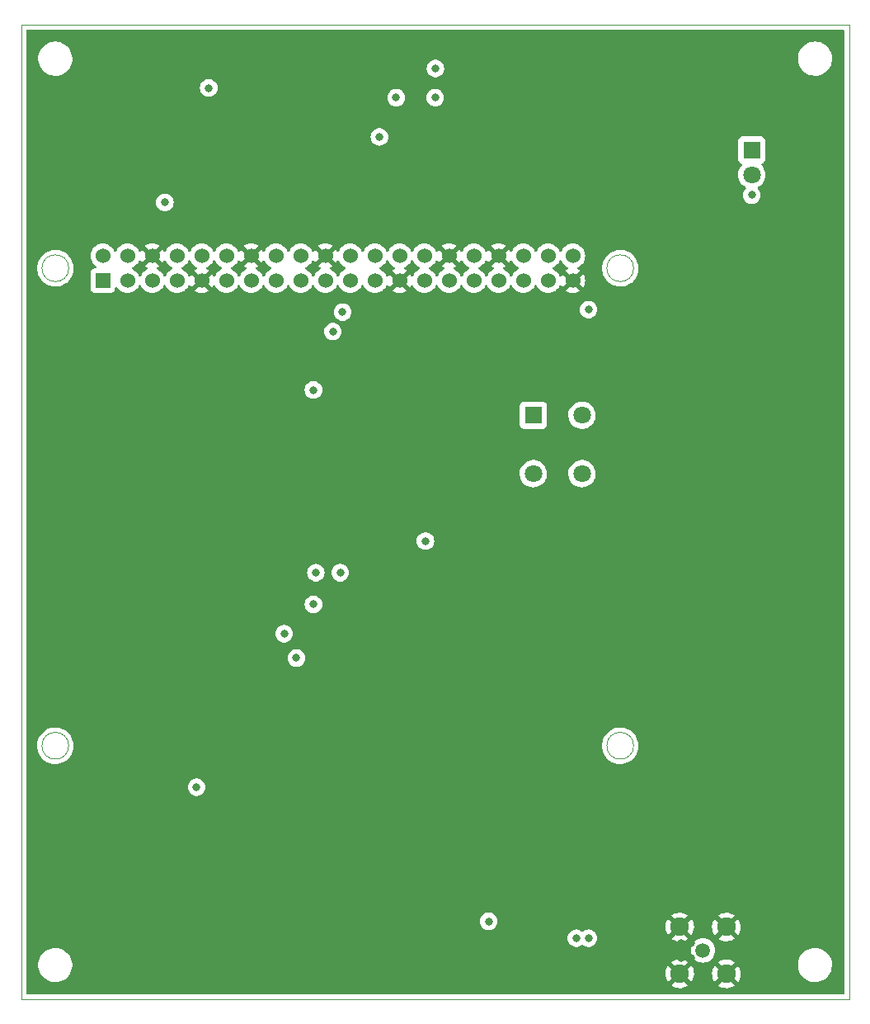
<source format=gbr>
%TF.GenerationSoftware,KiCad,Pcbnew,(6.0.7)*%
%TF.CreationDate,2022-11-16T16:27:29-06:00*%
%TF.ProjectId,GroundPCB,47726f75-6e64-4504-9342-2e6b69636164,1*%
%TF.SameCoordinates,Original*%
%TF.FileFunction,Copper,L2,Inr*%
%TF.FilePolarity,Positive*%
%FSLAX46Y46*%
G04 Gerber Fmt 4.6, Leading zero omitted, Abs format (unit mm)*
G04 Created by KiCad (PCBNEW (6.0.7)) date 2022-11-16 16:27:29*
%MOMM*%
%LPD*%
G01*
G04 APERTURE LIST*
%TA.AperFunction,Profile*%
%ADD10C,0.100000*%
%TD*%
%TA.AperFunction,Profile*%
%ADD11C,0.120000*%
%TD*%
%TA.AperFunction,ComponentPad*%
%ADD12R,1.800000X1.800000*%
%TD*%
%TA.AperFunction,ComponentPad*%
%ADD13C,1.800000*%
%TD*%
%TA.AperFunction,ComponentPad*%
%ADD14R,1.524000X1.524000*%
%TD*%
%TA.AperFunction,ComponentPad*%
%ADD15C,1.524000*%
%TD*%
%TA.AperFunction,ComponentPad*%
%ADD16C,1.508000*%
%TD*%
%TA.AperFunction,ComponentPad*%
%ADD17C,1.920000*%
%TD*%
%TA.AperFunction,ViaPad*%
%ADD18C,0.800000*%
%TD*%
G04 APERTURE END LIST*
D10*
X100000000Y-50000000D02*
X185000000Y-50000000D01*
X185000000Y-50000000D02*
X185000000Y-150000000D01*
X185000000Y-150000000D02*
X100000000Y-150000000D01*
X100000000Y-150000000D02*
X100000000Y-50000000D01*
D11*
%TO.C,A1*%
X162875000Y-75000000D02*
G75*
G03*
X162875000Y-75000000I-1375000J0D01*
G01*
X162875000Y-124000000D02*
G75*
G03*
X162875000Y-124000000I-1375000J0D01*
G01*
X104875000Y-124000000D02*
G75*
G03*
X104875000Y-124000000I-1375000J0D01*
G01*
X104875000Y-75000000D02*
G75*
G03*
X104875000Y-75000000I-1375000J0D01*
G01*
%TD*%
D12*
%TO.N,+5V*%
%TO.C,SW1*%
X152577500Y-90077500D03*
D13*
%TO.N,Net-(C8-Pad1)*%
X157577500Y-90077500D03*
%TO.N,+5V*%
X152577500Y-96077500D03*
%TO.N,Net-(C8-Pad1)*%
X157577500Y-96077500D03*
%TD*%
D14*
%TO.N,unconnected-(A1-Pad1)*%
%TO.C,A1*%
X108370000Y-76270000D03*
D15*
%TO.N,+5V*%
X108370000Y-73730000D03*
%TO.N,SDA*%
X110910000Y-76270000D03*
%TO.N,+5V*%
X110910000Y-73730000D03*
%TO.N,SCL*%
X113450000Y-76270000D03*
%TO.N,GND*%
X113450000Y-73730000D03*
%TO.N,unconnected-(A1-Pad7)*%
X115990000Y-76270000D03*
%TO.N,unconnected-(A1-Pad8)*%
X115990000Y-73730000D03*
%TO.N,GND*%
X118530000Y-76270000D03*
%TO.N,unconnected-(A1-Pad10)*%
X118530000Y-73730000D03*
%TO.N,RST-RTC*%
X121070000Y-76270000D03*
%TO.N,unconnected-(A1-Pad12)*%
X121070000Y-73730000D03*
%TO.N,unconnected-(A1-Pad13)*%
X123610000Y-76270000D03*
%TO.N,GND*%
X123610000Y-73730000D03*
%TO.N,unconnected-(A1-Pad15)*%
X126150000Y-76270000D03*
%TO.N,RST-TRX*%
X126150000Y-73730000D03*
%TO.N,+3.3V*%
X128690000Y-76270000D03*
%TO.N,DIO0*%
X128690000Y-73730000D03*
%TO.N,MOSI*%
X131230000Y-76270000D03*
%TO.N,GND*%
X131230000Y-73730000D03*
%TO.N,MISO*%
X133770000Y-76270000D03*
%TO.N,unconnected-(A1-Pad22)*%
X133770000Y-73730000D03*
%TO.N,SCLK*%
X136310000Y-76270000D03*
%TO.N,unconnected-(A1-Pad24)*%
X136310000Y-73730000D03*
%TO.N,GND*%
X138850000Y-76270000D03*
%TO.N,CS*%
X138850000Y-73730000D03*
%TO.N,unconnected-(A1-Pad27)*%
X141390000Y-76270000D03*
%TO.N,unconnected-(A1-Pad28)*%
X141390000Y-73730000D03*
%TO.N,unconnected-(A1-Pad29)*%
X143930000Y-76270000D03*
%TO.N,GND*%
X143930000Y-73730000D03*
%TO.N,CTRL1A*%
X146470000Y-76270000D03*
%TO.N,unconnected-(A1-Pad32)*%
X146470000Y-73730000D03*
%TO.N,CTRL1B*%
X149010000Y-76270000D03*
%TO.N,GND*%
X149010000Y-73730000D03*
%TO.N,CTRL2A*%
X151550000Y-76270000D03*
%TO.N,BUT1*%
X151550000Y-73730000D03*
%TO.N,CTRL2B*%
X154090000Y-76270000D03*
%TO.N,BUT2*%
X154090000Y-73730000D03*
%TO.N,GND*%
X156630000Y-76270000D03*
%TO.N,BUT3*%
X156630000Y-73730000D03*
%TD*%
D16*
%TO.N,Net-(IC2-Pad22)*%
%TO.C,J1*%
X170000000Y-145000000D03*
D17*
%TO.N,GND*%
X167600000Y-142600000D03*
X167600000Y-147400000D03*
X172400000Y-147400000D03*
X172400000Y-142600000D03*
%TD*%
D12*
%TO.N,Net-(D1-Pad1)*%
%TO.C,D1*%
X175000000Y-62881250D03*
D13*
%TO.N,+5V*%
X175000000Y-65421250D03*
%TD*%
D18*
%TO.N,CTRL1A*%
X128250000Y-115000000D03*
%TO.N,CTRL1B*%
X157000000Y-143750000D03*
X158250000Y-79250000D03*
%TO.N,GND*%
X124000000Y-105500000D03*
X128000000Y-125000000D03*
X125500000Y-108500000D03*
X122750000Y-135000000D03*
X124000000Y-110500000D03*
X126500000Y-121500000D03*
X166000000Y-133250000D03*
X147000000Y-135750000D03*
X159500000Y-131250000D03*
X134250000Y-117000000D03*
X130250000Y-129750000D03*
X131250000Y-118500000D03*
X122000000Y-117000000D03*
X159250000Y-116000000D03*
X148750000Y-131000000D03*
X124000000Y-113500000D03*
X139250000Y-117000000D03*
X124000000Y-112500000D03*
X136750000Y-129500000D03*
X152750000Y-129500000D03*
X137250000Y-117000000D03*
X154750000Y-129500000D03*
X155750000Y-119000000D03*
X149900000Y-119000000D03*
X134750000Y-131000000D03*
X147750000Y-131000000D03*
X147000000Y-137500000D03*
X145000000Y-137500000D03*
X136000000Y-137500000D03*
X136000000Y-135750000D03*
X159250000Y-115000000D03*
X155750000Y-131000000D03*
X122500000Y-123500000D03*
X165000000Y-133250000D03*
X163750000Y-117500000D03*
X149000000Y-137500000D03*
X156750000Y-119000000D03*
X145000000Y-135750000D03*
X125000000Y-116500000D03*
X126500000Y-120500000D03*
X147750000Y-129500000D03*
X139000000Y-137500000D03*
X129250000Y-118500000D03*
X125000000Y-119500000D03*
X138750000Y-131000000D03*
X163000000Y-144000000D03*
X153750000Y-131000000D03*
X125500000Y-113500000D03*
X165750000Y-145750000D03*
X168750000Y-126250000D03*
X129250000Y-117000000D03*
X149900000Y-117500000D03*
X129750000Y-137500000D03*
X125500000Y-139250000D03*
X166750000Y-145750000D03*
X162750000Y-117500000D03*
X130250000Y-117000000D03*
X141250000Y-117000000D03*
X148750000Y-129500000D03*
X128750000Y-137500000D03*
X127250000Y-124250000D03*
X125750000Y-115750000D03*
X122000000Y-128250000D03*
X167750000Y-145750000D03*
X124500000Y-140250000D03*
X144750000Y-131000000D03*
X151750000Y-129500000D03*
X125000000Y-120500000D03*
X152250000Y-120250000D03*
X124000000Y-120500000D03*
X150750000Y-131000000D03*
X124000000Y-125500000D03*
X153750000Y-129500000D03*
X124000000Y-127500000D03*
X149100000Y-117500000D03*
X124000000Y-109500000D03*
X161000000Y-142000000D03*
X153000000Y-137500000D03*
X136250000Y-117000000D03*
X150000000Y-135750000D03*
X158750000Y-130500000D03*
X162500000Y-135000000D03*
X141750000Y-129500000D03*
X125500000Y-105500000D03*
X142250000Y-117000000D03*
X146000000Y-137500000D03*
X156000000Y-135750000D03*
X142000000Y-137500000D03*
X137750000Y-131000000D03*
X128000000Y-127500000D03*
X163000000Y-133250000D03*
X142750000Y-129500000D03*
X156750000Y-129500000D03*
X145500000Y-120000000D03*
X124000000Y-106500000D03*
X136750000Y-131000000D03*
X127250000Y-126750000D03*
X141000000Y-135750000D03*
X135250000Y-117000000D03*
X156000000Y-137500000D03*
X148000000Y-135750000D03*
X148000000Y-137500000D03*
X132250000Y-118500000D03*
X156750000Y-117500000D03*
X124250000Y-135000000D03*
X161000000Y-133250000D03*
X143000000Y-135750000D03*
X155000000Y-135750000D03*
X144000000Y-137500000D03*
X124000000Y-124500000D03*
X138000000Y-135750000D03*
X137000000Y-135750000D03*
X123000000Y-118500000D03*
X167000000Y-129750000D03*
X158000000Y-129750000D03*
X168750000Y-144250000D03*
X124250000Y-134000000D03*
X125000000Y-124500000D03*
X140750000Y-129500000D03*
X139250000Y-118500000D03*
X127000000Y-118500000D03*
X157000000Y-135750000D03*
X144000000Y-120000000D03*
X143250000Y-118500000D03*
X128750000Y-135750000D03*
X135250000Y-118500000D03*
X145750000Y-129500000D03*
X125000000Y-138250000D03*
X137000000Y-137500000D03*
X137250000Y-118500000D03*
X164250000Y-142750000D03*
X154000000Y-135750000D03*
X159250000Y-138250000D03*
X161750000Y-140250000D03*
X158500000Y-133500000D03*
X158250000Y-132500000D03*
X125500000Y-104500000D03*
X125500000Y-109500000D03*
X138250000Y-118500000D03*
X160000000Y-132250000D03*
X152000000Y-137500000D03*
X125000000Y-123500000D03*
X125750000Y-117250000D03*
X168750000Y-122500000D03*
X154000000Y-137500000D03*
X142000000Y-135750000D03*
X162500000Y-139750000D03*
X140250000Y-118500000D03*
X126500000Y-123500000D03*
X135750000Y-129500000D03*
X125500000Y-112500000D03*
X140000000Y-135750000D03*
X129750000Y-135750000D03*
X132500000Y-129500000D03*
X160750000Y-138250000D03*
X124000000Y-108500000D03*
X134750000Y-129500000D03*
X125750000Y-125250000D03*
X157500000Y-131750000D03*
X159250000Y-136750000D03*
X125500000Y-140250000D03*
X131750000Y-128750000D03*
X145750000Y-131000000D03*
X142250000Y-118500000D03*
X168750000Y-129750000D03*
X122750000Y-134000000D03*
X160250000Y-115000000D03*
X163500000Y-137000000D03*
X151000000Y-137500000D03*
X153000000Y-135750000D03*
X155750000Y-117500000D03*
X157500000Y-135000000D03*
X164000000Y-134750000D03*
X140000000Y-137500000D03*
X126500000Y-122500000D03*
X132825000Y-131000000D03*
X162500000Y-141000000D03*
X125500000Y-111500000D03*
X155000000Y-137500000D03*
X124500000Y-128250000D03*
X128250000Y-118500000D03*
X122500000Y-124500000D03*
X165000000Y-143500000D03*
X122500000Y-126500000D03*
X124000000Y-111500000D03*
X155750000Y-129500000D03*
X140750000Y-131000000D03*
X146750000Y-131000000D03*
X134250000Y-118500000D03*
X122250000Y-135750000D03*
X159500000Y-140500000D03*
X164500000Y-145500000D03*
X159750000Y-117000000D03*
X131900000Y-131000000D03*
X130250000Y-118500000D03*
X128750000Y-125750000D03*
X131250000Y-117000000D03*
X133750000Y-129500000D03*
X133250000Y-117000000D03*
X142750000Y-131000000D03*
X122500000Y-120500000D03*
X146750000Y-129500000D03*
X122000000Y-116000000D03*
X126500000Y-126000000D03*
X137750000Y-129500000D03*
X122500000Y-122500000D03*
X136250000Y-118500000D03*
X138000000Y-137500000D03*
X126500000Y-119500000D03*
X150000000Y-137500000D03*
X124000000Y-121500000D03*
X160000000Y-133500000D03*
X122500000Y-125500000D03*
X124000000Y-122500000D03*
X141750000Y-131000000D03*
X130250000Y-127250000D03*
X149750000Y-131000000D03*
X125500000Y-110500000D03*
X129500000Y-129000000D03*
X127750000Y-135750000D03*
X167750000Y-144250000D03*
X166000000Y-134750000D03*
X144000000Y-135750000D03*
X149000000Y-135750000D03*
X133750000Y-131000000D03*
X122500000Y-127500000D03*
X143000000Y-137500000D03*
X165000000Y-134750000D03*
X167000000Y-126250000D03*
X151750000Y-131000000D03*
X146000000Y-135750000D03*
X124000000Y-103500000D03*
X124000000Y-126500000D03*
X140250000Y-117000000D03*
X131000000Y-128000000D03*
X135750000Y-131000000D03*
X139750000Y-131000000D03*
X122500000Y-119500000D03*
X128750000Y-128250000D03*
X163750000Y-119100000D03*
X138750000Y-129500000D03*
X143250000Y-117000000D03*
X139000000Y-135750000D03*
X125500000Y-106500000D03*
X151000000Y-135750000D03*
X143750000Y-131000000D03*
X152000000Y-135750000D03*
X141000000Y-137500000D03*
X124250000Y-117250000D03*
X125000000Y-121500000D03*
X150500000Y-120250000D03*
X125000000Y-137000000D03*
X152750000Y-131000000D03*
X160250000Y-141250000D03*
X163750000Y-144750000D03*
X160250000Y-116000000D03*
X164000000Y-133250000D03*
X133250000Y-118500000D03*
X132250000Y-117000000D03*
X160000000Y-137500000D03*
X124250000Y-115750000D03*
X124000000Y-123500000D03*
X163500000Y-138000000D03*
X149750000Y-129500000D03*
X143750000Y-129500000D03*
X165750000Y-144250000D03*
X125500000Y-103500000D03*
X156750000Y-131000000D03*
X166750000Y-144250000D03*
X124000000Y-107500000D03*
X150750000Y-129500000D03*
X127750000Y-137500000D03*
X162000000Y-133250000D03*
X125500000Y-107500000D03*
X154750000Y-131000000D03*
X141250000Y-118500000D03*
X139750000Y-129500000D03*
X125000000Y-122500000D03*
X159750000Y-118250000D03*
X167000000Y-122500000D03*
X144750000Y-129500000D03*
X129500000Y-126500000D03*
X162750000Y-119100000D03*
X138250000Y-117000000D03*
X149100000Y-119000000D03*
X168750000Y-145750000D03*
X131000000Y-130500000D03*
X124000000Y-104500000D03*
X124500000Y-139250000D03*
X122500000Y-121500000D03*
X160750000Y-136750000D03*
%TO.N,CTRL2A*%
X130250000Y-106250000D03*
X132750000Y-106250000D03*
X127000000Y-112500000D03*
%TO.N,CTRL2B*%
X158250000Y-143750000D03*
%TO.N,+3.3V*%
X141500000Y-103000000D03*
%TO.N,+5V*%
X142525000Y-54500000D03*
X119250000Y-56500000D03*
X130000000Y-109500000D03*
X118000000Y-128250000D03*
X175000000Y-67500000D03*
X148000000Y-142025000D03*
%TO.N,SDA*%
X142500000Y-57500000D03*
%TO.N,SCL*%
X138500000Y-57500000D03*
X114750000Y-68250000D03*
%TO.N,SCLK*%
X133000000Y-79500000D03*
%TO.N,CS*%
X132000000Y-81500000D03*
%TO.N,Net-(BT1-PadP)*%
X136775000Y-61525000D03*
%TO.N,DIO0*%
X130000000Y-87500000D03*
%TD*%
%TA.AperFunction,Conductor*%
%TO.N,GND*%
G36*
X184441621Y-50520502D02*
G01*
X184488114Y-50574158D01*
X184499500Y-50626500D01*
X184499500Y-149373500D01*
X184479498Y-149441621D01*
X184425842Y-149488114D01*
X184373500Y-149499500D01*
X100626500Y-149499500D01*
X100558379Y-149479498D01*
X100511886Y-149425842D01*
X100500500Y-149373500D01*
X100500500Y-148605973D01*
X166759273Y-148605973D01*
X166763032Y-148611269D01*
X166959066Y-148725822D01*
X166968349Y-148730269D01*
X167184206Y-148812697D01*
X167194108Y-148815574D01*
X167420511Y-148861636D01*
X167430764Y-148862859D01*
X167661657Y-148871326D01*
X167671943Y-148870859D01*
X167901132Y-148841499D01*
X167911210Y-148839357D01*
X168132522Y-148772960D01*
X168142120Y-148769199D01*
X168349617Y-148667547D01*
X168358462Y-148662274D01*
X168428115Y-148612591D01*
X168433311Y-148605973D01*
X171559273Y-148605973D01*
X171563032Y-148611269D01*
X171759066Y-148725822D01*
X171768349Y-148730269D01*
X171984206Y-148812697D01*
X171994108Y-148815574D01*
X172220511Y-148861636D01*
X172230764Y-148862859D01*
X172461657Y-148871326D01*
X172471943Y-148870859D01*
X172701132Y-148841499D01*
X172711210Y-148839357D01*
X172932522Y-148772960D01*
X172942120Y-148769199D01*
X173149617Y-148667547D01*
X173158462Y-148662274D01*
X173228115Y-148612591D01*
X173236516Y-148601891D01*
X173229528Y-148588738D01*
X172412812Y-147772022D01*
X172398868Y-147764408D01*
X172397035Y-147764539D01*
X172390420Y-147768790D01*
X171566534Y-148592676D01*
X171559273Y-148605973D01*
X168433311Y-148605973D01*
X168436516Y-148601891D01*
X168429528Y-148588738D01*
X167612812Y-147772022D01*
X167598868Y-147764408D01*
X167597035Y-147764539D01*
X167590420Y-147768790D01*
X166766534Y-148592676D01*
X166759273Y-148605973D01*
X100500500Y-148605973D01*
X100500500Y-146607165D01*
X101747866Y-146607165D01*
X101782952Y-146864970D01*
X101855758Y-147114757D01*
X101857718Y-147119010D01*
X101857719Y-147119011D01*
X101873454Y-147153142D01*
X101964686Y-147351039D01*
X101967246Y-147354944D01*
X101967249Y-147354949D01*
X102104775Y-147564712D01*
X102104779Y-147564717D01*
X102107341Y-147568625D01*
X102193966Y-147665680D01*
X102230098Y-147706162D01*
X102280591Y-147762735D01*
X102480629Y-147929105D01*
X102703061Y-148064080D01*
X102707375Y-148065889D01*
X102707377Y-148065890D01*
X102938686Y-148162886D01*
X102938691Y-148162888D01*
X102943001Y-148164695D01*
X102947533Y-148165846D01*
X102947536Y-148165847D01*
X103072815Y-148197663D01*
X103195177Y-148228739D01*
X103411286Y-148250500D01*
X103566044Y-148250500D01*
X103568369Y-148250327D01*
X103568375Y-148250327D01*
X103754814Y-148236472D01*
X103754818Y-148236471D01*
X103759466Y-148236126D01*
X104013232Y-148178705D01*
X104017586Y-148177012D01*
X104251370Y-148086098D01*
X104251372Y-148086097D01*
X104255723Y-148084405D01*
X104283445Y-148068561D01*
X104339038Y-148036786D01*
X104481612Y-147955299D01*
X104685936Y-147794223D01*
X104864208Y-147604714D01*
X105004167Y-147402965D01*
X105009846Y-147394779D01*
X105009848Y-147394776D01*
X105012511Y-147390937D01*
X105023247Y-147369167D01*
X166127706Y-147369167D01*
X166141006Y-147599838D01*
X166142442Y-147610058D01*
X166193238Y-147835454D01*
X166196317Y-147845282D01*
X166283249Y-148059370D01*
X166287892Y-148068561D01*
X166386464Y-148229416D01*
X166396921Y-148238876D01*
X166405697Y-148235093D01*
X167227978Y-147412812D01*
X167234356Y-147401132D01*
X167964408Y-147401132D01*
X167964539Y-147402965D01*
X167968790Y-147409580D01*
X168789296Y-148230086D01*
X168801306Y-148236645D01*
X168813046Y-148227677D01*
X168859616Y-148162867D01*
X168864927Y-148154028D01*
X168967296Y-147946901D01*
X168971094Y-147937308D01*
X169038262Y-147716232D01*
X169040439Y-147706162D01*
X169070835Y-147475279D01*
X169071354Y-147468604D01*
X169072949Y-147403364D01*
X169072755Y-147396647D01*
X169070496Y-147369167D01*
X170927706Y-147369167D01*
X170941006Y-147599838D01*
X170942442Y-147610058D01*
X170993238Y-147835454D01*
X170996317Y-147845282D01*
X171083249Y-148059370D01*
X171087892Y-148068561D01*
X171186464Y-148229416D01*
X171196921Y-148238876D01*
X171205697Y-148235093D01*
X172027978Y-147412812D01*
X172034356Y-147401132D01*
X172764408Y-147401132D01*
X172764539Y-147402965D01*
X172768790Y-147409580D01*
X173589296Y-148230086D01*
X173601306Y-148236645D01*
X173613046Y-148227677D01*
X173659616Y-148162867D01*
X173664927Y-148154028D01*
X173767296Y-147946901D01*
X173771094Y-147937308D01*
X173838262Y-147716232D01*
X173840439Y-147706162D01*
X173870835Y-147475279D01*
X173871354Y-147468604D01*
X173872949Y-147403364D01*
X173872755Y-147396647D01*
X173853675Y-147164567D01*
X173851992Y-147154405D01*
X173795703Y-146930306D01*
X173792382Y-146920551D01*
X173700252Y-146708667D01*
X173695374Y-146699570D01*
X173635595Y-146607165D01*
X179747866Y-146607165D01*
X179782952Y-146864970D01*
X179855758Y-147114757D01*
X179857718Y-147119010D01*
X179857719Y-147119011D01*
X179873454Y-147153142D01*
X179964686Y-147351039D01*
X179967246Y-147354944D01*
X179967249Y-147354949D01*
X180104775Y-147564712D01*
X180104779Y-147564717D01*
X180107341Y-147568625D01*
X180193966Y-147665680D01*
X180230098Y-147706162D01*
X180280591Y-147762735D01*
X180480629Y-147929105D01*
X180703061Y-148064080D01*
X180707375Y-148065889D01*
X180707377Y-148065890D01*
X180938686Y-148162886D01*
X180938691Y-148162888D01*
X180943001Y-148164695D01*
X180947533Y-148165846D01*
X180947536Y-148165847D01*
X181072815Y-148197663D01*
X181195177Y-148228739D01*
X181411286Y-148250500D01*
X181566044Y-148250500D01*
X181568369Y-148250327D01*
X181568375Y-148250327D01*
X181754814Y-148236472D01*
X181754818Y-148236471D01*
X181759466Y-148236126D01*
X182013232Y-148178705D01*
X182017586Y-148177012D01*
X182251370Y-148086098D01*
X182251372Y-148086097D01*
X182255723Y-148084405D01*
X182283445Y-148068561D01*
X182339038Y-148036786D01*
X182481612Y-147955299D01*
X182685936Y-147794223D01*
X182864208Y-147604714D01*
X183004167Y-147402965D01*
X183009846Y-147394779D01*
X183009848Y-147394776D01*
X183012511Y-147390937D01*
X183030258Y-147354949D01*
X183125521Y-147161775D01*
X183125522Y-147161772D01*
X183127586Y-147157587D01*
X183206906Y-146909792D01*
X183248728Y-146652994D01*
X183252134Y-146392835D01*
X183217048Y-146135030D01*
X183144242Y-145885243D01*
X183035314Y-145648961D01*
X182895487Y-145435688D01*
X182895225Y-145435288D01*
X182895221Y-145435283D01*
X182892659Y-145431375D01*
X182719409Y-145237265D01*
X182519371Y-145070895D01*
X182296939Y-144935920D01*
X182292623Y-144934110D01*
X182061314Y-144837114D01*
X182061309Y-144837112D01*
X182056999Y-144835305D01*
X182052467Y-144834154D01*
X182052464Y-144834153D01*
X181844454Y-144781326D01*
X181804823Y-144771261D01*
X181588714Y-144749500D01*
X181433956Y-144749500D01*
X181431631Y-144749673D01*
X181431625Y-144749673D01*
X181245186Y-144763528D01*
X181245182Y-144763529D01*
X181240534Y-144763874D01*
X180986768Y-144821295D01*
X180982416Y-144822987D01*
X180982414Y-144822988D01*
X180748630Y-144913902D01*
X180748628Y-144913903D01*
X180744277Y-144915595D01*
X180740223Y-144917912D01*
X180740221Y-144917913D01*
X180704467Y-144938348D01*
X180518388Y-145044701D01*
X180314064Y-145205777D01*
X180135792Y-145395286D01*
X179987489Y-145609063D01*
X179985423Y-145613253D01*
X179985421Y-145613256D01*
X179890891Y-145804946D01*
X179872414Y-145842413D01*
X179793094Y-146090208D01*
X179751272Y-146347006D01*
X179751211Y-146351683D01*
X179748452Y-146562442D01*
X179747866Y-146607165D01*
X173635595Y-146607165D01*
X173612616Y-146571645D01*
X173601930Y-146562442D01*
X173592365Y-146566845D01*
X172772022Y-147387188D01*
X172764408Y-147401132D01*
X172034356Y-147401132D01*
X172035592Y-147398868D01*
X172035461Y-147397035D01*
X172031210Y-147390420D01*
X171210687Y-146569897D01*
X171199151Y-146563597D01*
X171186868Y-146573221D01*
X171122126Y-146668129D01*
X171117028Y-146677103D01*
X171019750Y-146886670D01*
X171016187Y-146896357D01*
X170954442Y-147118999D01*
X170952511Y-147129118D01*
X170927958Y-147358878D01*
X170927706Y-147369167D01*
X169070496Y-147369167D01*
X169053675Y-147164567D01*
X169051992Y-147154405D01*
X168995703Y-146930306D01*
X168992382Y-146920551D01*
X168900252Y-146708667D01*
X168895374Y-146699570D01*
X168812616Y-146571645D01*
X168801930Y-146562442D01*
X168792365Y-146566845D01*
X167972022Y-147387188D01*
X167964408Y-147401132D01*
X167234356Y-147401132D01*
X167235592Y-147398868D01*
X167235461Y-147397035D01*
X167231210Y-147390420D01*
X166410687Y-146569897D01*
X166399151Y-146563597D01*
X166386868Y-146573221D01*
X166322126Y-146668129D01*
X166317028Y-146677103D01*
X166219750Y-146886670D01*
X166216187Y-146896357D01*
X166154442Y-147118999D01*
X166152511Y-147129118D01*
X166127958Y-147358878D01*
X166127706Y-147369167D01*
X105023247Y-147369167D01*
X105030258Y-147354949D01*
X105125521Y-147161775D01*
X105125522Y-147161772D01*
X105127586Y-147157587D01*
X105206906Y-146909792D01*
X105248728Y-146652994D01*
X105252134Y-146392835D01*
X105225598Y-146197857D01*
X166762652Y-146197857D01*
X166769397Y-146210187D01*
X167587188Y-147027978D01*
X167601132Y-147035592D01*
X167602965Y-147035461D01*
X167609580Y-147031210D01*
X168431710Y-146209080D01*
X168438731Y-146196223D01*
X168430959Y-146185556D01*
X168419218Y-146176283D01*
X168410637Y-146170583D01*
X168208355Y-146058918D01*
X168198956Y-146054693D01*
X167981155Y-145977565D01*
X167971184Y-145974931D01*
X167743713Y-145934412D01*
X167733461Y-145933443D01*
X167502417Y-145930620D01*
X167492133Y-145931340D01*
X167263741Y-145966289D01*
X167253713Y-145968678D01*
X167034096Y-146040460D01*
X167024586Y-146044457D01*
X166819646Y-146151142D01*
X166810921Y-146156636D01*
X166771106Y-146186530D01*
X166762652Y-146197857D01*
X105225598Y-146197857D01*
X105217048Y-146135030D01*
X105144242Y-145885243D01*
X105035314Y-145648961D01*
X104895487Y-145435688D01*
X104895225Y-145435288D01*
X104895221Y-145435283D01*
X104892659Y-145431375D01*
X104719409Y-145237265D01*
X104519371Y-145070895D01*
X104402540Y-145000000D01*
X168740708Y-145000000D01*
X168759839Y-145218674D01*
X168816653Y-145430703D01*
X168818978Y-145435688D01*
X168907095Y-145624659D01*
X168907098Y-145624664D01*
X168909421Y-145629646D01*
X168912577Y-145634153D01*
X168912578Y-145634155D01*
X168925919Y-145653207D01*
X169035326Y-145809457D01*
X169190543Y-145964674D01*
X169195051Y-145967831D01*
X169195054Y-145967833D01*
X169304485Y-146044457D01*
X169370354Y-146090579D01*
X169375336Y-146092902D01*
X169375341Y-146092905D01*
X169465680Y-146135030D01*
X169569297Y-146183347D01*
X169781326Y-146240161D01*
X170000000Y-146259292D01*
X170218674Y-146240161D01*
X170376552Y-146197857D01*
X171562652Y-146197857D01*
X171569397Y-146210187D01*
X172387188Y-147027978D01*
X172401132Y-147035592D01*
X172402965Y-147035461D01*
X172409580Y-147031210D01*
X173231710Y-146209080D01*
X173238731Y-146196223D01*
X173230959Y-146185556D01*
X173219218Y-146176283D01*
X173210637Y-146170583D01*
X173008355Y-146058918D01*
X172998956Y-146054693D01*
X172781155Y-145977565D01*
X172771184Y-145974931D01*
X172543713Y-145934412D01*
X172533461Y-145933443D01*
X172302417Y-145930620D01*
X172292133Y-145931340D01*
X172063741Y-145966289D01*
X172053713Y-145968678D01*
X171834096Y-146040460D01*
X171824586Y-146044457D01*
X171619646Y-146151142D01*
X171610921Y-146156636D01*
X171571106Y-146186530D01*
X171562652Y-146197857D01*
X170376552Y-146197857D01*
X170430703Y-146183347D01*
X170534320Y-146135030D01*
X170624659Y-146092905D01*
X170624664Y-146092902D01*
X170629646Y-146090579D01*
X170695515Y-146044457D01*
X170804946Y-145967833D01*
X170804949Y-145967831D01*
X170809457Y-145964674D01*
X170964674Y-145809457D01*
X171074082Y-145653207D01*
X171087422Y-145634155D01*
X171087423Y-145634153D01*
X171090579Y-145629646D01*
X171092902Y-145624664D01*
X171092905Y-145624659D01*
X171181022Y-145435688D01*
X171183347Y-145430703D01*
X171240161Y-145218674D01*
X171259292Y-145000000D01*
X171240161Y-144781326D01*
X171183347Y-144569297D01*
X171130059Y-144455020D01*
X171092905Y-144375341D01*
X171092902Y-144375336D01*
X171090579Y-144370354D01*
X171028864Y-144282216D01*
X170967833Y-144195054D01*
X170967831Y-144195051D01*
X170964674Y-144190543D01*
X170809457Y-144035326D01*
X170804949Y-144032169D01*
X170804946Y-144032167D01*
X170634155Y-143912578D01*
X170634153Y-143912577D01*
X170629646Y-143909421D01*
X170624664Y-143907098D01*
X170624659Y-143907095D01*
X170523884Y-143860104D01*
X170430703Y-143816653D01*
X170390845Y-143805973D01*
X171559273Y-143805973D01*
X171563032Y-143811269D01*
X171759066Y-143925822D01*
X171768349Y-143930269D01*
X171984206Y-144012697D01*
X171994108Y-144015574D01*
X172220511Y-144061636D01*
X172230764Y-144062859D01*
X172461657Y-144071326D01*
X172471943Y-144070859D01*
X172701132Y-144041499D01*
X172711210Y-144039357D01*
X172932522Y-143972960D01*
X172942120Y-143969199D01*
X173149617Y-143867547D01*
X173158462Y-143862274D01*
X173228115Y-143812591D01*
X173236516Y-143801891D01*
X173229528Y-143788738D01*
X172412812Y-142972022D01*
X172398868Y-142964408D01*
X172397035Y-142964539D01*
X172390420Y-142968790D01*
X171566534Y-143792676D01*
X171559273Y-143805973D01*
X170390845Y-143805973D01*
X170218674Y-143759839D01*
X170000000Y-143740708D01*
X169781326Y-143759839D01*
X169569297Y-143816653D01*
X169476116Y-143860104D01*
X169375341Y-143907095D01*
X169375336Y-143907098D01*
X169370354Y-143909421D01*
X169365847Y-143912577D01*
X169365845Y-143912578D01*
X169195054Y-144032167D01*
X169195051Y-144032169D01*
X169190543Y-144035326D01*
X169035326Y-144190543D01*
X169032169Y-144195051D01*
X169032167Y-144195054D01*
X168971136Y-144282216D01*
X168909421Y-144370354D01*
X168907098Y-144375336D01*
X168907095Y-144375341D01*
X168869941Y-144455020D01*
X168816653Y-144569297D01*
X168759839Y-144781326D01*
X168740708Y-145000000D01*
X104402540Y-145000000D01*
X104296939Y-144935920D01*
X104292623Y-144934110D01*
X104061314Y-144837114D01*
X104061309Y-144837112D01*
X104056999Y-144835305D01*
X104052467Y-144834154D01*
X104052464Y-144834153D01*
X103844454Y-144781326D01*
X103804823Y-144771261D01*
X103588714Y-144749500D01*
X103433956Y-144749500D01*
X103431631Y-144749673D01*
X103431625Y-144749673D01*
X103245186Y-144763528D01*
X103245182Y-144763529D01*
X103240534Y-144763874D01*
X102986768Y-144821295D01*
X102982416Y-144822987D01*
X102982414Y-144822988D01*
X102748630Y-144913902D01*
X102748628Y-144913903D01*
X102744277Y-144915595D01*
X102740223Y-144917912D01*
X102740221Y-144917913D01*
X102704467Y-144938348D01*
X102518388Y-145044701D01*
X102314064Y-145205777D01*
X102135792Y-145395286D01*
X101987489Y-145609063D01*
X101985423Y-145613253D01*
X101985421Y-145613256D01*
X101890891Y-145804946D01*
X101872414Y-145842413D01*
X101793094Y-146090208D01*
X101751272Y-146347006D01*
X101751211Y-146351683D01*
X101748452Y-146562442D01*
X101747866Y-146607165D01*
X100500500Y-146607165D01*
X100500500Y-143750000D01*
X156094540Y-143750000D01*
X156095230Y-143756565D01*
X156113487Y-143930269D01*
X156114326Y-143938256D01*
X156172821Y-144118284D01*
X156267467Y-144282216D01*
X156394129Y-144422888D01*
X156547270Y-144534151D01*
X156720197Y-144611144D01*
X156818212Y-144631978D01*
X156898897Y-144649128D01*
X156898901Y-144649128D01*
X156905354Y-144650500D01*
X157094646Y-144650500D01*
X157101099Y-144649128D01*
X157101103Y-144649128D01*
X157181788Y-144631978D01*
X157279803Y-144611144D01*
X157452730Y-144534151D01*
X157550940Y-144462798D01*
X157617807Y-144438939D01*
X157686958Y-144455020D01*
X157699058Y-144462796D01*
X157797270Y-144534151D01*
X157970197Y-144611144D01*
X158068212Y-144631978D01*
X158148897Y-144649128D01*
X158148901Y-144649128D01*
X158155354Y-144650500D01*
X158344646Y-144650500D01*
X158351099Y-144649128D01*
X158351103Y-144649128D01*
X158431788Y-144631978D01*
X158529803Y-144611144D01*
X158702730Y-144534151D01*
X158855871Y-144422888D01*
X158982533Y-144282216D01*
X159077179Y-144118284D01*
X159135674Y-143938256D01*
X159136514Y-143930269D01*
X159149577Y-143805973D01*
X166759273Y-143805973D01*
X166763032Y-143811269D01*
X166959066Y-143925822D01*
X166968349Y-143930269D01*
X167184206Y-144012697D01*
X167194108Y-144015574D01*
X167420511Y-144061636D01*
X167430764Y-144062859D01*
X167661657Y-144071326D01*
X167671943Y-144070859D01*
X167901132Y-144041499D01*
X167911210Y-144039357D01*
X168132522Y-143972960D01*
X168142120Y-143969199D01*
X168349617Y-143867547D01*
X168358462Y-143862274D01*
X168428115Y-143812591D01*
X168436516Y-143801891D01*
X168429528Y-143788738D01*
X167612812Y-142972022D01*
X167598868Y-142964408D01*
X167597035Y-142964539D01*
X167590420Y-142968790D01*
X166766534Y-143792676D01*
X166759273Y-143805973D01*
X159149577Y-143805973D01*
X159154770Y-143756565D01*
X159155460Y-143750000D01*
X159135674Y-143561744D01*
X159077179Y-143381716D01*
X158982533Y-143217784D01*
X158978114Y-143212876D01*
X158860286Y-143082015D01*
X158860284Y-143082014D01*
X158855871Y-143077112D01*
X158800939Y-143037202D01*
X158708072Y-142969730D01*
X158708071Y-142969729D01*
X158702730Y-142965849D01*
X158529803Y-142888856D01*
X158431788Y-142868022D01*
X158351103Y-142850872D01*
X158351099Y-142850872D01*
X158344646Y-142849500D01*
X158155354Y-142849500D01*
X158148901Y-142850872D01*
X158148897Y-142850872D01*
X158068212Y-142868022D01*
X157970197Y-142888856D01*
X157797270Y-142965849D01*
X157788774Y-142972022D01*
X157699061Y-143037202D01*
X157632193Y-143061061D01*
X157563042Y-143044980D01*
X157550939Y-143037202D01*
X157461226Y-142972022D01*
X157452730Y-142965849D01*
X157279803Y-142888856D01*
X157181788Y-142868022D01*
X157101103Y-142850872D01*
X157101099Y-142850872D01*
X157094646Y-142849500D01*
X156905354Y-142849500D01*
X156898901Y-142850872D01*
X156898897Y-142850872D01*
X156818212Y-142868022D01*
X156720197Y-142888856D01*
X156547270Y-142965849D01*
X156541929Y-142969729D01*
X156541928Y-142969730D01*
X156449061Y-143037202D01*
X156394129Y-143077112D01*
X156389716Y-143082014D01*
X156389714Y-143082015D01*
X156271886Y-143212876D01*
X156267467Y-143217784D01*
X156172821Y-143381716D01*
X156114326Y-143561744D01*
X156094540Y-143750000D01*
X100500500Y-143750000D01*
X100500500Y-142025000D01*
X147094540Y-142025000D01*
X147095230Y-142031565D01*
X147104583Y-142120551D01*
X147114326Y-142213256D01*
X147172821Y-142393284D01*
X147267467Y-142557216D01*
X147271885Y-142562123D01*
X147271886Y-142562124D01*
X147373772Y-142675279D01*
X147394129Y-142697888D01*
X147399468Y-142701767D01*
X147534452Y-142799838D01*
X147547270Y-142809151D01*
X147720197Y-142886144D01*
X147814375Y-142906162D01*
X147898897Y-142924128D01*
X147898901Y-142924128D01*
X147905354Y-142925500D01*
X148094646Y-142925500D01*
X148101099Y-142924128D01*
X148101103Y-142924128D01*
X148185625Y-142906162D01*
X148279803Y-142886144D01*
X148452730Y-142809151D01*
X148465549Y-142799838D01*
X148600532Y-142701767D01*
X148605871Y-142697888D01*
X148626229Y-142675279D01*
X148721772Y-142569167D01*
X166127706Y-142569167D01*
X166141006Y-142799838D01*
X166142442Y-142810058D01*
X166193238Y-143035454D01*
X166196317Y-143045282D01*
X166283249Y-143259370D01*
X166287892Y-143268561D01*
X166386464Y-143429416D01*
X166396921Y-143438876D01*
X166405697Y-143435093D01*
X167227978Y-142612812D01*
X167234356Y-142601132D01*
X167964408Y-142601132D01*
X167964539Y-142602965D01*
X167968790Y-142609580D01*
X168789296Y-143430086D01*
X168801306Y-143436645D01*
X168813046Y-143427677D01*
X168859616Y-143362867D01*
X168864927Y-143354028D01*
X168967296Y-143146901D01*
X168971094Y-143137308D01*
X169038262Y-142916232D01*
X169040439Y-142906162D01*
X169070835Y-142675279D01*
X169071354Y-142668604D01*
X169072949Y-142603364D01*
X169072755Y-142596647D01*
X169070496Y-142569167D01*
X170927706Y-142569167D01*
X170941006Y-142799838D01*
X170942442Y-142810058D01*
X170993238Y-143035454D01*
X170996317Y-143045282D01*
X171083249Y-143259370D01*
X171087892Y-143268561D01*
X171186464Y-143429416D01*
X171196921Y-143438876D01*
X171205697Y-143435093D01*
X172027978Y-142612812D01*
X172034356Y-142601132D01*
X172764408Y-142601132D01*
X172764539Y-142602965D01*
X172768790Y-142609580D01*
X173589296Y-143430086D01*
X173601306Y-143436645D01*
X173613046Y-143427677D01*
X173659616Y-143362867D01*
X173664927Y-143354028D01*
X173767296Y-143146901D01*
X173771094Y-143137308D01*
X173838262Y-142916232D01*
X173840439Y-142906162D01*
X173870835Y-142675279D01*
X173871354Y-142668604D01*
X173872949Y-142603364D01*
X173872755Y-142596647D01*
X173853675Y-142364567D01*
X173851992Y-142354405D01*
X173795703Y-142130306D01*
X173792382Y-142120551D01*
X173700252Y-141908667D01*
X173695374Y-141899570D01*
X173612616Y-141771645D01*
X173601930Y-141762442D01*
X173592365Y-141766845D01*
X172772022Y-142587188D01*
X172764408Y-142601132D01*
X172034356Y-142601132D01*
X172035592Y-142598868D01*
X172035461Y-142597035D01*
X172031210Y-142590420D01*
X171210687Y-141769897D01*
X171199151Y-141763597D01*
X171186868Y-141773221D01*
X171122126Y-141868129D01*
X171117028Y-141877103D01*
X171019750Y-142086670D01*
X171016187Y-142096357D01*
X170954442Y-142318999D01*
X170952511Y-142329118D01*
X170927958Y-142558878D01*
X170927706Y-142569167D01*
X169070496Y-142569167D01*
X169053675Y-142364567D01*
X169051992Y-142354405D01*
X168995703Y-142130306D01*
X168992382Y-142120551D01*
X168900252Y-141908667D01*
X168895374Y-141899570D01*
X168812616Y-141771645D01*
X168801930Y-141762442D01*
X168792365Y-141766845D01*
X167972022Y-142587188D01*
X167964408Y-142601132D01*
X167234356Y-142601132D01*
X167235592Y-142598868D01*
X167235461Y-142597035D01*
X167231210Y-142590420D01*
X166410687Y-141769897D01*
X166399151Y-141763597D01*
X166386868Y-141773221D01*
X166322126Y-141868129D01*
X166317028Y-141877103D01*
X166219750Y-142086670D01*
X166216187Y-142096357D01*
X166154442Y-142318999D01*
X166152511Y-142329118D01*
X166127958Y-142558878D01*
X166127706Y-142569167D01*
X148721772Y-142569167D01*
X148728114Y-142562124D01*
X148728115Y-142562123D01*
X148732533Y-142557216D01*
X148827179Y-142393284D01*
X148885674Y-142213256D01*
X148895418Y-142120551D01*
X148904770Y-142031565D01*
X148905460Y-142025000D01*
X148885674Y-141836744D01*
X148827179Y-141656716D01*
X148732533Y-141492784D01*
X148658162Y-141410187D01*
X148647060Y-141397857D01*
X166762652Y-141397857D01*
X166769397Y-141410187D01*
X167587188Y-142227978D01*
X167601132Y-142235592D01*
X167602965Y-142235461D01*
X167609580Y-142231210D01*
X168431710Y-141409080D01*
X168437839Y-141397857D01*
X171562652Y-141397857D01*
X171569397Y-141410187D01*
X172387188Y-142227978D01*
X172401132Y-142235592D01*
X172402965Y-142235461D01*
X172409580Y-142231210D01*
X173231710Y-141409080D01*
X173238731Y-141396223D01*
X173230959Y-141385556D01*
X173219218Y-141376283D01*
X173210637Y-141370583D01*
X173008355Y-141258918D01*
X172998956Y-141254693D01*
X172781155Y-141177565D01*
X172771184Y-141174931D01*
X172543713Y-141134412D01*
X172533461Y-141133443D01*
X172302417Y-141130620D01*
X172292133Y-141131340D01*
X172063741Y-141166289D01*
X172053713Y-141168678D01*
X171834096Y-141240460D01*
X171824586Y-141244457D01*
X171619646Y-141351142D01*
X171610921Y-141356636D01*
X171571106Y-141386530D01*
X171562652Y-141397857D01*
X168437839Y-141397857D01*
X168438731Y-141396223D01*
X168430959Y-141385556D01*
X168419218Y-141376283D01*
X168410637Y-141370583D01*
X168208355Y-141258918D01*
X168198956Y-141254693D01*
X167981155Y-141177565D01*
X167971184Y-141174931D01*
X167743713Y-141134412D01*
X167733461Y-141133443D01*
X167502417Y-141130620D01*
X167492133Y-141131340D01*
X167263741Y-141166289D01*
X167253713Y-141168678D01*
X167034096Y-141240460D01*
X167024586Y-141244457D01*
X166819646Y-141351142D01*
X166810921Y-141356636D01*
X166771106Y-141386530D01*
X166762652Y-141397857D01*
X148647060Y-141397857D01*
X148610286Y-141357015D01*
X148610284Y-141357014D01*
X148605871Y-141352112D01*
X148452730Y-141240849D01*
X148279803Y-141163856D01*
X148181788Y-141143022D01*
X148101103Y-141125872D01*
X148101099Y-141125872D01*
X148094646Y-141124500D01*
X147905354Y-141124500D01*
X147898901Y-141125872D01*
X147898897Y-141125872D01*
X147818212Y-141143022D01*
X147720197Y-141163856D01*
X147547270Y-141240849D01*
X147394129Y-141352112D01*
X147389716Y-141357014D01*
X147389714Y-141357015D01*
X147341838Y-141410187D01*
X147267467Y-141492784D01*
X147172821Y-141656716D01*
X147114326Y-141836744D01*
X147094540Y-142025000D01*
X100500500Y-142025000D01*
X100500500Y-128250000D01*
X117094540Y-128250000D01*
X117114326Y-128438256D01*
X117172821Y-128618284D01*
X117267467Y-128782216D01*
X117394129Y-128922888D01*
X117547270Y-129034151D01*
X117720197Y-129111144D01*
X117818212Y-129131978D01*
X117898897Y-129149128D01*
X117898901Y-129149128D01*
X117905354Y-129150500D01*
X118094646Y-129150500D01*
X118101099Y-129149128D01*
X118101103Y-129149128D01*
X118181788Y-129131978D01*
X118279803Y-129111144D01*
X118452730Y-129034151D01*
X118605871Y-128922888D01*
X118732533Y-128782216D01*
X118827179Y-128618284D01*
X118885674Y-128438256D01*
X118905460Y-128250000D01*
X118885674Y-128061744D01*
X118827179Y-127881716D01*
X118732533Y-127717784D01*
X118605871Y-127577112D01*
X118452730Y-127465849D01*
X118279803Y-127388856D01*
X118181788Y-127368022D01*
X118101103Y-127350872D01*
X118101099Y-127350872D01*
X118094646Y-127349500D01*
X117905354Y-127349500D01*
X117898901Y-127350872D01*
X117898897Y-127350872D01*
X117818212Y-127368022D01*
X117720197Y-127388856D01*
X117547270Y-127465849D01*
X117394129Y-127577112D01*
X117267467Y-127717784D01*
X117172821Y-127881716D01*
X117114326Y-128061744D01*
X117094540Y-128250000D01*
X100500500Y-128250000D01*
X100500500Y-123940939D01*
X101620637Y-123940939D01*
X101622957Y-124000000D01*
X101631064Y-124206332D01*
X101678782Y-124467609D01*
X101680191Y-124471832D01*
X101735271Y-124636926D01*
X101762838Y-124719556D01*
X101881555Y-124957146D01*
X102032564Y-125175638D01*
X102035586Y-125178907D01*
X102209836Y-125367411D01*
X102209841Y-125367416D01*
X102212852Y-125370673D01*
X102418823Y-125538360D01*
X102646366Y-125675352D01*
X102650461Y-125677086D01*
X102650463Y-125677087D01*
X102818521Y-125748250D01*
X102890941Y-125778916D01*
X102895234Y-125780054D01*
X102895239Y-125780056D01*
X103029220Y-125815580D01*
X103147669Y-125846986D01*
X103411426Y-125878204D01*
X103676951Y-125871946D01*
X103681349Y-125871214D01*
X103934555Y-125829069D01*
X103934559Y-125829068D01*
X103938945Y-125828338D01*
X103943186Y-125826997D01*
X103943189Y-125826996D01*
X104187935Y-125749593D01*
X104187937Y-125749592D01*
X104192181Y-125748250D01*
X104196192Y-125746324D01*
X104196197Y-125746322D01*
X104427587Y-125635210D01*
X104427588Y-125635209D01*
X104431606Y-125633280D01*
X104570222Y-125540660D01*
X104648736Y-125488199D01*
X104648740Y-125488196D01*
X104652444Y-125485721D01*
X104655761Y-125482750D01*
X104655765Y-125482747D01*
X104846968Y-125311491D01*
X104846969Y-125311490D01*
X104850286Y-125308519D01*
X105021187Y-125105207D01*
X105161737Y-124879844D01*
X105269130Y-124636926D01*
X105341224Y-124381299D01*
X105376581Y-124118064D01*
X105380291Y-124000000D01*
X105376109Y-123940939D01*
X159620637Y-123940939D01*
X159622957Y-124000000D01*
X159631064Y-124206332D01*
X159678782Y-124467609D01*
X159680191Y-124471832D01*
X159735271Y-124636926D01*
X159762838Y-124719556D01*
X159881555Y-124957146D01*
X160032564Y-125175638D01*
X160035586Y-125178907D01*
X160209836Y-125367411D01*
X160209841Y-125367416D01*
X160212852Y-125370673D01*
X160418823Y-125538360D01*
X160646366Y-125675352D01*
X160650461Y-125677086D01*
X160650463Y-125677087D01*
X160818521Y-125748250D01*
X160890941Y-125778916D01*
X160895234Y-125780054D01*
X160895239Y-125780056D01*
X161029220Y-125815580D01*
X161147669Y-125846986D01*
X161411426Y-125878204D01*
X161676951Y-125871946D01*
X161681349Y-125871214D01*
X161934555Y-125829069D01*
X161934559Y-125829068D01*
X161938945Y-125828338D01*
X161943186Y-125826997D01*
X161943189Y-125826996D01*
X162187935Y-125749593D01*
X162187937Y-125749592D01*
X162192181Y-125748250D01*
X162196192Y-125746324D01*
X162196197Y-125746322D01*
X162427587Y-125635210D01*
X162427588Y-125635209D01*
X162431606Y-125633280D01*
X162570222Y-125540660D01*
X162648736Y-125488199D01*
X162648740Y-125488196D01*
X162652444Y-125485721D01*
X162655761Y-125482750D01*
X162655765Y-125482747D01*
X162846968Y-125311491D01*
X162846969Y-125311490D01*
X162850286Y-125308519D01*
X163021187Y-125105207D01*
X163161737Y-124879844D01*
X163269130Y-124636926D01*
X163341224Y-124381299D01*
X163376581Y-124118064D01*
X163380291Y-124000000D01*
X163361533Y-123735065D01*
X163348973Y-123676723D01*
X163306568Y-123479763D01*
X163306568Y-123479761D01*
X163305632Y-123475416D01*
X163213703Y-123226233D01*
X163087582Y-122992490D01*
X162929784Y-122778849D01*
X162743459Y-122589573D01*
X162739919Y-122586871D01*
X162535864Y-122431141D01*
X162535860Y-122431138D01*
X162532323Y-122428439D01*
X162300589Y-122298662D01*
X162052881Y-122202831D01*
X162048560Y-122201829D01*
X162048552Y-122201827D01*
X161878433Y-122162397D01*
X161794142Y-122142859D01*
X161529534Y-122119941D01*
X161525099Y-122120185D01*
X161525095Y-122120185D01*
X161268780Y-122134291D01*
X161268773Y-122134292D01*
X161264337Y-122134536D01*
X161084398Y-122170328D01*
X161008205Y-122185483D01*
X161008203Y-122185484D01*
X161003842Y-122186351D01*
X160753246Y-122274354D01*
X160517551Y-122396788D01*
X160513936Y-122399371D01*
X160513930Y-122399375D01*
X160377198Y-122497086D01*
X160301457Y-122551211D01*
X160109278Y-122734541D01*
X159944848Y-122943120D01*
X159942616Y-122946962D01*
X159942613Y-122946967D01*
X159813685Y-123168932D01*
X159813682Y-123168938D01*
X159811447Y-123172786D01*
X159809773Y-123176920D01*
X159713410Y-123414826D01*
X159713407Y-123414834D01*
X159711737Y-123418958D01*
X159671316Y-123581683D01*
X159655760Y-123644309D01*
X159647708Y-123676723D01*
X159620637Y-123940939D01*
X105376109Y-123940939D01*
X105361533Y-123735065D01*
X105348973Y-123676723D01*
X105306568Y-123479763D01*
X105306568Y-123479761D01*
X105305632Y-123475416D01*
X105213703Y-123226233D01*
X105087582Y-122992490D01*
X104929784Y-122778849D01*
X104743459Y-122589573D01*
X104739919Y-122586871D01*
X104535864Y-122431141D01*
X104535860Y-122431138D01*
X104532323Y-122428439D01*
X104300589Y-122298662D01*
X104052881Y-122202831D01*
X104048560Y-122201829D01*
X104048552Y-122201827D01*
X103878433Y-122162397D01*
X103794142Y-122142859D01*
X103529534Y-122119941D01*
X103525099Y-122120185D01*
X103525095Y-122120185D01*
X103268780Y-122134291D01*
X103268773Y-122134292D01*
X103264337Y-122134536D01*
X103084398Y-122170328D01*
X103008205Y-122185483D01*
X103008203Y-122185484D01*
X103003842Y-122186351D01*
X102753246Y-122274354D01*
X102517551Y-122396788D01*
X102513936Y-122399371D01*
X102513930Y-122399375D01*
X102377198Y-122497086D01*
X102301457Y-122551211D01*
X102109278Y-122734541D01*
X101944848Y-122943120D01*
X101942616Y-122946962D01*
X101942613Y-122946967D01*
X101813685Y-123168932D01*
X101813682Y-123168938D01*
X101811447Y-123172786D01*
X101809773Y-123176920D01*
X101713410Y-123414826D01*
X101713407Y-123414834D01*
X101711737Y-123418958D01*
X101671316Y-123581683D01*
X101655760Y-123644309D01*
X101647708Y-123676723D01*
X101620637Y-123940939D01*
X100500500Y-123940939D01*
X100500500Y-115000000D01*
X127344540Y-115000000D01*
X127364326Y-115188256D01*
X127422821Y-115368284D01*
X127517467Y-115532216D01*
X127644129Y-115672888D01*
X127797270Y-115784151D01*
X127970197Y-115861144D01*
X128068212Y-115881978D01*
X128148897Y-115899128D01*
X128148901Y-115899128D01*
X128155354Y-115900500D01*
X128344646Y-115900500D01*
X128351099Y-115899128D01*
X128351103Y-115899128D01*
X128431788Y-115881978D01*
X128529803Y-115861144D01*
X128702730Y-115784151D01*
X128855871Y-115672888D01*
X128982533Y-115532216D01*
X129077179Y-115368284D01*
X129135674Y-115188256D01*
X129155460Y-115000000D01*
X129135674Y-114811744D01*
X129077179Y-114631716D01*
X128982533Y-114467784D01*
X128855871Y-114327112D01*
X128702730Y-114215849D01*
X128529803Y-114138856D01*
X128431788Y-114118022D01*
X128351103Y-114100872D01*
X128351099Y-114100872D01*
X128344646Y-114099500D01*
X128155354Y-114099500D01*
X128148901Y-114100872D01*
X128148897Y-114100872D01*
X128068212Y-114118022D01*
X127970197Y-114138856D01*
X127797270Y-114215849D01*
X127644129Y-114327112D01*
X127517467Y-114467784D01*
X127422821Y-114631716D01*
X127364326Y-114811744D01*
X127344540Y-115000000D01*
X100500500Y-115000000D01*
X100500500Y-112500000D01*
X126094540Y-112500000D01*
X126114326Y-112688256D01*
X126172821Y-112868284D01*
X126267467Y-113032216D01*
X126394129Y-113172888D01*
X126547270Y-113284151D01*
X126720197Y-113361144D01*
X126818212Y-113381978D01*
X126898897Y-113399128D01*
X126898901Y-113399128D01*
X126905354Y-113400500D01*
X127094646Y-113400500D01*
X127101099Y-113399128D01*
X127101103Y-113399128D01*
X127181788Y-113381978D01*
X127279803Y-113361144D01*
X127452730Y-113284151D01*
X127605871Y-113172888D01*
X127732533Y-113032216D01*
X127827179Y-112868284D01*
X127885674Y-112688256D01*
X127905460Y-112500000D01*
X127885674Y-112311744D01*
X127827179Y-112131716D01*
X127732533Y-111967784D01*
X127605871Y-111827112D01*
X127452730Y-111715849D01*
X127279803Y-111638856D01*
X127181788Y-111618022D01*
X127101103Y-111600872D01*
X127101099Y-111600872D01*
X127094646Y-111599500D01*
X126905354Y-111599500D01*
X126898901Y-111600872D01*
X126898897Y-111600872D01*
X126818212Y-111618022D01*
X126720197Y-111638856D01*
X126547270Y-111715849D01*
X126394129Y-111827112D01*
X126267467Y-111967784D01*
X126172821Y-112131716D01*
X126114326Y-112311744D01*
X126094540Y-112500000D01*
X100500500Y-112500000D01*
X100500500Y-109500000D01*
X129094540Y-109500000D01*
X129114326Y-109688256D01*
X129172821Y-109868284D01*
X129267467Y-110032216D01*
X129394129Y-110172888D01*
X129547270Y-110284151D01*
X129720197Y-110361144D01*
X129818212Y-110381978D01*
X129898897Y-110399128D01*
X129898901Y-110399128D01*
X129905354Y-110400500D01*
X130094646Y-110400500D01*
X130101099Y-110399128D01*
X130101103Y-110399128D01*
X130181788Y-110381978D01*
X130279803Y-110361144D01*
X130452730Y-110284151D01*
X130605871Y-110172888D01*
X130732533Y-110032216D01*
X130827179Y-109868284D01*
X130885674Y-109688256D01*
X130905460Y-109500000D01*
X130885674Y-109311744D01*
X130827179Y-109131716D01*
X130732533Y-108967784D01*
X130605871Y-108827112D01*
X130452730Y-108715849D01*
X130279803Y-108638856D01*
X130181788Y-108618022D01*
X130101103Y-108600872D01*
X130101099Y-108600872D01*
X130094646Y-108599500D01*
X129905354Y-108599500D01*
X129898901Y-108600872D01*
X129898897Y-108600872D01*
X129818212Y-108618022D01*
X129720197Y-108638856D01*
X129547270Y-108715849D01*
X129394129Y-108827112D01*
X129267467Y-108967784D01*
X129172821Y-109131716D01*
X129114326Y-109311744D01*
X129094540Y-109500000D01*
X100500500Y-109500000D01*
X100500500Y-106250000D01*
X129344540Y-106250000D01*
X129364326Y-106438256D01*
X129422821Y-106618284D01*
X129517467Y-106782216D01*
X129644129Y-106922888D01*
X129797270Y-107034151D01*
X129970197Y-107111144D01*
X130068212Y-107131978D01*
X130148897Y-107149128D01*
X130148901Y-107149128D01*
X130155354Y-107150500D01*
X130344646Y-107150500D01*
X130351099Y-107149128D01*
X130351103Y-107149128D01*
X130431788Y-107131978D01*
X130529803Y-107111144D01*
X130702730Y-107034151D01*
X130855871Y-106922888D01*
X130982533Y-106782216D01*
X131077179Y-106618284D01*
X131135674Y-106438256D01*
X131155460Y-106250000D01*
X131844540Y-106250000D01*
X131864326Y-106438256D01*
X131922821Y-106618284D01*
X132017467Y-106782216D01*
X132144129Y-106922888D01*
X132297270Y-107034151D01*
X132470197Y-107111144D01*
X132568212Y-107131978D01*
X132648897Y-107149128D01*
X132648901Y-107149128D01*
X132655354Y-107150500D01*
X132844646Y-107150500D01*
X132851099Y-107149128D01*
X132851103Y-107149128D01*
X132931788Y-107131978D01*
X133029803Y-107111144D01*
X133202730Y-107034151D01*
X133355871Y-106922888D01*
X133482533Y-106782216D01*
X133577179Y-106618284D01*
X133635674Y-106438256D01*
X133655460Y-106250000D01*
X133635674Y-106061744D01*
X133577179Y-105881716D01*
X133482533Y-105717784D01*
X133355871Y-105577112D01*
X133202730Y-105465849D01*
X133029803Y-105388856D01*
X132931788Y-105368022D01*
X132851103Y-105350872D01*
X132851099Y-105350872D01*
X132844646Y-105349500D01*
X132655354Y-105349500D01*
X132648901Y-105350872D01*
X132648897Y-105350872D01*
X132568212Y-105368022D01*
X132470197Y-105388856D01*
X132297270Y-105465849D01*
X132144129Y-105577112D01*
X132017467Y-105717784D01*
X131922821Y-105881716D01*
X131864326Y-106061744D01*
X131844540Y-106250000D01*
X131155460Y-106250000D01*
X131135674Y-106061744D01*
X131077179Y-105881716D01*
X130982533Y-105717784D01*
X130855871Y-105577112D01*
X130702730Y-105465849D01*
X130529803Y-105388856D01*
X130431788Y-105368022D01*
X130351103Y-105350872D01*
X130351099Y-105350872D01*
X130344646Y-105349500D01*
X130155354Y-105349500D01*
X130148901Y-105350872D01*
X130148897Y-105350872D01*
X130068212Y-105368022D01*
X129970197Y-105388856D01*
X129797270Y-105465849D01*
X129644129Y-105577112D01*
X129517467Y-105717784D01*
X129422821Y-105881716D01*
X129364326Y-106061744D01*
X129344540Y-106250000D01*
X100500500Y-106250000D01*
X100500500Y-103000000D01*
X140594540Y-103000000D01*
X140614326Y-103188256D01*
X140672821Y-103368284D01*
X140767467Y-103532216D01*
X140894129Y-103672888D01*
X141047270Y-103784151D01*
X141220197Y-103861144D01*
X141318212Y-103881978D01*
X141398897Y-103899128D01*
X141398901Y-103899128D01*
X141405354Y-103900500D01*
X141594646Y-103900500D01*
X141601099Y-103899128D01*
X141601103Y-103899128D01*
X141681788Y-103881978D01*
X141779803Y-103861144D01*
X141952730Y-103784151D01*
X142105871Y-103672888D01*
X142232533Y-103532216D01*
X142327179Y-103368284D01*
X142385674Y-103188256D01*
X142405460Y-103000000D01*
X142385674Y-102811744D01*
X142327179Y-102631716D01*
X142232533Y-102467784D01*
X142105871Y-102327112D01*
X141952730Y-102215849D01*
X141779803Y-102138856D01*
X141681788Y-102118022D01*
X141601103Y-102100872D01*
X141601099Y-102100872D01*
X141594646Y-102099500D01*
X141405354Y-102099500D01*
X141398901Y-102100872D01*
X141398897Y-102100872D01*
X141318212Y-102118022D01*
X141220197Y-102138856D01*
X141047270Y-102215849D01*
X140894129Y-102327112D01*
X140767467Y-102467784D01*
X140672821Y-102631716D01*
X140614326Y-102811744D01*
X140594540Y-103000000D01*
X100500500Y-103000000D01*
X100500500Y-96043165D01*
X151172619Y-96043165D01*
X151172916Y-96048317D01*
X151172916Y-96048321D01*
X151178364Y-96142796D01*
X151185876Y-96273080D01*
X151187013Y-96278126D01*
X151187014Y-96278132D01*
X151208726Y-96374475D01*
X151236506Y-96497742D01*
X151238448Y-96502524D01*
X151238449Y-96502528D01*
X151275927Y-96594825D01*
X151323149Y-96711118D01*
X151443479Y-96907478D01*
X151594263Y-97081548D01*
X151771453Y-97228654D01*
X151970290Y-97344845D01*
X152185434Y-97427001D01*
X152190500Y-97428032D01*
X152190501Y-97428032D01*
X152291197Y-97448518D01*
X152411107Y-97472914D01*
X152540852Y-97477672D01*
X152636085Y-97481164D01*
X152636089Y-97481164D01*
X152641249Y-97481353D01*
X152646369Y-97480697D01*
X152646371Y-97480697D01*
X152715772Y-97471807D01*
X152869678Y-97452091D01*
X152874626Y-97450606D01*
X152874633Y-97450605D01*
X153085311Y-97387398D01*
X153085310Y-97387398D01*
X153090261Y-97385913D01*
X153297074Y-97284596D01*
X153484562Y-97150863D01*
X153647690Y-96988303D01*
X153705769Y-96907478D01*
X153779059Y-96805483D01*
X153782077Y-96801283D01*
X153884115Y-96594825D01*
X153915143Y-96492700D01*
X153949559Y-96379427D01*
X153949560Y-96379421D01*
X153951063Y-96374475D01*
X153981122Y-96146149D01*
X153982800Y-96077500D01*
X153979977Y-96043165D01*
X156172619Y-96043165D01*
X156172916Y-96048317D01*
X156172916Y-96048321D01*
X156178364Y-96142796D01*
X156185876Y-96273080D01*
X156187013Y-96278126D01*
X156187014Y-96278132D01*
X156208726Y-96374475D01*
X156236506Y-96497742D01*
X156238448Y-96502524D01*
X156238449Y-96502528D01*
X156275927Y-96594825D01*
X156323149Y-96711118D01*
X156443479Y-96907478D01*
X156594263Y-97081548D01*
X156771453Y-97228654D01*
X156970290Y-97344845D01*
X157185434Y-97427001D01*
X157190500Y-97428032D01*
X157190501Y-97428032D01*
X157291197Y-97448518D01*
X157411107Y-97472914D01*
X157540852Y-97477672D01*
X157636085Y-97481164D01*
X157636089Y-97481164D01*
X157641249Y-97481353D01*
X157646369Y-97480697D01*
X157646371Y-97480697D01*
X157715772Y-97471807D01*
X157869678Y-97452091D01*
X157874626Y-97450606D01*
X157874633Y-97450605D01*
X158085311Y-97387398D01*
X158085310Y-97387398D01*
X158090261Y-97385913D01*
X158297074Y-97284596D01*
X158484562Y-97150863D01*
X158647690Y-96988303D01*
X158705769Y-96907478D01*
X158779059Y-96805483D01*
X158782077Y-96801283D01*
X158884115Y-96594825D01*
X158915143Y-96492700D01*
X158949559Y-96379427D01*
X158949560Y-96379421D01*
X158951063Y-96374475D01*
X158981122Y-96146149D01*
X158982800Y-96077500D01*
X158963930Y-95847978D01*
X158907826Y-95624620D01*
X158815996Y-95413424D01*
X158690905Y-95220063D01*
X158670274Y-95197389D01*
X158539390Y-95053551D01*
X158539389Y-95053550D01*
X158535912Y-95049729D01*
X158531861Y-95046530D01*
X158531857Y-95046526D01*
X158359235Y-94910197D01*
X158359230Y-94910193D01*
X158355181Y-94906996D01*
X158350665Y-94904503D01*
X158350662Y-94904501D01*
X158158089Y-94798195D01*
X158158085Y-94798193D01*
X158153565Y-94795698D01*
X158148696Y-94793974D01*
X158148692Y-94793972D01*
X157941353Y-94720549D01*
X157941349Y-94720548D01*
X157936478Y-94718823D01*
X157931385Y-94717916D01*
X157931382Y-94717915D01*
X157835207Y-94700784D01*
X157709750Y-94678437D01*
X157623302Y-94677381D01*
X157484641Y-94675686D01*
X157484639Y-94675686D01*
X157479471Y-94675623D01*
X157251825Y-94710458D01*
X157032924Y-94782006D01*
X156828649Y-94888345D01*
X156644484Y-95026619D01*
X156485377Y-95193116D01*
X156355599Y-95383363D01*
X156353423Y-95388052D01*
X156353419Y-95388058D01*
X156341645Y-95413424D01*
X156258636Y-95592252D01*
X156197092Y-95814173D01*
X156172619Y-96043165D01*
X153979977Y-96043165D01*
X153963930Y-95847978D01*
X153907826Y-95624620D01*
X153815996Y-95413424D01*
X153690905Y-95220063D01*
X153670274Y-95197389D01*
X153539390Y-95053551D01*
X153539389Y-95053550D01*
X153535912Y-95049729D01*
X153531861Y-95046530D01*
X153531857Y-95046526D01*
X153359235Y-94910197D01*
X153359230Y-94910193D01*
X153355181Y-94906996D01*
X153350665Y-94904503D01*
X153350662Y-94904501D01*
X153158089Y-94798195D01*
X153158085Y-94798193D01*
X153153565Y-94795698D01*
X153148696Y-94793974D01*
X153148692Y-94793972D01*
X152941353Y-94720549D01*
X152941349Y-94720548D01*
X152936478Y-94718823D01*
X152931385Y-94717916D01*
X152931382Y-94717915D01*
X152835207Y-94700784D01*
X152709750Y-94678437D01*
X152623302Y-94677381D01*
X152484641Y-94675686D01*
X152484639Y-94675686D01*
X152479471Y-94675623D01*
X152251825Y-94710458D01*
X152032924Y-94782006D01*
X151828649Y-94888345D01*
X151644484Y-95026619D01*
X151485377Y-95193116D01*
X151355599Y-95383363D01*
X151353423Y-95388052D01*
X151353419Y-95388058D01*
X151341645Y-95413424D01*
X151258636Y-95592252D01*
X151197092Y-95814173D01*
X151172619Y-96043165D01*
X100500500Y-96043165D01*
X100500500Y-89130123D01*
X151177000Y-89130123D01*
X151177001Y-91024876D01*
X151183649Y-91086080D01*
X151233974Y-91220324D01*
X151239354Y-91227503D01*
X151239356Y-91227506D01*
X151283850Y-91286873D01*
X151319954Y-91335046D01*
X151327135Y-91340428D01*
X151427494Y-91415644D01*
X151427497Y-91415646D01*
X151434676Y-91421026D01*
X151513579Y-91450605D01*
X151561525Y-91468579D01*
X151561527Y-91468579D01*
X151568920Y-91471351D01*
X151576770Y-91472204D01*
X151576771Y-91472204D01*
X151626717Y-91477630D01*
X151630123Y-91478000D01*
X152577361Y-91478000D01*
X153524876Y-91477999D01*
X153528270Y-91477630D01*
X153528276Y-91477630D01*
X153578222Y-91472205D01*
X153578226Y-91472204D01*
X153586080Y-91471351D01*
X153720324Y-91421026D01*
X153727503Y-91415646D01*
X153727506Y-91415644D01*
X153827865Y-91340428D01*
X153835046Y-91335046D01*
X153871150Y-91286873D01*
X153915644Y-91227506D01*
X153915646Y-91227503D01*
X153921026Y-91220324D01*
X153971351Y-91086080D01*
X153978000Y-91024877D01*
X153977999Y-90043165D01*
X156172619Y-90043165D01*
X156172916Y-90048317D01*
X156172916Y-90048321D01*
X156178364Y-90142796D01*
X156185876Y-90273080D01*
X156187013Y-90278126D01*
X156187014Y-90278132D01*
X156208726Y-90374475D01*
X156236506Y-90497742D01*
X156238448Y-90502524D01*
X156238449Y-90502528D01*
X156275927Y-90594825D01*
X156323149Y-90711118D01*
X156443479Y-90907478D01*
X156594263Y-91081548D01*
X156771453Y-91228654D01*
X156970290Y-91344845D01*
X157185434Y-91427001D01*
X157190500Y-91428032D01*
X157190501Y-91428032D01*
X157291197Y-91448518D01*
X157411107Y-91472914D01*
X157540852Y-91477672D01*
X157636085Y-91481164D01*
X157636089Y-91481164D01*
X157641249Y-91481353D01*
X157646369Y-91480697D01*
X157646371Y-91480697D01*
X157740967Y-91468579D01*
X157869678Y-91452091D01*
X157874626Y-91450606D01*
X157874633Y-91450605D01*
X158085311Y-91387398D01*
X158085310Y-91387398D01*
X158090261Y-91385913D01*
X158297074Y-91284596D01*
X158484562Y-91150863D01*
X158647690Y-90988303D01*
X158705769Y-90907478D01*
X158779059Y-90805483D01*
X158782077Y-90801283D01*
X158884115Y-90594825D01*
X158915143Y-90492700D01*
X158949559Y-90379427D01*
X158949560Y-90379421D01*
X158951063Y-90374475D01*
X158981122Y-90146149D01*
X158982800Y-90077500D01*
X158963930Y-89847978D01*
X158907826Y-89624620D01*
X158815996Y-89413424D01*
X158690905Y-89220063D01*
X158670274Y-89197389D01*
X158539390Y-89053551D01*
X158539389Y-89053550D01*
X158535912Y-89049729D01*
X158531861Y-89046530D01*
X158531857Y-89046526D01*
X158359235Y-88910197D01*
X158359230Y-88910193D01*
X158355181Y-88906996D01*
X158350665Y-88904503D01*
X158350662Y-88904501D01*
X158158089Y-88798195D01*
X158158085Y-88798193D01*
X158153565Y-88795698D01*
X158148696Y-88793974D01*
X158148692Y-88793972D01*
X157941353Y-88720549D01*
X157941349Y-88720548D01*
X157936478Y-88718823D01*
X157931385Y-88717916D01*
X157931382Y-88717915D01*
X157835207Y-88700784D01*
X157709750Y-88678437D01*
X157622352Y-88677369D01*
X157484641Y-88675686D01*
X157484639Y-88675686D01*
X157479471Y-88675623D01*
X157251825Y-88710458D01*
X157032924Y-88782006D01*
X156828649Y-88888345D01*
X156644484Y-89026619D01*
X156485377Y-89193116D01*
X156355599Y-89383363D01*
X156353423Y-89388052D01*
X156353419Y-89388058D01*
X156341645Y-89413424D01*
X156258636Y-89592252D01*
X156197092Y-89814173D01*
X156172619Y-90043165D01*
X153977999Y-90043165D01*
X153977999Y-89130124D01*
X153971351Y-89068920D01*
X153921026Y-88934676D01*
X153915646Y-88927497D01*
X153915644Y-88927494D01*
X153840428Y-88827135D01*
X153835046Y-88819954D01*
X153827865Y-88814572D01*
X153727506Y-88739356D01*
X153727503Y-88739354D01*
X153720324Y-88733974D01*
X153630939Y-88700466D01*
X153593475Y-88686421D01*
X153593473Y-88686421D01*
X153586080Y-88683649D01*
X153578230Y-88682796D01*
X153578229Y-88682796D01*
X153528274Y-88677369D01*
X153528273Y-88677369D01*
X153524877Y-88677000D01*
X152577639Y-88677000D01*
X151630124Y-88677001D01*
X151626730Y-88677370D01*
X151626724Y-88677370D01*
X151576778Y-88682795D01*
X151576774Y-88682796D01*
X151568920Y-88683649D01*
X151434676Y-88733974D01*
X151427497Y-88739354D01*
X151427494Y-88739356D01*
X151327135Y-88814572D01*
X151319954Y-88819954D01*
X151314572Y-88827135D01*
X151239356Y-88927494D01*
X151239354Y-88927497D01*
X151233974Y-88934676D01*
X151183649Y-89068920D01*
X151177000Y-89130123D01*
X100500500Y-89130123D01*
X100500500Y-87500000D01*
X129094540Y-87500000D01*
X129114326Y-87688256D01*
X129172821Y-87868284D01*
X129267467Y-88032216D01*
X129394129Y-88172888D01*
X129547270Y-88284151D01*
X129720197Y-88361144D01*
X129818212Y-88381978D01*
X129898897Y-88399128D01*
X129898901Y-88399128D01*
X129905354Y-88400500D01*
X130094646Y-88400500D01*
X130101099Y-88399128D01*
X130101103Y-88399128D01*
X130181788Y-88381978D01*
X130279803Y-88361144D01*
X130452730Y-88284151D01*
X130605871Y-88172888D01*
X130732533Y-88032216D01*
X130827179Y-87868284D01*
X130885674Y-87688256D01*
X130905460Y-87500000D01*
X130885674Y-87311744D01*
X130827179Y-87131716D01*
X130732533Y-86967784D01*
X130605871Y-86827112D01*
X130452730Y-86715849D01*
X130279803Y-86638856D01*
X130181788Y-86618022D01*
X130101103Y-86600872D01*
X130101099Y-86600872D01*
X130094646Y-86599500D01*
X129905354Y-86599500D01*
X129898901Y-86600872D01*
X129898897Y-86600872D01*
X129818212Y-86618022D01*
X129720197Y-86638856D01*
X129547270Y-86715849D01*
X129394129Y-86827112D01*
X129267467Y-86967784D01*
X129172821Y-87131716D01*
X129114326Y-87311744D01*
X129094540Y-87500000D01*
X100500500Y-87500000D01*
X100500500Y-81500000D01*
X131094540Y-81500000D01*
X131114326Y-81688256D01*
X131172821Y-81868284D01*
X131267467Y-82032216D01*
X131394129Y-82172888D01*
X131547270Y-82284151D01*
X131720197Y-82361144D01*
X131818212Y-82381978D01*
X131898897Y-82399128D01*
X131898901Y-82399128D01*
X131905354Y-82400500D01*
X132094646Y-82400500D01*
X132101099Y-82399128D01*
X132101103Y-82399128D01*
X132181788Y-82381978D01*
X132279803Y-82361144D01*
X132452730Y-82284151D01*
X132605871Y-82172888D01*
X132732533Y-82032216D01*
X132827179Y-81868284D01*
X132885674Y-81688256D01*
X132905460Y-81500000D01*
X132885674Y-81311744D01*
X132827179Y-81131716D01*
X132732533Y-80967784D01*
X132605871Y-80827112D01*
X132452730Y-80715849D01*
X132279803Y-80638856D01*
X132181788Y-80618022D01*
X132101103Y-80600872D01*
X132101099Y-80600872D01*
X132094646Y-80599500D01*
X131905354Y-80599500D01*
X131898901Y-80600872D01*
X131898897Y-80600872D01*
X131818212Y-80618022D01*
X131720197Y-80638856D01*
X131547270Y-80715849D01*
X131394129Y-80827112D01*
X131267467Y-80967784D01*
X131172821Y-81131716D01*
X131114326Y-81311744D01*
X131094540Y-81500000D01*
X100500500Y-81500000D01*
X100500500Y-79500000D01*
X132094540Y-79500000D01*
X132114326Y-79688256D01*
X132172821Y-79868284D01*
X132176124Y-79874006D01*
X132176125Y-79874007D01*
X132206586Y-79926767D01*
X132267467Y-80032216D01*
X132271885Y-80037123D01*
X132271886Y-80037124D01*
X132373971Y-80150500D01*
X132394129Y-80172888D01*
X132547270Y-80284151D01*
X132720197Y-80361144D01*
X132818212Y-80381978D01*
X132898897Y-80399128D01*
X132898901Y-80399128D01*
X132905354Y-80400500D01*
X133094646Y-80400500D01*
X133101099Y-80399128D01*
X133101103Y-80399128D01*
X133181788Y-80381978D01*
X133279803Y-80361144D01*
X133452730Y-80284151D01*
X133605871Y-80172888D01*
X133626030Y-80150500D01*
X133728114Y-80037124D01*
X133728115Y-80037123D01*
X133732533Y-80032216D01*
X133793414Y-79926767D01*
X133823875Y-79874007D01*
X133823876Y-79874006D01*
X133827179Y-79868284D01*
X133885674Y-79688256D01*
X133905460Y-79500000D01*
X133885674Y-79311744D01*
X133865612Y-79250000D01*
X157344540Y-79250000D01*
X157364326Y-79438256D01*
X157422821Y-79618284D01*
X157517467Y-79782216D01*
X157644129Y-79922888D01*
X157797270Y-80034151D01*
X157970197Y-80111144D01*
X158068212Y-80131978D01*
X158148897Y-80149128D01*
X158148901Y-80149128D01*
X158155354Y-80150500D01*
X158344646Y-80150500D01*
X158351099Y-80149128D01*
X158351103Y-80149128D01*
X158431788Y-80131978D01*
X158529803Y-80111144D01*
X158702730Y-80034151D01*
X158855871Y-79922888D01*
X158982533Y-79782216D01*
X159077179Y-79618284D01*
X159135674Y-79438256D01*
X159155460Y-79250000D01*
X159135674Y-79061744D01*
X159077179Y-78881716D01*
X159045654Y-78827112D01*
X158985836Y-78723505D01*
X158982533Y-78717784D01*
X158911466Y-78638856D01*
X158860286Y-78582015D01*
X158860284Y-78582014D01*
X158855871Y-78577112D01*
X158702730Y-78465849D01*
X158529803Y-78388856D01*
X158431788Y-78368022D01*
X158351103Y-78350872D01*
X158351099Y-78350872D01*
X158344646Y-78349500D01*
X158155354Y-78349500D01*
X158148901Y-78350872D01*
X158148897Y-78350872D01*
X158068212Y-78368022D01*
X157970197Y-78388856D01*
X157797270Y-78465849D01*
X157644129Y-78577112D01*
X157639716Y-78582014D01*
X157639714Y-78582015D01*
X157588534Y-78638856D01*
X157517467Y-78717784D01*
X157514164Y-78723505D01*
X157454347Y-78827112D01*
X157422821Y-78881716D01*
X157364326Y-79061744D01*
X157344540Y-79250000D01*
X133865612Y-79250000D01*
X133827179Y-79131716D01*
X133732533Y-78967784D01*
X133605871Y-78827112D01*
X133452730Y-78715849D01*
X133279803Y-78638856D01*
X133181788Y-78618022D01*
X133101103Y-78600872D01*
X133101099Y-78600872D01*
X133094646Y-78599500D01*
X132905354Y-78599500D01*
X132898901Y-78600872D01*
X132898897Y-78600872D01*
X132818212Y-78618022D01*
X132720197Y-78638856D01*
X132547270Y-78715849D01*
X132394129Y-78827112D01*
X132267467Y-78967784D01*
X132172821Y-79131716D01*
X132114326Y-79311744D01*
X132094540Y-79500000D01*
X100500500Y-79500000D01*
X100500500Y-74940939D01*
X101620637Y-74940939D01*
X101620812Y-74945391D01*
X101622957Y-75000000D01*
X101629151Y-75157635D01*
X101631064Y-75206332D01*
X101678782Y-75467609D01*
X101680191Y-75471832D01*
X101735271Y-75636926D01*
X101762838Y-75719556D01*
X101881555Y-75957146D01*
X102032564Y-76175638D01*
X102035586Y-76178907D01*
X102209836Y-76367411D01*
X102209841Y-76367416D01*
X102212852Y-76370673D01*
X102418823Y-76538360D01*
X102646366Y-76675352D01*
X102650461Y-76677086D01*
X102650463Y-76677087D01*
X102818521Y-76748250D01*
X102890941Y-76778916D01*
X102895234Y-76780054D01*
X102895239Y-76780056D01*
X103029220Y-76815580D01*
X103147669Y-76846986D01*
X103411426Y-76878204D01*
X103676951Y-76871946D01*
X103681349Y-76871214D01*
X103934555Y-76829069D01*
X103934559Y-76829068D01*
X103938945Y-76828338D01*
X103943186Y-76826997D01*
X103943189Y-76826996D01*
X104187935Y-76749593D01*
X104187937Y-76749592D01*
X104192181Y-76748250D01*
X104196192Y-76746324D01*
X104196197Y-76746322D01*
X104427587Y-76635210D01*
X104427588Y-76635209D01*
X104431606Y-76633280D01*
X104570222Y-76540660D01*
X104648736Y-76488199D01*
X104648740Y-76488196D01*
X104652444Y-76485721D01*
X104655761Y-76482750D01*
X104655765Y-76482747D01*
X104846968Y-76311491D01*
X104846969Y-76311490D01*
X104850286Y-76308519D01*
X105021187Y-76105207D01*
X105059791Y-76043309D01*
X105159379Y-75883625D01*
X105159379Y-75883624D01*
X105161737Y-75879844D01*
X105269130Y-75636926D01*
X105341224Y-75381299D01*
X105369586Y-75170143D01*
X105376154Y-75121245D01*
X105376154Y-75121240D01*
X105376581Y-75118064D01*
X105379759Y-75016924D01*
X105380190Y-75003222D01*
X105380190Y-75003217D01*
X105380291Y-75000000D01*
X105361533Y-74735065D01*
X105348973Y-74676723D01*
X105306568Y-74479763D01*
X105306568Y-74479761D01*
X105305632Y-74475416D01*
X105213703Y-74226233D01*
X105087582Y-73992490D01*
X104929784Y-73778849D01*
X104881697Y-73730000D01*
X107102677Y-73730000D01*
X107121930Y-73950068D01*
X107179106Y-74163450D01*
X107181428Y-74168431D01*
X107181429Y-74168432D01*
X107266152Y-74350120D01*
X107272466Y-74363661D01*
X107399174Y-74544620D01*
X107555380Y-74700826D01*
X107559888Y-74703983D01*
X107559891Y-74703985D01*
X107666007Y-74778288D01*
X107710335Y-74833745D01*
X107717644Y-74904364D01*
X107685613Y-74967725D01*
X107624412Y-75003710D01*
X107593736Y-75007501D01*
X107560624Y-75007501D01*
X107557230Y-75007870D01*
X107557224Y-75007870D01*
X107507278Y-75013295D01*
X107507274Y-75013296D01*
X107499420Y-75014149D01*
X107365176Y-75064474D01*
X107357997Y-75069854D01*
X107357994Y-75069856D01*
X107293314Y-75118332D01*
X107250454Y-75150454D01*
X107245072Y-75157635D01*
X107169856Y-75257994D01*
X107169854Y-75257997D01*
X107164474Y-75265176D01*
X107114149Y-75399420D01*
X107107500Y-75460623D01*
X107107501Y-77079376D01*
X107107870Y-77082770D01*
X107107870Y-77082776D01*
X107108494Y-77088515D01*
X107114149Y-77140580D01*
X107164474Y-77274824D01*
X107169854Y-77282003D01*
X107169856Y-77282006D01*
X107245072Y-77382365D01*
X107250454Y-77389546D01*
X107257635Y-77394928D01*
X107357994Y-77470144D01*
X107357997Y-77470146D01*
X107365176Y-77475526D01*
X107454561Y-77509034D01*
X107492025Y-77523079D01*
X107492027Y-77523079D01*
X107499420Y-77525851D01*
X107507270Y-77526704D01*
X107507271Y-77526704D01*
X107557217Y-77532130D01*
X107560623Y-77532500D01*
X108369881Y-77532500D01*
X109179376Y-77532499D01*
X109182770Y-77532130D01*
X109182776Y-77532130D01*
X109232722Y-77526705D01*
X109232726Y-77526704D01*
X109240580Y-77525851D01*
X109374824Y-77475526D01*
X109382003Y-77470146D01*
X109382006Y-77470144D01*
X109482365Y-77394928D01*
X109489546Y-77389546D01*
X109494928Y-77382365D01*
X109570144Y-77282006D01*
X109570146Y-77282003D01*
X109575526Y-77274824D01*
X109625851Y-77140580D01*
X109632500Y-77079377D01*
X109632500Y-77046263D01*
X109652502Y-76978142D01*
X109706158Y-76931649D01*
X109776432Y-76921545D01*
X109841012Y-76951039D01*
X109861708Y-76973986D01*
X109939174Y-77084620D01*
X110095380Y-77240826D01*
X110099888Y-77243983D01*
X110099891Y-77243985D01*
X110271829Y-77364377D01*
X110276338Y-77367534D01*
X110281320Y-77369857D01*
X110281325Y-77369860D01*
X110471568Y-77458571D01*
X110476550Y-77460894D01*
X110481858Y-77462316D01*
X110481860Y-77462317D01*
X110508261Y-77469391D01*
X110689932Y-77518070D01*
X110910000Y-77537323D01*
X111130068Y-77518070D01*
X111311739Y-77469391D01*
X111338140Y-77462317D01*
X111338142Y-77462316D01*
X111343450Y-77460894D01*
X111348432Y-77458571D01*
X111538675Y-77369860D01*
X111538680Y-77369857D01*
X111543662Y-77367534D01*
X111548171Y-77364377D01*
X111720109Y-77243985D01*
X111720112Y-77243983D01*
X111724620Y-77240826D01*
X111880826Y-77084620D01*
X112007534Y-76903661D01*
X112022665Y-76871214D01*
X112065805Y-76778699D01*
X112112722Y-76725414D01*
X112181000Y-76705953D01*
X112248960Y-76726495D01*
X112294195Y-76778699D01*
X112337336Y-76871214D01*
X112352466Y-76903661D01*
X112479174Y-77084620D01*
X112635380Y-77240826D01*
X112639888Y-77243983D01*
X112639891Y-77243985D01*
X112811829Y-77364377D01*
X112816338Y-77367534D01*
X112821320Y-77369857D01*
X112821325Y-77369860D01*
X113011568Y-77458571D01*
X113016550Y-77460894D01*
X113021858Y-77462316D01*
X113021860Y-77462317D01*
X113048261Y-77469391D01*
X113229932Y-77518070D01*
X113450000Y-77537323D01*
X113670068Y-77518070D01*
X113851739Y-77469391D01*
X113878140Y-77462317D01*
X113878142Y-77462316D01*
X113883450Y-77460894D01*
X113888432Y-77458571D01*
X114078675Y-77369860D01*
X114078680Y-77369857D01*
X114083662Y-77367534D01*
X114088171Y-77364377D01*
X114260109Y-77243985D01*
X114260112Y-77243983D01*
X114264620Y-77240826D01*
X114420826Y-77084620D01*
X114547534Y-76903661D01*
X114562665Y-76871214D01*
X114605805Y-76778699D01*
X114652722Y-76725414D01*
X114721000Y-76705953D01*
X114788960Y-76726495D01*
X114834195Y-76778699D01*
X114877336Y-76871214D01*
X114892466Y-76903661D01*
X115019174Y-77084620D01*
X115175380Y-77240826D01*
X115179888Y-77243983D01*
X115179891Y-77243985D01*
X115351829Y-77364377D01*
X115356338Y-77367534D01*
X115361320Y-77369857D01*
X115361325Y-77369860D01*
X115551568Y-77458571D01*
X115556550Y-77460894D01*
X115561858Y-77462316D01*
X115561860Y-77462317D01*
X115588261Y-77469391D01*
X115769932Y-77518070D01*
X115990000Y-77537323D01*
X116210068Y-77518070D01*
X116391739Y-77469391D01*
X116418140Y-77462317D01*
X116418142Y-77462316D01*
X116423450Y-77460894D01*
X116428432Y-77458571D01*
X116618675Y-77369860D01*
X116618680Y-77369857D01*
X116623662Y-77367534D01*
X116628171Y-77364377D01*
X116679013Y-77328777D01*
X117835777Y-77328777D01*
X117845074Y-77340793D01*
X117888069Y-77370898D01*
X117897555Y-77376376D01*
X118088993Y-77465645D01*
X118099285Y-77469391D01*
X118303309Y-77524059D01*
X118314104Y-77525962D01*
X118524525Y-77544372D01*
X118535475Y-77544372D01*
X118745896Y-77525962D01*
X118756691Y-77524059D01*
X118960715Y-77469391D01*
X118971007Y-77465645D01*
X119162445Y-77376376D01*
X119171931Y-77370898D01*
X119215764Y-77340207D01*
X119224139Y-77329729D01*
X119217071Y-77316281D01*
X118542812Y-76642022D01*
X118528868Y-76634408D01*
X118527035Y-76634539D01*
X118520420Y-76638790D01*
X117842207Y-77317003D01*
X117835777Y-77328777D01*
X116679013Y-77328777D01*
X116800109Y-77243985D01*
X116800112Y-77243983D01*
X116804620Y-77240826D01*
X116960826Y-77084620D01*
X117087534Y-76903661D01*
X117102665Y-76871214D01*
X117141668Y-76787571D01*
X117188586Y-76734286D01*
X117256863Y-76714825D01*
X117324823Y-76735367D01*
X117370058Y-76787571D01*
X117423623Y-76902441D01*
X117429103Y-76911932D01*
X117459794Y-76955765D01*
X117470271Y-76964140D01*
X117483718Y-76957072D01*
X118157978Y-76282812D01*
X118165592Y-76268868D01*
X118165461Y-76267035D01*
X118161210Y-76260420D01*
X117482997Y-75582207D01*
X117471223Y-75575777D01*
X117459207Y-75585074D01*
X117429103Y-75628068D01*
X117423623Y-75637559D01*
X117370058Y-75752429D01*
X117323141Y-75805714D01*
X117254863Y-75825175D01*
X117186903Y-75804633D01*
X117141668Y-75752429D01*
X117089857Y-75641320D01*
X117089855Y-75641317D01*
X117087534Y-75636339D01*
X116960826Y-75455380D01*
X116804620Y-75299174D01*
X116800112Y-75296017D01*
X116800109Y-75296015D01*
X116628171Y-75175623D01*
X116628168Y-75175621D01*
X116623662Y-75172466D01*
X116618680Y-75170143D01*
X116618675Y-75170140D01*
X116498699Y-75114195D01*
X116445414Y-75067278D01*
X116425953Y-74999001D01*
X116446495Y-74931041D01*
X116498699Y-74885805D01*
X116618675Y-74829860D01*
X116618680Y-74829857D01*
X116623662Y-74827534D01*
X116628171Y-74824377D01*
X116800109Y-74703985D01*
X116800112Y-74703983D01*
X116804620Y-74700826D01*
X116960826Y-74544620D01*
X117087534Y-74363661D01*
X117093849Y-74350120D01*
X117145805Y-74238699D01*
X117192722Y-74185414D01*
X117261000Y-74165953D01*
X117328960Y-74186495D01*
X117374195Y-74238699D01*
X117426152Y-74350120D01*
X117432466Y-74363661D01*
X117559174Y-74544620D01*
X117715380Y-74700826D01*
X117719888Y-74703983D01*
X117719891Y-74703985D01*
X117891829Y-74824377D01*
X117896338Y-74827534D01*
X117901320Y-74829857D01*
X117901325Y-74829860D01*
X118012429Y-74881668D01*
X118065714Y-74928585D01*
X118085175Y-74996862D01*
X118064633Y-75064822D01*
X118012429Y-75110058D01*
X117897559Y-75163623D01*
X117888068Y-75169103D01*
X117844235Y-75199794D01*
X117835860Y-75210271D01*
X117842928Y-75223718D01*
X118517188Y-75897978D01*
X118531132Y-75905592D01*
X118532965Y-75905461D01*
X118539580Y-75901210D01*
X119217793Y-75222997D01*
X119224223Y-75211223D01*
X119214926Y-75199207D01*
X119171931Y-75169102D01*
X119162445Y-75163624D01*
X119047571Y-75110058D01*
X118994286Y-75063141D01*
X118974825Y-74994864D01*
X118995367Y-74926904D01*
X119047571Y-74881668D01*
X119158675Y-74829860D01*
X119158680Y-74829857D01*
X119163662Y-74827534D01*
X119168171Y-74824377D01*
X119340109Y-74703985D01*
X119340112Y-74703983D01*
X119344620Y-74700826D01*
X119500826Y-74544620D01*
X119627534Y-74363661D01*
X119633849Y-74350120D01*
X119685805Y-74238699D01*
X119732722Y-74185414D01*
X119801000Y-74165953D01*
X119868960Y-74186495D01*
X119914195Y-74238699D01*
X119966152Y-74350120D01*
X119972466Y-74363661D01*
X120099174Y-74544620D01*
X120255380Y-74700826D01*
X120259888Y-74703983D01*
X120259891Y-74703985D01*
X120431829Y-74824377D01*
X120436338Y-74827534D01*
X120441320Y-74829857D01*
X120441325Y-74829860D01*
X120561301Y-74885805D01*
X120614586Y-74932722D01*
X120634047Y-75000999D01*
X120613505Y-75068959D01*
X120561301Y-75114195D01*
X120441320Y-75170143D01*
X120441317Y-75170145D01*
X120436339Y-75172466D01*
X120255380Y-75299174D01*
X120099174Y-75455380D01*
X119972466Y-75636339D01*
X119970145Y-75641317D01*
X119970143Y-75641320D01*
X119918332Y-75752429D01*
X119871414Y-75805714D01*
X119803137Y-75825175D01*
X119735177Y-75804633D01*
X119689942Y-75752429D01*
X119636377Y-75637559D01*
X119630897Y-75628068D01*
X119600206Y-75584235D01*
X119589729Y-75575860D01*
X119576282Y-75582928D01*
X118902022Y-76257188D01*
X118894408Y-76271132D01*
X118894539Y-76272965D01*
X118898790Y-76279580D01*
X119577003Y-76957793D01*
X119588777Y-76964223D01*
X119600793Y-76954926D01*
X119630897Y-76911932D01*
X119636377Y-76902441D01*
X119689942Y-76787571D01*
X119736859Y-76734286D01*
X119805137Y-76714825D01*
X119873097Y-76735367D01*
X119918332Y-76787571D01*
X119957336Y-76871214D01*
X119972466Y-76903661D01*
X120099174Y-77084620D01*
X120255380Y-77240826D01*
X120259888Y-77243983D01*
X120259891Y-77243985D01*
X120431829Y-77364377D01*
X120436338Y-77367534D01*
X120441320Y-77369857D01*
X120441325Y-77369860D01*
X120631568Y-77458571D01*
X120636550Y-77460894D01*
X120641858Y-77462316D01*
X120641860Y-77462317D01*
X120668261Y-77469391D01*
X120849932Y-77518070D01*
X121070000Y-77537323D01*
X121290068Y-77518070D01*
X121471739Y-77469391D01*
X121498140Y-77462317D01*
X121498142Y-77462316D01*
X121503450Y-77460894D01*
X121508432Y-77458571D01*
X121698675Y-77369860D01*
X121698680Y-77369857D01*
X121703662Y-77367534D01*
X121708171Y-77364377D01*
X121880109Y-77243985D01*
X121880112Y-77243983D01*
X121884620Y-77240826D01*
X122040826Y-77084620D01*
X122167534Y-76903661D01*
X122182665Y-76871214D01*
X122225805Y-76778699D01*
X122272722Y-76725414D01*
X122341000Y-76705953D01*
X122408960Y-76726495D01*
X122454195Y-76778699D01*
X122497336Y-76871214D01*
X122512466Y-76903661D01*
X122639174Y-77084620D01*
X122795380Y-77240826D01*
X122799888Y-77243983D01*
X122799891Y-77243985D01*
X122971829Y-77364377D01*
X122976338Y-77367534D01*
X122981320Y-77369857D01*
X122981325Y-77369860D01*
X123171568Y-77458571D01*
X123176550Y-77460894D01*
X123181858Y-77462316D01*
X123181860Y-77462317D01*
X123208261Y-77469391D01*
X123389932Y-77518070D01*
X123610000Y-77537323D01*
X123830068Y-77518070D01*
X124011739Y-77469391D01*
X124038140Y-77462317D01*
X124038142Y-77462316D01*
X124043450Y-77460894D01*
X124048432Y-77458571D01*
X124238675Y-77369860D01*
X124238680Y-77369857D01*
X124243662Y-77367534D01*
X124248171Y-77364377D01*
X124420109Y-77243985D01*
X124420112Y-77243983D01*
X124424620Y-77240826D01*
X124580826Y-77084620D01*
X124707534Y-76903661D01*
X124722665Y-76871214D01*
X124765805Y-76778699D01*
X124812722Y-76725414D01*
X124881000Y-76705953D01*
X124948960Y-76726495D01*
X124994195Y-76778699D01*
X125037336Y-76871214D01*
X125052466Y-76903661D01*
X125179174Y-77084620D01*
X125335380Y-77240826D01*
X125339888Y-77243983D01*
X125339891Y-77243985D01*
X125511829Y-77364377D01*
X125516338Y-77367534D01*
X125521320Y-77369857D01*
X125521325Y-77369860D01*
X125711568Y-77458571D01*
X125716550Y-77460894D01*
X125721858Y-77462316D01*
X125721860Y-77462317D01*
X125748261Y-77469391D01*
X125929932Y-77518070D01*
X126150000Y-77537323D01*
X126370068Y-77518070D01*
X126551739Y-77469391D01*
X126578140Y-77462317D01*
X126578142Y-77462316D01*
X126583450Y-77460894D01*
X126588432Y-77458571D01*
X126778675Y-77369860D01*
X126778680Y-77369857D01*
X126783662Y-77367534D01*
X126788171Y-77364377D01*
X126960109Y-77243985D01*
X126960112Y-77243983D01*
X126964620Y-77240826D01*
X127120826Y-77084620D01*
X127247534Y-76903661D01*
X127262665Y-76871214D01*
X127305805Y-76778699D01*
X127352722Y-76725414D01*
X127421000Y-76705953D01*
X127488960Y-76726495D01*
X127534195Y-76778699D01*
X127577336Y-76871214D01*
X127592466Y-76903661D01*
X127719174Y-77084620D01*
X127875380Y-77240826D01*
X127879888Y-77243983D01*
X127879891Y-77243985D01*
X128051829Y-77364377D01*
X128056338Y-77367534D01*
X128061320Y-77369857D01*
X128061325Y-77369860D01*
X128251568Y-77458571D01*
X128256550Y-77460894D01*
X128261858Y-77462316D01*
X128261860Y-77462317D01*
X128288261Y-77469391D01*
X128469932Y-77518070D01*
X128690000Y-77537323D01*
X128910068Y-77518070D01*
X129091739Y-77469391D01*
X129118140Y-77462317D01*
X129118142Y-77462316D01*
X129123450Y-77460894D01*
X129128432Y-77458571D01*
X129318675Y-77369860D01*
X129318680Y-77369857D01*
X129323662Y-77367534D01*
X129328171Y-77364377D01*
X129500109Y-77243985D01*
X129500112Y-77243983D01*
X129504620Y-77240826D01*
X129660826Y-77084620D01*
X129787534Y-76903661D01*
X129802665Y-76871214D01*
X129845805Y-76778699D01*
X129892722Y-76725414D01*
X129961000Y-76705953D01*
X130028960Y-76726495D01*
X130074195Y-76778699D01*
X130117336Y-76871214D01*
X130132466Y-76903661D01*
X130259174Y-77084620D01*
X130415380Y-77240826D01*
X130419888Y-77243983D01*
X130419891Y-77243985D01*
X130591829Y-77364377D01*
X130596338Y-77367534D01*
X130601320Y-77369857D01*
X130601325Y-77369860D01*
X130791568Y-77458571D01*
X130796550Y-77460894D01*
X130801858Y-77462316D01*
X130801860Y-77462317D01*
X130828261Y-77469391D01*
X131009932Y-77518070D01*
X131230000Y-77537323D01*
X131450068Y-77518070D01*
X131631739Y-77469391D01*
X131658140Y-77462317D01*
X131658142Y-77462316D01*
X131663450Y-77460894D01*
X131668432Y-77458571D01*
X131858675Y-77369860D01*
X131858680Y-77369857D01*
X131863662Y-77367534D01*
X131868171Y-77364377D01*
X132040109Y-77243985D01*
X132040112Y-77243983D01*
X132044620Y-77240826D01*
X132200826Y-77084620D01*
X132327534Y-76903661D01*
X132342665Y-76871214D01*
X132385805Y-76778699D01*
X132432722Y-76725414D01*
X132501000Y-76705953D01*
X132568960Y-76726495D01*
X132614195Y-76778699D01*
X132657336Y-76871214D01*
X132672466Y-76903661D01*
X132799174Y-77084620D01*
X132955380Y-77240826D01*
X132959888Y-77243983D01*
X132959891Y-77243985D01*
X133131829Y-77364377D01*
X133136338Y-77367534D01*
X133141320Y-77369857D01*
X133141325Y-77369860D01*
X133331568Y-77458571D01*
X133336550Y-77460894D01*
X133341858Y-77462316D01*
X133341860Y-77462317D01*
X133368261Y-77469391D01*
X133549932Y-77518070D01*
X133770000Y-77537323D01*
X133990068Y-77518070D01*
X134171739Y-77469391D01*
X134198140Y-77462317D01*
X134198142Y-77462316D01*
X134203450Y-77460894D01*
X134208432Y-77458571D01*
X134398675Y-77369860D01*
X134398680Y-77369857D01*
X134403662Y-77367534D01*
X134408171Y-77364377D01*
X134580109Y-77243985D01*
X134580112Y-77243983D01*
X134584620Y-77240826D01*
X134740826Y-77084620D01*
X134867534Y-76903661D01*
X134882665Y-76871214D01*
X134925805Y-76778699D01*
X134972722Y-76725414D01*
X135041000Y-76705953D01*
X135108960Y-76726495D01*
X135154195Y-76778699D01*
X135197336Y-76871214D01*
X135212466Y-76903661D01*
X135339174Y-77084620D01*
X135495380Y-77240826D01*
X135499888Y-77243983D01*
X135499891Y-77243985D01*
X135671829Y-77364377D01*
X135676338Y-77367534D01*
X135681320Y-77369857D01*
X135681325Y-77369860D01*
X135871568Y-77458571D01*
X135876550Y-77460894D01*
X135881858Y-77462316D01*
X135881860Y-77462317D01*
X135908261Y-77469391D01*
X136089932Y-77518070D01*
X136310000Y-77537323D01*
X136530068Y-77518070D01*
X136711739Y-77469391D01*
X136738140Y-77462317D01*
X136738142Y-77462316D01*
X136743450Y-77460894D01*
X136748432Y-77458571D01*
X136938675Y-77369860D01*
X136938680Y-77369857D01*
X136943662Y-77367534D01*
X136948171Y-77364377D01*
X136999013Y-77328777D01*
X138155777Y-77328777D01*
X138165074Y-77340793D01*
X138208069Y-77370898D01*
X138217555Y-77376376D01*
X138408993Y-77465645D01*
X138419285Y-77469391D01*
X138623309Y-77524059D01*
X138634104Y-77525962D01*
X138844525Y-77544372D01*
X138855475Y-77544372D01*
X139065896Y-77525962D01*
X139076691Y-77524059D01*
X139280715Y-77469391D01*
X139291007Y-77465645D01*
X139482445Y-77376376D01*
X139491931Y-77370898D01*
X139535764Y-77340207D01*
X139544139Y-77329729D01*
X139537071Y-77316281D01*
X138862812Y-76642022D01*
X138848868Y-76634408D01*
X138847035Y-76634539D01*
X138840420Y-76638790D01*
X138162207Y-77317003D01*
X138155777Y-77328777D01*
X136999013Y-77328777D01*
X137120109Y-77243985D01*
X137120112Y-77243983D01*
X137124620Y-77240826D01*
X137280826Y-77084620D01*
X137407534Y-76903661D01*
X137422665Y-76871214D01*
X137461668Y-76787571D01*
X137508586Y-76734286D01*
X137576863Y-76714825D01*
X137644823Y-76735367D01*
X137690058Y-76787571D01*
X137743623Y-76902441D01*
X137749103Y-76911932D01*
X137779794Y-76955765D01*
X137790271Y-76964140D01*
X137803718Y-76957072D01*
X138477978Y-76282812D01*
X138485592Y-76268868D01*
X138485461Y-76267035D01*
X138481210Y-76260420D01*
X137802997Y-75582207D01*
X137791223Y-75575777D01*
X137779207Y-75585074D01*
X137749103Y-75628068D01*
X137743623Y-75637559D01*
X137690058Y-75752429D01*
X137643141Y-75805714D01*
X137574863Y-75825175D01*
X137506903Y-75804633D01*
X137461668Y-75752429D01*
X137409857Y-75641320D01*
X137409855Y-75641317D01*
X137407534Y-75636339D01*
X137280826Y-75455380D01*
X137124620Y-75299174D01*
X137120112Y-75296017D01*
X137120109Y-75296015D01*
X136948171Y-75175623D01*
X136948168Y-75175621D01*
X136943662Y-75172466D01*
X136938680Y-75170143D01*
X136938675Y-75170140D01*
X136818699Y-75114195D01*
X136765414Y-75067278D01*
X136745953Y-74999001D01*
X136766495Y-74931041D01*
X136818699Y-74885805D01*
X136938675Y-74829860D01*
X136938680Y-74829857D01*
X136943662Y-74827534D01*
X136948171Y-74824377D01*
X137120109Y-74703985D01*
X137120112Y-74703983D01*
X137124620Y-74700826D01*
X137280826Y-74544620D01*
X137407534Y-74363661D01*
X137413849Y-74350120D01*
X137465805Y-74238699D01*
X137512722Y-74185414D01*
X137581000Y-74165953D01*
X137648960Y-74186495D01*
X137694195Y-74238699D01*
X137746152Y-74350120D01*
X137752466Y-74363661D01*
X137879174Y-74544620D01*
X138035380Y-74700826D01*
X138039888Y-74703983D01*
X138039891Y-74703985D01*
X138211829Y-74824377D01*
X138216338Y-74827534D01*
X138221320Y-74829857D01*
X138221325Y-74829860D01*
X138332429Y-74881668D01*
X138385714Y-74928585D01*
X138405175Y-74996862D01*
X138384633Y-75064822D01*
X138332429Y-75110058D01*
X138217559Y-75163623D01*
X138208068Y-75169103D01*
X138164235Y-75199794D01*
X138155860Y-75210271D01*
X138162928Y-75223718D01*
X138837188Y-75897978D01*
X138851132Y-75905592D01*
X138852965Y-75905461D01*
X138859580Y-75901210D01*
X139537793Y-75222997D01*
X139544223Y-75211223D01*
X139534926Y-75199207D01*
X139491931Y-75169102D01*
X139482445Y-75163624D01*
X139367571Y-75110058D01*
X139314286Y-75063141D01*
X139294825Y-74994864D01*
X139315367Y-74926904D01*
X139367571Y-74881668D01*
X139478675Y-74829860D01*
X139478680Y-74829857D01*
X139483662Y-74827534D01*
X139488171Y-74824377D01*
X139660109Y-74703985D01*
X139660112Y-74703983D01*
X139664620Y-74700826D01*
X139820826Y-74544620D01*
X139947534Y-74363661D01*
X139953849Y-74350120D01*
X140005805Y-74238699D01*
X140052722Y-74185414D01*
X140121000Y-74165953D01*
X140188960Y-74186495D01*
X140234195Y-74238699D01*
X140286152Y-74350120D01*
X140292466Y-74363661D01*
X140419174Y-74544620D01*
X140575380Y-74700826D01*
X140579888Y-74703983D01*
X140579891Y-74703985D01*
X140751829Y-74824377D01*
X140756338Y-74827534D01*
X140761320Y-74829857D01*
X140761325Y-74829860D01*
X140881301Y-74885805D01*
X140934586Y-74932722D01*
X140954047Y-75000999D01*
X140933505Y-75068959D01*
X140881301Y-75114195D01*
X140761320Y-75170143D01*
X140761317Y-75170145D01*
X140756339Y-75172466D01*
X140575380Y-75299174D01*
X140419174Y-75455380D01*
X140292466Y-75636339D01*
X140290145Y-75641317D01*
X140290143Y-75641320D01*
X140238332Y-75752429D01*
X140191414Y-75805714D01*
X140123137Y-75825175D01*
X140055177Y-75804633D01*
X140009942Y-75752429D01*
X139956377Y-75637559D01*
X139950897Y-75628068D01*
X139920206Y-75584235D01*
X139909729Y-75575860D01*
X139896282Y-75582928D01*
X139222022Y-76257188D01*
X139214408Y-76271132D01*
X139214539Y-76272965D01*
X139218790Y-76279580D01*
X139897003Y-76957793D01*
X139908777Y-76964223D01*
X139920793Y-76954926D01*
X139950897Y-76911932D01*
X139956377Y-76902441D01*
X140009942Y-76787571D01*
X140056859Y-76734286D01*
X140125137Y-76714825D01*
X140193097Y-76735367D01*
X140238332Y-76787571D01*
X140277336Y-76871214D01*
X140292466Y-76903661D01*
X140419174Y-77084620D01*
X140575380Y-77240826D01*
X140579888Y-77243983D01*
X140579891Y-77243985D01*
X140751829Y-77364377D01*
X140756338Y-77367534D01*
X140761320Y-77369857D01*
X140761325Y-77369860D01*
X140951568Y-77458571D01*
X140956550Y-77460894D01*
X140961858Y-77462316D01*
X140961860Y-77462317D01*
X140988261Y-77469391D01*
X141169932Y-77518070D01*
X141390000Y-77537323D01*
X141610068Y-77518070D01*
X141791739Y-77469391D01*
X141818140Y-77462317D01*
X141818142Y-77462316D01*
X141823450Y-77460894D01*
X141828432Y-77458571D01*
X142018675Y-77369860D01*
X142018680Y-77369857D01*
X142023662Y-77367534D01*
X142028171Y-77364377D01*
X142200109Y-77243985D01*
X142200112Y-77243983D01*
X142204620Y-77240826D01*
X142360826Y-77084620D01*
X142487534Y-76903661D01*
X142502665Y-76871214D01*
X142545805Y-76778699D01*
X142592722Y-76725414D01*
X142661000Y-76705953D01*
X142728960Y-76726495D01*
X142774195Y-76778699D01*
X142817336Y-76871214D01*
X142832466Y-76903661D01*
X142959174Y-77084620D01*
X143115380Y-77240826D01*
X143119888Y-77243983D01*
X143119891Y-77243985D01*
X143291829Y-77364377D01*
X143296338Y-77367534D01*
X143301320Y-77369857D01*
X143301325Y-77369860D01*
X143491568Y-77458571D01*
X143496550Y-77460894D01*
X143501858Y-77462316D01*
X143501860Y-77462317D01*
X143528261Y-77469391D01*
X143709932Y-77518070D01*
X143930000Y-77537323D01*
X144150068Y-77518070D01*
X144331739Y-77469391D01*
X144358140Y-77462317D01*
X144358142Y-77462316D01*
X144363450Y-77460894D01*
X144368432Y-77458571D01*
X144558675Y-77369860D01*
X144558680Y-77369857D01*
X144563662Y-77367534D01*
X144568171Y-77364377D01*
X144740109Y-77243985D01*
X144740112Y-77243983D01*
X144744620Y-77240826D01*
X144900826Y-77084620D01*
X145027534Y-76903661D01*
X145042665Y-76871214D01*
X145085805Y-76778699D01*
X145132722Y-76725414D01*
X145201000Y-76705953D01*
X145268960Y-76726495D01*
X145314195Y-76778699D01*
X145357336Y-76871214D01*
X145372466Y-76903661D01*
X145499174Y-77084620D01*
X145655380Y-77240826D01*
X145659888Y-77243983D01*
X145659891Y-77243985D01*
X145831829Y-77364377D01*
X145836338Y-77367534D01*
X145841320Y-77369857D01*
X145841325Y-77369860D01*
X146031568Y-77458571D01*
X146036550Y-77460894D01*
X146041858Y-77462316D01*
X146041860Y-77462317D01*
X146068261Y-77469391D01*
X146249932Y-77518070D01*
X146470000Y-77537323D01*
X146690068Y-77518070D01*
X146871739Y-77469391D01*
X146898140Y-77462317D01*
X146898142Y-77462316D01*
X146903450Y-77460894D01*
X146908432Y-77458571D01*
X147098675Y-77369860D01*
X147098680Y-77369857D01*
X147103662Y-77367534D01*
X147108171Y-77364377D01*
X147280109Y-77243985D01*
X147280112Y-77243983D01*
X147284620Y-77240826D01*
X147440826Y-77084620D01*
X147567534Y-76903661D01*
X147582665Y-76871214D01*
X147625805Y-76778699D01*
X147672722Y-76725414D01*
X147741000Y-76705953D01*
X147808960Y-76726495D01*
X147854195Y-76778699D01*
X147897336Y-76871214D01*
X147912466Y-76903661D01*
X148039174Y-77084620D01*
X148195380Y-77240826D01*
X148199888Y-77243983D01*
X148199891Y-77243985D01*
X148371829Y-77364377D01*
X148376338Y-77367534D01*
X148381320Y-77369857D01*
X148381325Y-77369860D01*
X148571568Y-77458571D01*
X148576550Y-77460894D01*
X148581858Y-77462316D01*
X148581860Y-77462317D01*
X148608261Y-77469391D01*
X148789932Y-77518070D01*
X149010000Y-77537323D01*
X149230068Y-77518070D01*
X149411739Y-77469391D01*
X149438140Y-77462317D01*
X149438142Y-77462316D01*
X149443450Y-77460894D01*
X149448432Y-77458571D01*
X149638675Y-77369860D01*
X149638680Y-77369857D01*
X149643662Y-77367534D01*
X149648171Y-77364377D01*
X149820109Y-77243985D01*
X149820112Y-77243983D01*
X149824620Y-77240826D01*
X149980826Y-77084620D01*
X150107534Y-76903661D01*
X150122665Y-76871214D01*
X150165805Y-76778699D01*
X150212722Y-76725414D01*
X150281000Y-76705953D01*
X150348960Y-76726495D01*
X150394195Y-76778699D01*
X150437336Y-76871214D01*
X150452466Y-76903661D01*
X150579174Y-77084620D01*
X150735380Y-77240826D01*
X150739888Y-77243983D01*
X150739891Y-77243985D01*
X150911829Y-77364377D01*
X150916338Y-77367534D01*
X150921320Y-77369857D01*
X150921325Y-77369860D01*
X151111568Y-77458571D01*
X151116550Y-77460894D01*
X151121858Y-77462316D01*
X151121860Y-77462317D01*
X151148261Y-77469391D01*
X151329932Y-77518070D01*
X151550000Y-77537323D01*
X151770068Y-77518070D01*
X151951739Y-77469391D01*
X151978140Y-77462317D01*
X151978142Y-77462316D01*
X151983450Y-77460894D01*
X151988432Y-77458571D01*
X152178675Y-77369860D01*
X152178680Y-77369857D01*
X152183662Y-77367534D01*
X152188171Y-77364377D01*
X152360109Y-77243985D01*
X152360112Y-77243983D01*
X152364620Y-77240826D01*
X152520826Y-77084620D01*
X152647534Y-76903661D01*
X152662665Y-76871214D01*
X152705805Y-76778699D01*
X152752722Y-76725414D01*
X152821000Y-76705953D01*
X152888960Y-76726495D01*
X152934195Y-76778699D01*
X152977336Y-76871214D01*
X152992466Y-76903661D01*
X153119174Y-77084620D01*
X153275380Y-77240826D01*
X153279888Y-77243983D01*
X153279891Y-77243985D01*
X153451829Y-77364377D01*
X153456338Y-77367534D01*
X153461320Y-77369857D01*
X153461325Y-77369860D01*
X153651568Y-77458571D01*
X153656550Y-77460894D01*
X153661858Y-77462316D01*
X153661860Y-77462317D01*
X153688261Y-77469391D01*
X153869932Y-77518070D01*
X154090000Y-77537323D01*
X154310068Y-77518070D01*
X154491739Y-77469391D01*
X154518140Y-77462317D01*
X154518142Y-77462316D01*
X154523450Y-77460894D01*
X154528432Y-77458571D01*
X154718675Y-77369860D01*
X154718680Y-77369857D01*
X154723662Y-77367534D01*
X154728171Y-77364377D01*
X154779013Y-77328777D01*
X155935777Y-77328777D01*
X155945074Y-77340793D01*
X155988069Y-77370898D01*
X155997555Y-77376376D01*
X156188993Y-77465645D01*
X156199285Y-77469391D01*
X156403309Y-77524059D01*
X156414104Y-77525962D01*
X156624525Y-77544372D01*
X156635475Y-77544372D01*
X156845896Y-77525962D01*
X156856691Y-77524059D01*
X157060715Y-77469391D01*
X157071007Y-77465645D01*
X157262445Y-77376376D01*
X157271931Y-77370898D01*
X157315764Y-77340207D01*
X157324139Y-77329729D01*
X157317071Y-77316281D01*
X156642812Y-76642022D01*
X156628868Y-76634408D01*
X156627035Y-76634539D01*
X156620420Y-76638790D01*
X155942207Y-77317003D01*
X155935777Y-77328777D01*
X154779013Y-77328777D01*
X154900109Y-77243985D01*
X154900112Y-77243983D01*
X154904620Y-77240826D01*
X155060826Y-77084620D01*
X155187534Y-76903661D01*
X155202665Y-76871214D01*
X155241668Y-76787571D01*
X155288586Y-76734286D01*
X155356863Y-76714825D01*
X155424823Y-76735367D01*
X155470058Y-76787571D01*
X155523623Y-76902441D01*
X155529103Y-76911932D01*
X155559794Y-76955765D01*
X155570271Y-76964140D01*
X155583718Y-76957072D01*
X156257978Y-76282812D01*
X156264356Y-76271132D01*
X156994408Y-76271132D01*
X156994539Y-76272965D01*
X156998790Y-76279580D01*
X157677003Y-76957793D01*
X157688777Y-76964223D01*
X157700793Y-76954926D01*
X157730897Y-76911932D01*
X157736377Y-76902441D01*
X157825645Y-76711007D01*
X157829391Y-76700715D01*
X157884059Y-76496691D01*
X157885962Y-76485896D01*
X157904372Y-76275475D01*
X157904372Y-76264525D01*
X157885962Y-76054104D01*
X157884059Y-76043309D01*
X157829391Y-75839285D01*
X157825645Y-75828993D01*
X157736377Y-75637559D01*
X157730897Y-75628068D01*
X157700206Y-75584235D01*
X157689729Y-75575860D01*
X157676282Y-75582928D01*
X157002022Y-76257188D01*
X156994408Y-76271132D01*
X156264356Y-76271132D01*
X156265592Y-76268868D01*
X156265461Y-76267035D01*
X156261210Y-76260420D01*
X155582997Y-75582207D01*
X155571223Y-75575777D01*
X155559207Y-75585074D01*
X155529103Y-75628068D01*
X155523623Y-75637559D01*
X155470058Y-75752429D01*
X155423141Y-75805714D01*
X155354863Y-75825175D01*
X155286903Y-75804633D01*
X155241668Y-75752429D01*
X155189857Y-75641320D01*
X155189855Y-75641317D01*
X155187534Y-75636339D01*
X155060826Y-75455380D01*
X154904620Y-75299174D01*
X154900112Y-75296017D01*
X154900109Y-75296015D01*
X154728171Y-75175623D01*
X154728168Y-75175621D01*
X154723662Y-75172466D01*
X154718680Y-75170143D01*
X154718675Y-75170140D01*
X154598699Y-75114195D01*
X154545414Y-75067278D01*
X154525953Y-74999001D01*
X154546495Y-74931041D01*
X154598699Y-74885805D01*
X154718675Y-74829860D01*
X154718680Y-74829857D01*
X154723662Y-74827534D01*
X154728171Y-74824377D01*
X154900109Y-74703985D01*
X154900112Y-74703983D01*
X154904620Y-74700826D01*
X155060826Y-74544620D01*
X155187534Y-74363661D01*
X155193849Y-74350120D01*
X155245805Y-74238699D01*
X155292722Y-74185414D01*
X155361000Y-74165953D01*
X155428960Y-74186495D01*
X155474195Y-74238699D01*
X155526152Y-74350120D01*
X155532466Y-74363661D01*
X155659174Y-74544620D01*
X155815380Y-74700826D01*
X155819888Y-74703983D01*
X155819891Y-74703985D01*
X155991829Y-74824377D01*
X155996338Y-74827534D01*
X156001320Y-74829857D01*
X156001325Y-74829860D01*
X156112429Y-74881668D01*
X156165714Y-74928585D01*
X156185175Y-74996862D01*
X156164633Y-75064822D01*
X156112429Y-75110058D01*
X155997559Y-75163623D01*
X155988068Y-75169103D01*
X155944235Y-75199794D01*
X155935860Y-75210271D01*
X155942928Y-75223718D01*
X156617188Y-75897978D01*
X156631132Y-75905592D01*
X156632965Y-75905461D01*
X156639580Y-75901210D01*
X157317793Y-75222997D01*
X157324223Y-75211223D01*
X157314926Y-75199207D01*
X157271931Y-75169102D01*
X157262445Y-75163624D01*
X157147571Y-75110058D01*
X157094286Y-75063141D01*
X157074825Y-74994864D01*
X157091125Y-74940939D01*
X159620637Y-74940939D01*
X159620812Y-74945391D01*
X159622957Y-75000000D01*
X159629151Y-75157635D01*
X159631064Y-75206332D01*
X159678782Y-75467609D01*
X159680191Y-75471832D01*
X159735271Y-75636926D01*
X159762838Y-75719556D01*
X159881555Y-75957146D01*
X160032564Y-76175638D01*
X160035586Y-76178907D01*
X160209836Y-76367411D01*
X160209841Y-76367416D01*
X160212852Y-76370673D01*
X160418823Y-76538360D01*
X160646366Y-76675352D01*
X160650461Y-76677086D01*
X160650463Y-76677087D01*
X160818521Y-76748250D01*
X160890941Y-76778916D01*
X160895234Y-76780054D01*
X160895239Y-76780056D01*
X161029220Y-76815580D01*
X161147669Y-76846986D01*
X161411426Y-76878204D01*
X161676951Y-76871946D01*
X161681349Y-76871214D01*
X161934555Y-76829069D01*
X161934559Y-76829068D01*
X161938945Y-76828338D01*
X161943186Y-76826997D01*
X161943189Y-76826996D01*
X162187935Y-76749593D01*
X162187937Y-76749592D01*
X162192181Y-76748250D01*
X162196192Y-76746324D01*
X162196197Y-76746322D01*
X162427587Y-76635210D01*
X162427588Y-76635209D01*
X162431606Y-76633280D01*
X162570222Y-76540660D01*
X162648736Y-76488199D01*
X162648740Y-76488196D01*
X162652444Y-76485721D01*
X162655761Y-76482750D01*
X162655765Y-76482747D01*
X162846968Y-76311491D01*
X162846969Y-76311490D01*
X162850286Y-76308519D01*
X163021187Y-76105207D01*
X163059791Y-76043309D01*
X163159379Y-75883625D01*
X163159379Y-75883624D01*
X163161737Y-75879844D01*
X163269130Y-75636926D01*
X163341224Y-75381299D01*
X163369586Y-75170143D01*
X163376154Y-75121245D01*
X163376154Y-75121240D01*
X163376581Y-75118064D01*
X163379759Y-75016924D01*
X163380190Y-75003222D01*
X163380190Y-75003217D01*
X163380291Y-75000000D01*
X163361533Y-74735065D01*
X163348973Y-74676723D01*
X163306568Y-74479763D01*
X163306568Y-74479761D01*
X163305632Y-74475416D01*
X163213703Y-74226233D01*
X163087582Y-73992490D01*
X162929784Y-73778849D01*
X162743459Y-73589573D01*
X162739919Y-73586871D01*
X162535864Y-73431141D01*
X162535860Y-73431138D01*
X162532323Y-73428439D01*
X162300589Y-73298662D01*
X162052881Y-73202831D01*
X162048560Y-73201829D01*
X162048552Y-73201827D01*
X161878433Y-73162397D01*
X161794142Y-73142859D01*
X161529534Y-73119941D01*
X161525099Y-73120185D01*
X161525095Y-73120185D01*
X161268780Y-73134291D01*
X161268773Y-73134292D01*
X161264337Y-73134536D01*
X161084398Y-73170328D01*
X161008205Y-73185483D01*
X161008203Y-73185484D01*
X161003842Y-73186351D01*
X160753246Y-73274354D01*
X160517551Y-73396788D01*
X160513936Y-73399371D01*
X160513930Y-73399375D01*
X160377198Y-73497086D01*
X160301457Y-73551211D01*
X160109278Y-73734541D01*
X159944848Y-73943120D01*
X159942616Y-73946962D01*
X159942613Y-73946967D01*
X159813685Y-74168932D01*
X159813682Y-74168938D01*
X159811447Y-74172786D01*
X159783145Y-74242661D01*
X159713410Y-74414826D01*
X159713407Y-74414834D01*
X159711737Y-74418958D01*
X159679555Y-74548515D01*
X159655760Y-74644309D01*
X159647708Y-74676723D01*
X159620637Y-74940939D01*
X157091125Y-74940939D01*
X157095367Y-74926904D01*
X157147571Y-74881668D01*
X157258675Y-74829860D01*
X157258680Y-74829857D01*
X157263662Y-74827534D01*
X157268171Y-74824377D01*
X157440109Y-74703985D01*
X157440112Y-74703983D01*
X157444620Y-74700826D01*
X157600826Y-74544620D01*
X157727534Y-74363661D01*
X157733849Y-74350120D01*
X157818571Y-74168432D01*
X157818572Y-74168431D01*
X157820894Y-74163450D01*
X157878070Y-73950068D01*
X157897323Y-73730000D01*
X157878070Y-73509932D01*
X157820894Y-73296550D01*
X157770194Y-73187824D01*
X157729857Y-73101320D01*
X157729855Y-73101317D01*
X157727534Y-73096339D01*
X157600826Y-72915380D01*
X157444620Y-72759174D01*
X157440112Y-72756017D01*
X157440109Y-72756015D01*
X157268171Y-72635623D01*
X157268168Y-72635621D01*
X157263662Y-72632466D01*
X157258680Y-72630143D01*
X157258675Y-72630140D01*
X157068432Y-72541429D01*
X157068431Y-72541429D01*
X157063450Y-72539106D01*
X157058142Y-72537684D01*
X157058140Y-72537683D01*
X156992748Y-72520161D01*
X156850068Y-72481930D01*
X156630000Y-72462677D01*
X156409932Y-72481930D01*
X156267252Y-72520161D01*
X156201860Y-72537683D01*
X156201858Y-72537684D01*
X156196550Y-72539106D01*
X156191569Y-72541428D01*
X156191568Y-72541429D01*
X156001320Y-72630143D01*
X156001317Y-72630145D01*
X155996339Y-72632466D01*
X155815380Y-72759174D01*
X155659174Y-72915380D01*
X155532466Y-73096339D01*
X155530145Y-73101317D01*
X155530143Y-73101320D01*
X155474195Y-73221301D01*
X155427278Y-73274586D01*
X155359000Y-73294047D01*
X155291040Y-73273505D01*
X155245805Y-73221301D01*
X155189857Y-73101320D01*
X155189855Y-73101317D01*
X155187534Y-73096339D01*
X155060826Y-72915380D01*
X154904620Y-72759174D01*
X154900112Y-72756017D01*
X154900109Y-72756015D01*
X154728171Y-72635623D01*
X154728168Y-72635621D01*
X154723662Y-72632466D01*
X154718680Y-72630143D01*
X154718675Y-72630140D01*
X154528432Y-72541429D01*
X154528431Y-72541429D01*
X154523450Y-72539106D01*
X154518142Y-72537684D01*
X154518140Y-72537683D01*
X154452748Y-72520161D01*
X154310068Y-72481930D01*
X154090000Y-72462677D01*
X153869932Y-72481930D01*
X153727252Y-72520161D01*
X153661860Y-72537683D01*
X153661858Y-72537684D01*
X153656550Y-72539106D01*
X153651569Y-72541428D01*
X153651568Y-72541429D01*
X153461320Y-72630143D01*
X153461317Y-72630145D01*
X153456339Y-72632466D01*
X153275380Y-72759174D01*
X153119174Y-72915380D01*
X152992466Y-73096339D01*
X152990145Y-73101317D01*
X152990143Y-73101320D01*
X152934195Y-73221301D01*
X152887278Y-73274586D01*
X152819000Y-73294047D01*
X152751040Y-73273505D01*
X152705805Y-73221301D01*
X152649857Y-73101320D01*
X152649855Y-73101317D01*
X152647534Y-73096339D01*
X152520826Y-72915380D01*
X152364620Y-72759174D01*
X152360112Y-72756017D01*
X152360109Y-72756015D01*
X152188171Y-72635623D01*
X152188168Y-72635621D01*
X152183662Y-72632466D01*
X152178680Y-72630143D01*
X152178675Y-72630140D01*
X151988432Y-72541429D01*
X151988431Y-72541429D01*
X151983450Y-72539106D01*
X151978142Y-72537684D01*
X151978140Y-72537683D01*
X151912748Y-72520161D01*
X151770068Y-72481930D01*
X151550000Y-72462677D01*
X151329932Y-72481930D01*
X151187252Y-72520161D01*
X151121860Y-72537683D01*
X151121858Y-72537684D01*
X151116550Y-72539106D01*
X151111569Y-72541428D01*
X151111568Y-72541429D01*
X150921320Y-72630143D01*
X150921317Y-72630145D01*
X150916339Y-72632466D01*
X150735380Y-72759174D01*
X150579174Y-72915380D01*
X150452466Y-73096339D01*
X150450145Y-73101317D01*
X150450143Y-73101320D01*
X150398332Y-73212429D01*
X150351414Y-73265714D01*
X150283137Y-73285175D01*
X150215177Y-73264633D01*
X150169942Y-73212429D01*
X150116377Y-73097559D01*
X150110897Y-73088068D01*
X150080206Y-73044235D01*
X150069729Y-73035860D01*
X150056282Y-73042928D01*
X149382022Y-73717188D01*
X149374408Y-73731132D01*
X149374539Y-73732965D01*
X149378790Y-73739580D01*
X150057003Y-74417793D01*
X150068777Y-74424223D01*
X150080793Y-74414926D01*
X150110897Y-74371932D01*
X150116377Y-74362441D01*
X150169942Y-74247571D01*
X150216859Y-74194286D01*
X150285137Y-74174825D01*
X150353097Y-74195367D01*
X150398332Y-74247571D01*
X150446152Y-74350120D01*
X150452466Y-74363661D01*
X150579174Y-74544620D01*
X150735380Y-74700826D01*
X150739888Y-74703983D01*
X150739891Y-74703985D01*
X150911829Y-74824377D01*
X150916338Y-74827534D01*
X150921320Y-74829857D01*
X150921325Y-74829860D01*
X151041301Y-74885805D01*
X151094586Y-74932722D01*
X151114047Y-75000999D01*
X151093505Y-75068959D01*
X151041301Y-75114195D01*
X150921320Y-75170143D01*
X150921317Y-75170145D01*
X150916339Y-75172466D01*
X150735380Y-75299174D01*
X150579174Y-75455380D01*
X150452466Y-75636339D01*
X150450145Y-75641317D01*
X150450143Y-75641320D01*
X150394195Y-75761301D01*
X150347278Y-75814586D01*
X150279000Y-75834047D01*
X150211040Y-75813505D01*
X150165805Y-75761301D01*
X150109857Y-75641320D01*
X150109855Y-75641317D01*
X150107534Y-75636339D01*
X149980826Y-75455380D01*
X149824620Y-75299174D01*
X149820112Y-75296017D01*
X149820109Y-75296015D01*
X149648171Y-75175623D01*
X149648168Y-75175621D01*
X149643662Y-75172466D01*
X149638680Y-75170143D01*
X149638675Y-75170140D01*
X149527571Y-75118332D01*
X149474286Y-75071415D01*
X149454825Y-75003138D01*
X149475367Y-74935178D01*
X149527571Y-74889942D01*
X149642445Y-74836376D01*
X149651931Y-74830898D01*
X149695764Y-74800207D01*
X149704139Y-74789729D01*
X149697071Y-74776281D01*
X149022812Y-74102022D01*
X149008868Y-74094408D01*
X149007035Y-74094539D01*
X149000420Y-74098790D01*
X148322207Y-74777003D01*
X148315777Y-74788777D01*
X148325074Y-74800793D01*
X148368069Y-74830898D01*
X148377555Y-74836376D01*
X148492429Y-74889942D01*
X148545714Y-74936859D01*
X148565175Y-75005136D01*
X148544633Y-75073096D01*
X148492429Y-75118332D01*
X148381320Y-75170143D01*
X148381317Y-75170145D01*
X148376339Y-75172466D01*
X148195380Y-75299174D01*
X148039174Y-75455380D01*
X147912466Y-75636339D01*
X147910145Y-75641317D01*
X147910143Y-75641320D01*
X147854195Y-75761301D01*
X147807278Y-75814586D01*
X147739000Y-75834047D01*
X147671040Y-75813505D01*
X147625805Y-75761301D01*
X147569857Y-75641320D01*
X147569855Y-75641317D01*
X147567534Y-75636339D01*
X147440826Y-75455380D01*
X147284620Y-75299174D01*
X147280112Y-75296017D01*
X147280109Y-75296015D01*
X147108171Y-75175623D01*
X147108168Y-75175621D01*
X147103662Y-75172466D01*
X147098680Y-75170143D01*
X147098675Y-75170140D01*
X146978699Y-75114195D01*
X146925414Y-75067278D01*
X146905953Y-74999001D01*
X146926495Y-74931041D01*
X146978699Y-74885805D01*
X147098675Y-74829860D01*
X147098680Y-74829857D01*
X147103662Y-74827534D01*
X147108171Y-74824377D01*
X147280109Y-74703985D01*
X147280112Y-74703983D01*
X147284620Y-74700826D01*
X147440826Y-74544620D01*
X147567534Y-74363661D01*
X147573849Y-74350120D01*
X147621668Y-74247571D01*
X147668586Y-74194286D01*
X147736863Y-74174825D01*
X147804823Y-74195367D01*
X147850058Y-74247571D01*
X147903623Y-74362441D01*
X147909103Y-74371932D01*
X147939794Y-74415765D01*
X147950271Y-74424140D01*
X147963718Y-74417072D01*
X148637978Y-73742812D01*
X148645592Y-73728868D01*
X148645461Y-73727035D01*
X148641210Y-73720420D01*
X147962997Y-73042207D01*
X147951223Y-73035777D01*
X147939207Y-73045074D01*
X147909103Y-73088068D01*
X147903623Y-73097559D01*
X147850058Y-73212429D01*
X147803141Y-73265714D01*
X147734863Y-73285175D01*
X147666903Y-73264633D01*
X147621668Y-73212429D01*
X147569857Y-73101320D01*
X147569855Y-73101317D01*
X147567534Y-73096339D01*
X147440826Y-72915380D01*
X147284620Y-72759174D01*
X147280112Y-72756017D01*
X147280109Y-72756015D01*
X147157654Y-72670271D01*
X148315860Y-72670271D01*
X148322928Y-72683718D01*
X148997188Y-73357978D01*
X149011132Y-73365592D01*
X149012965Y-73365461D01*
X149019580Y-73361210D01*
X149697793Y-72682997D01*
X149704223Y-72671223D01*
X149694926Y-72659207D01*
X149651931Y-72629102D01*
X149642445Y-72623624D01*
X149451007Y-72534355D01*
X149440715Y-72530609D01*
X149236691Y-72475941D01*
X149225896Y-72474038D01*
X149015475Y-72455628D01*
X149004525Y-72455628D01*
X148794104Y-72474038D01*
X148783309Y-72475941D01*
X148579285Y-72530609D01*
X148568993Y-72534355D01*
X148377559Y-72623623D01*
X148368068Y-72629103D01*
X148324235Y-72659794D01*
X148315860Y-72670271D01*
X147157654Y-72670271D01*
X147108171Y-72635623D01*
X147108168Y-72635621D01*
X147103662Y-72632466D01*
X147098680Y-72630143D01*
X147098675Y-72630140D01*
X146908432Y-72541429D01*
X146908431Y-72541429D01*
X146903450Y-72539106D01*
X146898142Y-72537684D01*
X146898140Y-72537683D01*
X146832748Y-72520161D01*
X146690068Y-72481930D01*
X146470000Y-72462677D01*
X146249932Y-72481930D01*
X146107252Y-72520161D01*
X146041860Y-72537683D01*
X146041858Y-72537684D01*
X146036550Y-72539106D01*
X146031569Y-72541428D01*
X146031568Y-72541429D01*
X145841320Y-72630143D01*
X145841317Y-72630145D01*
X145836339Y-72632466D01*
X145655380Y-72759174D01*
X145499174Y-72915380D01*
X145372466Y-73096339D01*
X145370145Y-73101317D01*
X145370143Y-73101320D01*
X145318332Y-73212429D01*
X145271414Y-73265714D01*
X145203137Y-73285175D01*
X145135177Y-73264633D01*
X145089942Y-73212429D01*
X145036377Y-73097559D01*
X145030897Y-73088068D01*
X145000206Y-73044235D01*
X144989729Y-73035860D01*
X144976282Y-73042928D01*
X144302022Y-73717188D01*
X144294408Y-73731132D01*
X144294539Y-73732965D01*
X144298790Y-73739580D01*
X144977003Y-74417793D01*
X144988777Y-74424223D01*
X145000793Y-74414926D01*
X145030897Y-74371932D01*
X145036377Y-74362441D01*
X145089942Y-74247571D01*
X145136859Y-74194286D01*
X145205137Y-74174825D01*
X145273097Y-74195367D01*
X145318332Y-74247571D01*
X145366152Y-74350120D01*
X145372466Y-74363661D01*
X145499174Y-74544620D01*
X145655380Y-74700826D01*
X145659888Y-74703983D01*
X145659891Y-74703985D01*
X145831829Y-74824377D01*
X145836338Y-74827534D01*
X145841320Y-74829857D01*
X145841325Y-74829860D01*
X145961301Y-74885805D01*
X146014586Y-74932722D01*
X146034047Y-75000999D01*
X146013505Y-75068959D01*
X145961301Y-75114195D01*
X145841320Y-75170143D01*
X145841317Y-75170145D01*
X145836339Y-75172466D01*
X145655380Y-75299174D01*
X145499174Y-75455380D01*
X145372466Y-75636339D01*
X145370145Y-75641317D01*
X145370143Y-75641320D01*
X145314195Y-75761301D01*
X145267278Y-75814586D01*
X145199000Y-75834047D01*
X145131040Y-75813505D01*
X145085805Y-75761301D01*
X145029857Y-75641320D01*
X145029855Y-75641317D01*
X145027534Y-75636339D01*
X144900826Y-75455380D01*
X144744620Y-75299174D01*
X144740112Y-75296017D01*
X144740109Y-75296015D01*
X144568171Y-75175623D01*
X144568168Y-75175621D01*
X144563662Y-75172466D01*
X144558680Y-75170143D01*
X144558675Y-75170140D01*
X144447571Y-75118332D01*
X144394286Y-75071415D01*
X144374825Y-75003138D01*
X144395367Y-74935178D01*
X144447571Y-74889942D01*
X144562445Y-74836376D01*
X144571931Y-74830898D01*
X144615764Y-74800207D01*
X144624139Y-74789729D01*
X144617071Y-74776281D01*
X143942812Y-74102022D01*
X143928868Y-74094408D01*
X143927035Y-74094539D01*
X143920420Y-74098790D01*
X143242207Y-74777003D01*
X143235777Y-74788777D01*
X143245074Y-74800793D01*
X143288069Y-74830898D01*
X143297555Y-74836376D01*
X143412429Y-74889942D01*
X143465714Y-74936859D01*
X143485175Y-75005136D01*
X143464633Y-75073096D01*
X143412429Y-75118332D01*
X143301320Y-75170143D01*
X143301317Y-75170145D01*
X143296339Y-75172466D01*
X143115380Y-75299174D01*
X142959174Y-75455380D01*
X142832466Y-75636339D01*
X142830145Y-75641317D01*
X142830143Y-75641320D01*
X142774195Y-75761301D01*
X142727278Y-75814586D01*
X142659000Y-75834047D01*
X142591040Y-75813505D01*
X142545805Y-75761301D01*
X142489857Y-75641320D01*
X142489855Y-75641317D01*
X142487534Y-75636339D01*
X142360826Y-75455380D01*
X142204620Y-75299174D01*
X142200112Y-75296017D01*
X142200109Y-75296015D01*
X142028171Y-75175623D01*
X142028168Y-75175621D01*
X142023662Y-75172466D01*
X142018680Y-75170143D01*
X142018675Y-75170140D01*
X141898699Y-75114195D01*
X141845414Y-75067278D01*
X141825953Y-74999001D01*
X141846495Y-74931041D01*
X141898699Y-74885805D01*
X142018675Y-74829860D01*
X142018680Y-74829857D01*
X142023662Y-74827534D01*
X142028171Y-74824377D01*
X142200109Y-74703985D01*
X142200112Y-74703983D01*
X142204620Y-74700826D01*
X142360826Y-74544620D01*
X142487534Y-74363661D01*
X142493849Y-74350120D01*
X142541668Y-74247571D01*
X142588586Y-74194286D01*
X142656863Y-74174825D01*
X142724823Y-74195367D01*
X142770058Y-74247571D01*
X142823623Y-74362441D01*
X142829103Y-74371932D01*
X142859794Y-74415765D01*
X142870271Y-74424140D01*
X142883718Y-74417072D01*
X143557978Y-73742812D01*
X143565592Y-73728868D01*
X143565461Y-73727035D01*
X143561210Y-73720420D01*
X142882997Y-73042207D01*
X142871223Y-73035777D01*
X142859207Y-73045074D01*
X142829103Y-73088068D01*
X142823623Y-73097559D01*
X142770058Y-73212429D01*
X142723141Y-73265714D01*
X142654863Y-73285175D01*
X142586903Y-73264633D01*
X142541668Y-73212429D01*
X142489857Y-73101320D01*
X142489855Y-73101317D01*
X142487534Y-73096339D01*
X142360826Y-72915380D01*
X142204620Y-72759174D01*
X142200112Y-72756017D01*
X142200109Y-72756015D01*
X142077654Y-72670271D01*
X143235860Y-72670271D01*
X143242928Y-72683718D01*
X143917188Y-73357978D01*
X143931132Y-73365592D01*
X143932965Y-73365461D01*
X143939580Y-73361210D01*
X144617793Y-72682997D01*
X144624223Y-72671223D01*
X144614926Y-72659207D01*
X144571931Y-72629102D01*
X144562445Y-72623624D01*
X144371007Y-72534355D01*
X144360715Y-72530609D01*
X144156691Y-72475941D01*
X144145896Y-72474038D01*
X143935475Y-72455628D01*
X143924525Y-72455628D01*
X143714104Y-72474038D01*
X143703309Y-72475941D01*
X143499285Y-72530609D01*
X143488993Y-72534355D01*
X143297559Y-72623623D01*
X143288068Y-72629103D01*
X143244235Y-72659794D01*
X143235860Y-72670271D01*
X142077654Y-72670271D01*
X142028171Y-72635623D01*
X142028168Y-72635621D01*
X142023662Y-72632466D01*
X142018680Y-72630143D01*
X142018675Y-72630140D01*
X141828432Y-72541429D01*
X141828431Y-72541429D01*
X141823450Y-72539106D01*
X141818142Y-72537684D01*
X141818140Y-72537683D01*
X141752748Y-72520161D01*
X141610068Y-72481930D01*
X141390000Y-72462677D01*
X141169932Y-72481930D01*
X141027252Y-72520161D01*
X140961860Y-72537683D01*
X140961858Y-72537684D01*
X140956550Y-72539106D01*
X140951569Y-72541428D01*
X140951568Y-72541429D01*
X140761320Y-72630143D01*
X140761317Y-72630145D01*
X140756339Y-72632466D01*
X140575380Y-72759174D01*
X140419174Y-72915380D01*
X140292466Y-73096339D01*
X140290145Y-73101317D01*
X140290143Y-73101320D01*
X140234195Y-73221301D01*
X140187278Y-73274586D01*
X140119000Y-73294047D01*
X140051040Y-73273505D01*
X140005805Y-73221301D01*
X139949857Y-73101320D01*
X139949855Y-73101317D01*
X139947534Y-73096339D01*
X139820826Y-72915380D01*
X139664620Y-72759174D01*
X139660112Y-72756017D01*
X139660109Y-72756015D01*
X139488171Y-72635623D01*
X139488168Y-72635621D01*
X139483662Y-72632466D01*
X139478680Y-72630143D01*
X139478675Y-72630140D01*
X139288432Y-72541429D01*
X139288431Y-72541429D01*
X139283450Y-72539106D01*
X139278142Y-72537684D01*
X139278140Y-72537683D01*
X139212748Y-72520161D01*
X139070068Y-72481930D01*
X138850000Y-72462677D01*
X138629932Y-72481930D01*
X138487252Y-72520161D01*
X138421860Y-72537683D01*
X138421858Y-72537684D01*
X138416550Y-72539106D01*
X138411569Y-72541428D01*
X138411568Y-72541429D01*
X138221320Y-72630143D01*
X138221317Y-72630145D01*
X138216339Y-72632466D01*
X138035380Y-72759174D01*
X137879174Y-72915380D01*
X137752466Y-73096339D01*
X137750145Y-73101317D01*
X137750143Y-73101320D01*
X137694195Y-73221301D01*
X137647278Y-73274586D01*
X137579000Y-73294047D01*
X137511040Y-73273505D01*
X137465805Y-73221301D01*
X137409857Y-73101320D01*
X137409855Y-73101317D01*
X137407534Y-73096339D01*
X137280826Y-72915380D01*
X137124620Y-72759174D01*
X137120112Y-72756017D01*
X137120109Y-72756015D01*
X136948171Y-72635623D01*
X136948168Y-72635621D01*
X136943662Y-72632466D01*
X136938680Y-72630143D01*
X136938675Y-72630140D01*
X136748432Y-72541429D01*
X136748431Y-72541429D01*
X136743450Y-72539106D01*
X136738142Y-72537684D01*
X136738140Y-72537683D01*
X136672748Y-72520161D01*
X136530068Y-72481930D01*
X136310000Y-72462677D01*
X136089932Y-72481930D01*
X135947252Y-72520161D01*
X135881860Y-72537683D01*
X135881858Y-72537684D01*
X135876550Y-72539106D01*
X135871569Y-72541428D01*
X135871568Y-72541429D01*
X135681320Y-72630143D01*
X135681317Y-72630145D01*
X135676339Y-72632466D01*
X135495380Y-72759174D01*
X135339174Y-72915380D01*
X135212466Y-73096339D01*
X135210145Y-73101317D01*
X135210143Y-73101320D01*
X135154195Y-73221301D01*
X135107278Y-73274586D01*
X135039000Y-73294047D01*
X134971040Y-73273505D01*
X134925805Y-73221301D01*
X134869857Y-73101320D01*
X134869855Y-73101317D01*
X134867534Y-73096339D01*
X134740826Y-72915380D01*
X134584620Y-72759174D01*
X134580112Y-72756017D01*
X134580109Y-72756015D01*
X134408171Y-72635623D01*
X134408168Y-72635621D01*
X134403662Y-72632466D01*
X134398680Y-72630143D01*
X134398675Y-72630140D01*
X134208432Y-72541429D01*
X134208431Y-72541429D01*
X134203450Y-72539106D01*
X134198142Y-72537684D01*
X134198140Y-72537683D01*
X134132748Y-72520161D01*
X133990068Y-72481930D01*
X133770000Y-72462677D01*
X133549932Y-72481930D01*
X133407252Y-72520161D01*
X133341860Y-72537683D01*
X133341858Y-72537684D01*
X133336550Y-72539106D01*
X133331569Y-72541428D01*
X133331568Y-72541429D01*
X133141320Y-72630143D01*
X133141317Y-72630145D01*
X133136339Y-72632466D01*
X132955380Y-72759174D01*
X132799174Y-72915380D01*
X132672466Y-73096339D01*
X132670145Y-73101317D01*
X132670143Y-73101320D01*
X132618332Y-73212429D01*
X132571414Y-73265714D01*
X132503137Y-73285175D01*
X132435177Y-73264633D01*
X132389942Y-73212429D01*
X132336377Y-73097559D01*
X132330897Y-73088068D01*
X132300206Y-73044235D01*
X132289729Y-73035860D01*
X132276282Y-73042928D01*
X131602022Y-73717188D01*
X131594408Y-73731132D01*
X131594539Y-73732965D01*
X131598790Y-73739580D01*
X132277003Y-74417793D01*
X132288777Y-74424223D01*
X132300793Y-74414926D01*
X132330897Y-74371932D01*
X132336377Y-74362441D01*
X132389942Y-74247571D01*
X132436859Y-74194286D01*
X132505137Y-74174825D01*
X132573097Y-74195367D01*
X132618332Y-74247571D01*
X132666152Y-74350120D01*
X132672466Y-74363661D01*
X132799174Y-74544620D01*
X132955380Y-74700826D01*
X132959888Y-74703983D01*
X132959891Y-74703985D01*
X133131829Y-74824377D01*
X133136338Y-74827534D01*
X133141320Y-74829857D01*
X133141325Y-74829860D01*
X133261301Y-74885805D01*
X133314586Y-74932722D01*
X133334047Y-75000999D01*
X133313505Y-75068959D01*
X133261301Y-75114195D01*
X133141320Y-75170143D01*
X133141317Y-75170145D01*
X133136339Y-75172466D01*
X132955380Y-75299174D01*
X132799174Y-75455380D01*
X132672466Y-75636339D01*
X132670145Y-75641317D01*
X132670143Y-75641320D01*
X132614195Y-75761301D01*
X132567278Y-75814586D01*
X132499000Y-75834047D01*
X132431040Y-75813505D01*
X132385805Y-75761301D01*
X132329857Y-75641320D01*
X132329855Y-75641317D01*
X132327534Y-75636339D01*
X132200826Y-75455380D01*
X132044620Y-75299174D01*
X132040112Y-75296017D01*
X132040109Y-75296015D01*
X131868171Y-75175623D01*
X131868168Y-75175621D01*
X131863662Y-75172466D01*
X131858680Y-75170143D01*
X131858675Y-75170140D01*
X131747571Y-75118332D01*
X131694286Y-75071415D01*
X131674825Y-75003138D01*
X131695367Y-74935178D01*
X131747571Y-74889942D01*
X131862445Y-74836376D01*
X131871931Y-74830898D01*
X131915764Y-74800207D01*
X131924139Y-74789729D01*
X131917071Y-74776281D01*
X131242812Y-74102022D01*
X131228868Y-74094408D01*
X131227035Y-74094539D01*
X131220420Y-74098790D01*
X130542207Y-74777003D01*
X130535777Y-74788777D01*
X130545074Y-74800793D01*
X130588069Y-74830898D01*
X130597555Y-74836376D01*
X130712429Y-74889942D01*
X130765714Y-74936859D01*
X130785175Y-75005136D01*
X130764633Y-75073096D01*
X130712429Y-75118332D01*
X130601320Y-75170143D01*
X130601317Y-75170145D01*
X130596339Y-75172466D01*
X130415380Y-75299174D01*
X130259174Y-75455380D01*
X130132466Y-75636339D01*
X130130145Y-75641317D01*
X130130143Y-75641320D01*
X130074195Y-75761301D01*
X130027278Y-75814586D01*
X129959000Y-75834047D01*
X129891040Y-75813505D01*
X129845805Y-75761301D01*
X129789857Y-75641320D01*
X129789855Y-75641317D01*
X129787534Y-75636339D01*
X129660826Y-75455380D01*
X129504620Y-75299174D01*
X129500112Y-75296017D01*
X129500109Y-75296015D01*
X129328171Y-75175623D01*
X129328168Y-75175621D01*
X129323662Y-75172466D01*
X129318680Y-75170143D01*
X129318675Y-75170140D01*
X129198699Y-75114195D01*
X129145414Y-75067278D01*
X129125953Y-74999001D01*
X129146495Y-74931041D01*
X129198699Y-74885805D01*
X129318675Y-74829860D01*
X129318680Y-74829857D01*
X129323662Y-74827534D01*
X129328171Y-74824377D01*
X129500109Y-74703985D01*
X129500112Y-74703983D01*
X129504620Y-74700826D01*
X129660826Y-74544620D01*
X129787534Y-74363661D01*
X129793849Y-74350120D01*
X129841668Y-74247571D01*
X129888586Y-74194286D01*
X129956863Y-74174825D01*
X130024823Y-74195367D01*
X130070058Y-74247571D01*
X130123623Y-74362441D01*
X130129103Y-74371932D01*
X130159794Y-74415765D01*
X130170271Y-74424140D01*
X130183718Y-74417072D01*
X130857978Y-73742812D01*
X130865592Y-73728868D01*
X130865461Y-73727035D01*
X130861210Y-73720420D01*
X130182997Y-73042207D01*
X130171223Y-73035777D01*
X130159207Y-73045074D01*
X130129103Y-73088068D01*
X130123623Y-73097559D01*
X130070058Y-73212429D01*
X130023141Y-73265714D01*
X129954863Y-73285175D01*
X129886903Y-73264633D01*
X129841668Y-73212429D01*
X129789857Y-73101320D01*
X129789855Y-73101317D01*
X129787534Y-73096339D01*
X129660826Y-72915380D01*
X129504620Y-72759174D01*
X129500112Y-72756017D01*
X129500109Y-72756015D01*
X129377654Y-72670271D01*
X130535860Y-72670271D01*
X130542928Y-72683718D01*
X131217188Y-73357978D01*
X131231132Y-73365592D01*
X131232965Y-73365461D01*
X131239580Y-73361210D01*
X131917793Y-72682997D01*
X131924223Y-72671223D01*
X131914926Y-72659207D01*
X131871931Y-72629102D01*
X131862445Y-72623624D01*
X131671007Y-72534355D01*
X131660715Y-72530609D01*
X131456691Y-72475941D01*
X131445896Y-72474038D01*
X131235475Y-72455628D01*
X131224525Y-72455628D01*
X131014104Y-72474038D01*
X131003309Y-72475941D01*
X130799285Y-72530609D01*
X130788993Y-72534355D01*
X130597559Y-72623623D01*
X130588068Y-72629103D01*
X130544235Y-72659794D01*
X130535860Y-72670271D01*
X129377654Y-72670271D01*
X129328171Y-72635623D01*
X129328168Y-72635621D01*
X129323662Y-72632466D01*
X129318680Y-72630143D01*
X129318675Y-72630140D01*
X129128432Y-72541429D01*
X129128431Y-72541429D01*
X129123450Y-72539106D01*
X129118142Y-72537684D01*
X129118140Y-72537683D01*
X129052748Y-72520161D01*
X128910068Y-72481930D01*
X128690000Y-72462677D01*
X128469932Y-72481930D01*
X128327252Y-72520161D01*
X128261860Y-72537683D01*
X128261858Y-72537684D01*
X128256550Y-72539106D01*
X128251569Y-72541428D01*
X128251568Y-72541429D01*
X128061320Y-72630143D01*
X128061317Y-72630145D01*
X128056339Y-72632466D01*
X127875380Y-72759174D01*
X127719174Y-72915380D01*
X127592466Y-73096339D01*
X127590145Y-73101317D01*
X127590143Y-73101320D01*
X127534195Y-73221301D01*
X127487278Y-73274586D01*
X127419000Y-73294047D01*
X127351040Y-73273505D01*
X127305805Y-73221301D01*
X127249857Y-73101320D01*
X127249855Y-73101317D01*
X127247534Y-73096339D01*
X127120826Y-72915380D01*
X126964620Y-72759174D01*
X126960112Y-72756017D01*
X126960109Y-72756015D01*
X126788171Y-72635623D01*
X126788168Y-72635621D01*
X126783662Y-72632466D01*
X126778680Y-72630143D01*
X126778675Y-72630140D01*
X126588432Y-72541429D01*
X126588431Y-72541429D01*
X126583450Y-72539106D01*
X126578142Y-72537684D01*
X126578140Y-72537683D01*
X126512748Y-72520161D01*
X126370068Y-72481930D01*
X126150000Y-72462677D01*
X125929932Y-72481930D01*
X125787252Y-72520161D01*
X125721860Y-72537683D01*
X125721858Y-72537684D01*
X125716550Y-72539106D01*
X125711569Y-72541428D01*
X125711568Y-72541429D01*
X125521320Y-72630143D01*
X125521317Y-72630145D01*
X125516339Y-72632466D01*
X125335380Y-72759174D01*
X125179174Y-72915380D01*
X125052466Y-73096339D01*
X125050145Y-73101317D01*
X125050143Y-73101320D01*
X124998332Y-73212429D01*
X124951414Y-73265714D01*
X124883137Y-73285175D01*
X124815177Y-73264633D01*
X124769942Y-73212429D01*
X124716377Y-73097559D01*
X124710897Y-73088068D01*
X124680206Y-73044235D01*
X124669729Y-73035860D01*
X124656282Y-73042928D01*
X123982022Y-73717188D01*
X123974408Y-73731132D01*
X123974539Y-73732965D01*
X123978790Y-73739580D01*
X124657003Y-74417793D01*
X124668777Y-74424223D01*
X124680793Y-74414926D01*
X124710897Y-74371932D01*
X124716377Y-74362441D01*
X124769942Y-74247571D01*
X124816859Y-74194286D01*
X124885137Y-74174825D01*
X124953097Y-74195367D01*
X124998332Y-74247571D01*
X125046152Y-74350120D01*
X125052466Y-74363661D01*
X125179174Y-74544620D01*
X125335380Y-74700826D01*
X125339888Y-74703983D01*
X125339891Y-74703985D01*
X125511829Y-74824377D01*
X125516338Y-74827534D01*
X125521320Y-74829857D01*
X125521325Y-74829860D01*
X125641301Y-74885805D01*
X125694586Y-74932722D01*
X125714047Y-75000999D01*
X125693505Y-75068959D01*
X125641301Y-75114195D01*
X125521320Y-75170143D01*
X125521317Y-75170145D01*
X125516339Y-75172466D01*
X125335380Y-75299174D01*
X125179174Y-75455380D01*
X125052466Y-75636339D01*
X125050145Y-75641317D01*
X125050143Y-75641320D01*
X124994195Y-75761301D01*
X124947278Y-75814586D01*
X124879000Y-75834047D01*
X124811040Y-75813505D01*
X124765805Y-75761301D01*
X124709857Y-75641320D01*
X124709855Y-75641317D01*
X124707534Y-75636339D01*
X124580826Y-75455380D01*
X124424620Y-75299174D01*
X124420112Y-75296017D01*
X124420109Y-75296015D01*
X124248171Y-75175623D01*
X124248168Y-75175621D01*
X124243662Y-75172466D01*
X124238680Y-75170143D01*
X124238675Y-75170140D01*
X124127571Y-75118332D01*
X124074286Y-75071415D01*
X124054825Y-75003138D01*
X124075367Y-74935178D01*
X124127571Y-74889942D01*
X124242445Y-74836376D01*
X124251931Y-74830898D01*
X124295764Y-74800207D01*
X124304139Y-74789729D01*
X124297071Y-74776281D01*
X123622812Y-74102022D01*
X123608868Y-74094408D01*
X123607035Y-74094539D01*
X123600420Y-74098790D01*
X122922207Y-74777003D01*
X122915777Y-74788777D01*
X122925074Y-74800793D01*
X122968069Y-74830898D01*
X122977555Y-74836376D01*
X123092429Y-74889942D01*
X123145714Y-74936859D01*
X123165175Y-75005136D01*
X123144633Y-75073096D01*
X123092429Y-75118332D01*
X122981320Y-75170143D01*
X122981317Y-75170145D01*
X122976339Y-75172466D01*
X122795380Y-75299174D01*
X122639174Y-75455380D01*
X122512466Y-75636339D01*
X122510145Y-75641317D01*
X122510143Y-75641320D01*
X122454195Y-75761301D01*
X122407278Y-75814586D01*
X122339000Y-75834047D01*
X122271040Y-75813505D01*
X122225805Y-75761301D01*
X122169857Y-75641320D01*
X122169855Y-75641317D01*
X122167534Y-75636339D01*
X122040826Y-75455380D01*
X121884620Y-75299174D01*
X121880112Y-75296017D01*
X121880109Y-75296015D01*
X121708171Y-75175623D01*
X121708168Y-75175621D01*
X121703662Y-75172466D01*
X121698680Y-75170143D01*
X121698675Y-75170140D01*
X121578699Y-75114195D01*
X121525414Y-75067278D01*
X121505953Y-74999001D01*
X121526495Y-74931041D01*
X121578699Y-74885805D01*
X121698675Y-74829860D01*
X121698680Y-74829857D01*
X121703662Y-74827534D01*
X121708171Y-74824377D01*
X121880109Y-74703985D01*
X121880112Y-74703983D01*
X121884620Y-74700826D01*
X122040826Y-74544620D01*
X122167534Y-74363661D01*
X122173849Y-74350120D01*
X122221668Y-74247571D01*
X122268586Y-74194286D01*
X122336863Y-74174825D01*
X122404823Y-74195367D01*
X122450058Y-74247571D01*
X122503623Y-74362441D01*
X122509103Y-74371932D01*
X122539794Y-74415765D01*
X122550271Y-74424140D01*
X122563718Y-74417072D01*
X123237978Y-73742812D01*
X123245592Y-73728868D01*
X123245461Y-73727035D01*
X123241210Y-73720420D01*
X122562997Y-73042207D01*
X122551223Y-73035777D01*
X122539207Y-73045074D01*
X122509103Y-73088068D01*
X122503623Y-73097559D01*
X122450058Y-73212429D01*
X122403141Y-73265714D01*
X122334863Y-73285175D01*
X122266903Y-73264633D01*
X122221668Y-73212429D01*
X122169857Y-73101320D01*
X122169855Y-73101317D01*
X122167534Y-73096339D01*
X122040826Y-72915380D01*
X121884620Y-72759174D01*
X121880112Y-72756017D01*
X121880109Y-72756015D01*
X121757654Y-72670271D01*
X122915860Y-72670271D01*
X122922928Y-72683718D01*
X123597188Y-73357978D01*
X123611132Y-73365592D01*
X123612965Y-73365461D01*
X123619580Y-73361210D01*
X124297793Y-72682997D01*
X124304223Y-72671223D01*
X124294926Y-72659207D01*
X124251931Y-72629102D01*
X124242445Y-72623624D01*
X124051007Y-72534355D01*
X124040715Y-72530609D01*
X123836691Y-72475941D01*
X123825896Y-72474038D01*
X123615475Y-72455628D01*
X123604525Y-72455628D01*
X123394104Y-72474038D01*
X123383309Y-72475941D01*
X123179285Y-72530609D01*
X123168993Y-72534355D01*
X122977559Y-72623623D01*
X122968068Y-72629103D01*
X122924235Y-72659794D01*
X122915860Y-72670271D01*
X121757654Y-72670271D01*
X121708171Y-72635623D01*
X121708168Y-72635621D01*
X121703662Y-72632466D01*
X121698680Y-72630143D01*
X121698675Y-72630140D01*
X121508432Y-72541429D01*
X121508431Y-72541429D01*
X121503450Y-72539106D01*
X121498142Y-72537684D01*
X121498140Y-72537683D01*
X121432748Y-72520161D01*
X121290068Y-72481930D01*
X121070000Y-72462677D01*
X120849932Y-72481930D01*
X120707252Y-72520161D01*
X120641860Y-72537683D01*
X120641858Y-72537684D01*
X120636550Y-72539106D01*
X120631569Y-72541428D01*
X120631568Y-72541429D01*
X120441320Y-72630143D01*
X120441317Y-72630145D01*
X120436339Y-72632466D01*
X120255380Y-72759174D01*
X120099174Y-72915380D01*
X119972466Y-73096339D01*
X119970145Y-73101317D01*
X119970143Y-73101320D01*
X119914195Y-73221301D01*
X119867278Y-73274586D01*
X119799000Y-73294047D01*
X119731040Y-73273505D01*
X119685805Y-73221301D01*
X119629857Y-73101320D01*
X119629855Y-73101317D01*
X119627534Y-73096339D01*
X119500826Y-72915380D01*
X119344620Y-72759174D01*
X119340112Y-72756017D01*
X119340109Y-72756015D01*
X119168171Y-72635623D01*
X119168168Y-72635621D01*
X119163662Y-72632466D01*
X119158680Y-72630143D01*
X119158675Y-72630140D01*
X118968432Y-72541429D01*
X118968431Y-72541429D01*
X118963450Y-72539106D01*
X118958142Y-72537684D01*
X118958140Y-72537683D01*
X118892748Y-72520161D01*
X118750068Y-72481930D01*
X118530000Y-72462677D01*
X118309932Y-72481930D01*
X118167252Y-72520161D01*
X118101860Y-72537683D01*
X118101858Y-72537684D01*
X118096550Y-72539106D01*
X118091569Y-72541428D01*
X118091568Y-72541429D01*
X117901320Y-72630143D01*
X117901317Y-72630145D01*
X117896339Y-72632466D01*
X117715380Y-72759174D01*
X117559174Y-72915380D01*
X117432466Y-73096339D01*
X117430145Y-73101317D01*
X117430143Y-73101320D01*
X117374195Y-73221301D01*
X117327278Y-73274586D01*
X117259000Y-73294047D01*
X117191040Y-73273505D01*
X117145805Y-73221301D01*
X117089857Y-73101320D01*
X117089855Y-73101317D01*
X117087534Y-73096339D01*
X116960826Y-72915380D01*
X116804620Y-72759174D01*
X116800112Y-72756017D01*
X116800109Y-72756015D01*
X116628171Y-72635623D01*
X116628168Y-72635621D01*
X116623662Y-72632466D01*
X116618680Y-72630143D01*
X116618675Y-72630140D01*
X116428432Y-72541429D01*
X116428431Y-72541429D01*
X116423450Y-72539106D01*
X116418142Y-72537684D01*
X116418140Y-72537683D01*
X116352748Y-72520161D01*
X116210068Y-72481930D01*
X115990000Y-72462677D01*
X115769932Y-72481930D01*
X115627252Y-72520161D01*
X115561860Y-72537683D01*
X115561858Y-72537684D01*
X115556550Y-72539106D01*
X115551569Y-72541428D01*
X115551568Y-72541429D01*
X115361320Y-72630143D01*
X115361317Y-72630145D01*
X115356339Y-72632466D01*
X115175380Y-72759174D01*
X115019174Y-72915380D01*
X114892466Y-73096339D01*
X114890145Y-73101317D01*
X114890143Y-73101320D01*
X114838332Y-73212429D01*
X114791414Y-73265714D01*
X114723137Y-73285175D01*
X114655177Y-73264633D01*
X114609942Y-73212429D01*
X114556377Y-73097559D01*
X114550897Y-73088068D01*
X114520206Y-73044235D01*
X114509729Y-73035860D01*
X114496282Y-73042928D01*
X113822022Y-73717188D01*
X113814408Y-73731132D01*
X113814539Y-73732965D01*
X113818790Y-73739580D01*
X114497003Y-74417793D01*
X114508777Y-74424223D01*
X114520793Y-74414926D01*
X114550897Y-74371932D01*
X114556377Y-74362441D01*
X114609942Y-74247571D01*
X114656859Y-74194286D01*
X114725137Y-74174825D01*
X114793097Y-74195367D01*
X114838332Y-74247571D01*
X114886152Y-74350120D01*
X114892466Y-74363661D01*
X115019174Y-74544620D01*
X115175380Y-74700826D01*
X115179888Y-74703983D01*
X115179891Y-74703985D01*
X115351829Y-74824377D01*
X115356338Y-74827534D01*
X115361320Y-74829857D01*
X115361325Y-74829860D01*
X115481301Y-74885805D01*
X115534586Y-74932722D01*
X115554047Y-75000999D01*
X115533505Y-75068959D01*
X115481301Y-75114195D01*
X115361320Y-75170143D01*
X115361317Y-75170145D01*
X115356339Y-75172466D01*
X115175380Y-75299174D01*
X115019174Y-75455380D01*
X114892466Y-75636339D01*
X114890145Y-75641317D01*
X114890143Y-75641320D01*
X114834195Y-75761301D01*
X114787278Y-75814586D01*
X114719000Y-75834047D01*
X114651040Y-75813505D01*
X114605805Y-75761301D01*
X114549857Y-75641320D01*
X114549855Y-75641317D01*
X114547534Y-75636339D01*
X114420826Y-75455380D01*
X114264620Y-75299174D01*
X114260112Y-75296017D01*
X114260109Y-75296015D01*
X114088171Y-75175623D01*
X114088168Y-75175621D01*
X114083662Y-75172466D01*
X114078680Y-75170143D01*
X114078675Y-75170140D01*
X113967571Y-75118332D01*
X113914286Y-75071415D01*
X113894825Y-75003138D01*
X113915367Y-74935178D01*
X113967571Y-74889942D01*
X114082445Y-74836376D01*
X114091931Y-74830898D01*
X114135764Y-74800207D01*
X114144139Y-74789729D01*
X114137071Y-74776281D01*
X113462812Y-74102022D01*
X113448868Y-74094408D01*
X113447035Y-74094539D01*
X113440420Y-74098790D01*
X112762207Y-74777003D01*
X112755777Y-74788777D01*
X112765074Y-74800793D01*
X112808069Y-74830898D01*
X112817555Y-74836376D01*
X112932429Y-74889942D01*
X112985714Y-74936859D01*
X113005175Y-75005136D01*
X112984633Y-75073096D01*
X112932429Y-75118332D01*
X112821320Y-75170143D01*
X112821317Y-75170145D01*
X112816339Y-75172466D01*
X112635380Y-75299174D01*
X112479174Y-75455380D01*
X112352466Y-75636339D01*
X112350145Y-75641317D01*
X112350143Y-75641320D01*
X112294195Y-75761301D01*
X112247278Y-75814586D01*
X112179000Y-75834047D01*
X112111040Y-75813505D01*
X112065805Y-75761301D01*
X112009857Y-75641320D01*
X112009855Y-75641317D01*
X112007534Y-75636339D01*
X111880826Y-75455380D01*
X111724620Y-75299174D01*
X111720112Y-75296017D01*
X111720109Y-75296015D01*
X111548171Y-75175623D01*
X111548168Y-75175621D01*
X111543662Y-75172466D01*
X111538680Y-75170143D01*
X111538675Y-75170140D01*
X111418699Y-75114195D01*
X111365414Y-75067278D01*
X111345953Y-74999001D01*
X111366495Y-74931041D01*
X111418699Y-74885805D01*
X111538675Y-74829860D01*
X111538680Y-74829857D01*
X111543662Y-74827534D01*
X111548171Y-74824377D01*
X111720109Y-74703985D01*
X111720112Y-74703983D01*
X111724620Y-74700826D01*
X111880826Y-74544620D01*
X112007534Y-74363661D01*
X112013849Y-74350120D01*
X112061668Y-74247571D01*
X112108586Y-74194286D01*
X112176863Y-74174825D01*
X112244823Y-74195367D01*
X112290058Y-74247571D01*
X112343623Y-74362441D01*
X112349103Y-74371932D01*
X112379794Y-74415765D01*
X112390271Y-74424140D01*
X112403718Y-74417072D01*
X113077978Y-73742812D01*
X113085592Y-73728868D01*
X113085461Y-73727035D01*
X113081210Y-73720420D01*
X112402997Y-73042207D01*
X112391223Y-73035777D01*
X112379207Y-73045074D01*
X112349103Y-73088068D01*
X112343623Y-73097559D01*
X112290058Y-73212429D01*
X112243141Y-73265714D01*
X112174863Y-73285175D01*
X112106903Y-73264633D01*
X112061668Y-73212429D01*
X112009857Y-73101320D01*
X112009855Y-73101317D01*
X112007534Y-73096339D01*
X111880826Y-72915380D01*
X111724620Y-72759174D01*
X111720112Y-72756017D01*
X111720109Y-72756015D01*
X111597654Y-72670271D01*
X112755860Y-72670271D01*
X112762928Y-72683718D01*
X113437188Y-73357978D01*
X113451132Y-73365592D01*
X113452965Y-73365461D01*
X113459580Y-73361210D01*
X114137793Y-72682997D01*
X114144223Y-72671223D01*
X114134926Y-72659207D01*
X114091931Y-72629102D01*
X114082445Y-72623624D01*
X113891007Y-72534355D01*
X113880715Y-72530609D01*
X113676691Y-72475941D01*
X113665896Y-72474038D01*
X113455475Y-72455628D01*
X113444525Y-72455628D01*
X113234104Y-72474038D01*
X113223309Y-72475941D01*
X113019285Y-72530609D01*
X113008993Y-72534355D01*
X112817559Y-72623623D01*
X112808068Y-72629103D01*
X112764235Y-72659794D01*
X112755860Y-72670271D01*
X111597654Y-72670271D01*
X111548171Y-72635623D01*
X111548168Y-72635621D01*
X111543662Y-72632466D01*
X111538680Y-72630143D01*
X111538675Y-72630140D01*
X111348432Y-72541429D01*
X111348431Y-72541429D01*
X111343450Y-72539106D01*
X111338142Y-72537684D01*
X111338140Y-72537683D01*
X111272748Y-72520161D01*
X111130068Y-72481930D01*
X110910000Y-72462677D01*
X110689932Y-72481930D01*
X110547252Y-72520161D01*
X110481860Y-72537683D01*
X110481858Y-72537684D01*
X110476550Y-72539106D01*
X110471569Y-72541428D01*
X110471568Y-72541429D01*
X110281320Y-72630143D01*
X110281317Y-72630145D01*
X110276339Y-72632466D01*
X110095380Y-72759174D01*
X109939174Y-72915380D01*
X109812466Y-73096339D01*
X109810145Y-73101317D01*
X109810143Y-73101320D01*
X109754195Y-73221301D01*
X109707278Y-73274586D01*
X109639000Y-73294047D01*
X109571040Y-73273505D01*
X109525805Y-73221301D01*
X109469857Y-73101320D01*
X109469855Y-73101317D01*
X109467534Y-73096339D01*
X109340826Y-72915380D01*
X109184620Y-72759174D01*
X109180112Y-72756017D01*
X109180109Y-72756015D01*
X109008171Y-72635623D01*
X109008168Y-72635621D01*
X109003662Y-72632466D01*
X108998680Y-72630143D01*
X108998675Y-72630140D01*
X108808432Y-72541429D01*
X108808431Y-72541429D01*
X108803450Y-72539106D01*
X108798142Y-72537684D01*
X108798140Y-72537683D01*
X108732748Y-72520161D01*
X108590068Y-72481930D01*
X108370000Y-72462677D01*
X108149932Y-72481930D01*
X108007252Y-72520161D01*
X107941860Y-72537683D01*
X107941858Y-72537684D01*
X107936550Y-72539106D01*
X107931569Y-72541428D01*
X107931568Y-72541429D01*
X107741320Y-72630143D01*
X107741317Y-72630145D01*
X107736339Y-72632466D01*
X107555380Y-72759174D01*
X107399174Y-72915380D01*
X107272466Y-73096339D01*
X107270145Y-73101317D01*
X107270143Y-73101320D01*
X107229806Y-73187824D01*
X107179106Y-73296550D01*
X107121930Y-73509932D01*
X107102677Y-73730000D01*
X104881697Y-73730000D01*
X104743459Y-73589573D01*
X104739919Y-73586871D01*
X104535864Y-73431141D01*
X104535860Y-73431138D01*
X104532323Y-73428439D01*
X104300589Y-73298662D01*
X104052881Y-73202831D01*
X104048560Y-73201829D01*
X104048552Y-73201827D01*
X103878433Y-73162397D01*
X103794142Y-73142859D01*
X103529534Y-73119941D01*
X103525099Y-73120185D01*
X103525095Y-73120185D01*
X103268780Y-73134291D01*
X103268773Y-73134292D01*
X103264337Y-73134536D01*
X103084398Y-73170328D01*
X103008205Y-73185483D01*
X103008203Y-73185484D01*
X103003842Y-73186351D01*
X102753246Y-73274354D01*
X102517551Y-73396788D01*
X102513936Y-73399371D01*
X102513930Y-73399375D01*
X102377198Y-73497086D01*
X102301457Y-73551211D01*
X102109278Y-73734541D01*
X101944848Y-73943120D01*
X101942616Y-73946962D01*
X101942613Y-73946967D01*
X101813685Y-74168932D01*
X101813682Y-74168938D01*
X101811447Y-74172786D01*
X101783145Y-74242661D01*
X101713410Y-74414826D01*
X101713407Y-74414834D01*
X101711737Y-74418958D01*
X101679555Y-74548515D01*
X101655760Y-74644309D01*
X101647708Y-74676723D01*
X101620637Y-74940939D01*
X100500500Y-74940939D01*
X100500500Y-68250000D01*
X113844540Y-68250000D01*
X113845230Y-68256565D01*
X113860214Y-68399128D01*
X113864326Y-68438256D01*
X113922821Y-68618284D01*
X114017467Y-68782216D01*
X114144129Y-68922888D01*
X114297270Y-69034151D01*
X114470197Y-69111144D01*
X114568212Y-69131978D01*
X114648897Y-69149128D01*
X114648901Y-69149128D01*
X114655354Y-69150500D01*
X114844646Y-69150500D01*
X114851099Y-69149128D01*
X114851103Y-69149128D01*
X114931788Y-69131978D01*
X115029803Y-69111144D01*
X115202730Y-69034151D01*
X115355871Y-68922888D01*
X115482533Y-68782216D01*
X115577179Y-68618284D01*
X115635674Y-68438256D01*
X115639787Y-68399128D01*
X115654770Y-68256565D01*
X115655460Y-68250000D01*
X115635674Y-68061744D01*
X115577179Y-67881716D01*
X115565796Y-67861999D01*
X115485836Y-67723505D01*
X115482533Y-67717784D01*
X115455946Y-67688256D01*
X115360286Y-67582015D01*
X115360284Y-67582014D01*
X115355871Y-67577112D01*
X115202730Y-67465849D01*
X115029803Y-67388856D01*
X114931788Y-67368022D01*
X114851103Y-67350872D01*
X114851099Y-67350872D01*
X114844646Y-67349500D01*
X114655354Y-67349500D01*
X114648901Y-67350872D01*
X114648897Y-67350872D01*
X114568212Y-67368022D01*
X114470197Y-67388856D01*
X114297270Y-67465849D01*
X114144129Y-67577112D01*
X114139716Y-67582014D01*
X114139714Y-67582015D01*
X114044054Y-67688256D01*
X114017467Y-67717784D01*
X114014164Y-67723505D01*
X113934205Y-67861999D01*
X113922821Y-67881716D01*
X113864326Y-68061744D01*
X113844540Y-68250000D01*
X100500500Y-68250000D01*
X100500500Y-65386915D01*
X173595119Y-65386915D01*
X173595416Y-65392067D01*
X173595416Y-65392071D01*
X173600864Y-65486546D01*
X173608376Y-65616830D01*
X173609513Y-65621876D01*
X173609514Y-65621882D01*
X173631226Y-65718225D01*
X173659006Y-65841492D01*
X173660948Y-65846274D01*
X173660949Y-65846278D01*
X173698427Y-65938575D01*
X173745649Y-66054868D01*
X173865979Y-66251228D01*
X174016763Y-66425298D01*
X174193953Y-66572404D01*
X174341766Y-66658779D01*
X174390488Y-66710417D01*
X174403559Y-66780200D01*
X174376827Y-66845972D01*
X174371830Y-66851876D01*
X174271890Y-66962871D01*
X174271887Y-66962875D01*
X174267467Y-66967784D01*
X174172821Y-67131716D01*
X174114326Y-67311744D01*
X174113636Y-67318305D01*
X174113636Y-67318307D01*
X174106366Y-67387483D01*
X174094540Y-67500000D01*
X174114326Y-67688256D01*
X174172821Y-67868284D01*
X174176124Y-67874006D01*
X174176125Y-67874007D01*
X174257232Y-68014488D01*
X174267467Y-68032216D01*
X174271885Y-68037123D01*
X174271886Y-68037124D01*
X174299964Y-68068307D01*
X174394129Y-68172888D01*
X174547270Y-68284151D01*
X174720197Y-68361144D01*
X174818212Y-68381978D01*
X174898897Y-68399128D01*
X174898901Y-68399128D01*
X174905354Y-68400500D01*
X175094646Y-68400500D01*
X175101099Y-68399128D01*
X175101103Y-68399128D01*
X175181788Y-68381978D01*
X175279803Y-68361144D01*
X175452730Y-68284151D01*
X175605871Y-68172888D01*
X175700037Y-68068307D01*
X175728114Y-68037124D01*
X175728115Y-68037123D01*
X175732533Y-68032216D01*
X175742768Y-68014488D01*
X175823875Y-67874007D01*
X175823876Y-67874006D01*
X175827179Y-67868284D01*
X175885674Y-67688256D01*
X175905460Y-67500000D01*
X175893634Y-67387483D01*
X175886364Y-67318307D01*
X175886364Y-67318305D01*
X175885674Y-67311744D01*
X175827179Y-67131716D01*
X175732533Y-66967784D01*
X175628166Y-66851873D01*
X175597449Y-66787865D01*
X175606213Y-66717411D01*
X175651675Y-66662880D01*
X175666369Y-66654411D01*
X175714930Y-66630621D01*
X175714929Y-66630621D01*
X175719574Y-66628346D01*
X175907062Y-66494613D01*
X176070190Y-66332053D01*
X176128269Y-66251228D01*
X176201559Y-66149233D01*
X176204577Y-66145033D01*
X176306615Y-65938575D01*
X176337643Y-65836450D01*
X176372059Y-65723177D01*
X176372060Y-65723171D01*
X176373563Y-65718225D01*
X176403622Y-65489899D01*
X176405300Y-65421250D01*
X176386430Y-65191728D01*
X176330326Y-64968370D01*
X176238496Y-64757174D01*
X176113405Y-64563813D01*
X176109924Y-64559987D01*
X176015986Y-64456751D01*
X175984934Y-64392905D01*
X175993329Y-64322406D01*
X176038505Y-64267638D01*
X176064950Y-64253969D01*
X176134421Y-64227926D01*
X176134420Y-64227926D01*
X176142824Y-64224776D01*
X176150003Y-64219396D01*
X176150006Y-64219394D01*
X176250365Y-64144178D01*
X176257546Y-64138796D01*
X176262928Y-64131615D01*
X176338144Y-64031256D01*
X176338146Y-64031253D01*
X176343526Y-64024074D01*
X176393851Y-63889830D01*
X176400500Y-63828627D01*
X176400499Y-61933874D01*
X176396712Y-61899007D01*
X176394705Y-61880528D01*
X176394704Y-61880524D01*
X176393851Y-61872670D01*
X176343526Y-61738426D01*
X176338146Y-61731247D01*
X176338144Y-61731244D01*
X176262928Y-61630885D01*
X176257546Y-61623704D01*
X176250365Y-61618322D01*
X176150006Y-61543106D01*
X176150003Y-61543104D01*
X176142824Y-61537724D01*
X176053439Y-61504216D01*
X176015975Y-61490171D01*
X176015973Y-61490171D01*
X176008580Y-61487399D01*
X176000730Y-61486546D01*
X176000729Y-61486546D01*
X175950774Y-61481119D01*
X175950773Y-61481119D01*
X175947377Y-61480750D01*
X175000139Y-61480750D01*
X174052624Y-61480751D01*
X174049230Y-61481120D01*
X174049224Y-61481120D01*
X173999278Y-61486545D01*
X173999274Y-61486546D01*
X173991420Y-61487399D01*
X173857176Y-61537724D01*
X173849997Y-61543104D01*
X173849994Y-61543106D01*
X173749635Y-61618322D01*
X173742454Y-61623704D01*
X173737072Y-61630885D01*
X173661856Y-61731244D01*
X173661854Y-61731247D01*
X173656474Y-61738426D01*
X173606149Y-61872670D01*
X173605296Y-61880520D01*
X173605296Y-61880521D01*
X173603288Y-61899007D01*
X173599500Y-61933873D01*
X173599501Y-63828626D01*
X173606149Y-63889830D01*
X173656474Y-64024074D01*
X173661854Y-64031253D01*
X173661856Y-64031256D01*
X173737072Y-64131615D01*
X173742454Y-64138796D01*
X173749635Y-64144178D01*
X173849994Y-64219394D01*
X173849997Y-64219396D01*
X173857176Y-64224776D01*
X173865580Y-64227926D01*
X173865579Y-64227926D01*
X173935322Y-64254071D01*
X173992087Y-64296712D01*
X174016787Y-64363273D01*
X174001580Y-64432622D01*
X173982187Y-64459104D01*
X173911449Y-64533128D01*
X173907877Y-64536866D01*
X173778099Y-64727113D01*
X173775923Y-64731802D01*
X173775919Y-64731808D01*
X173764145Y-64757174D01*
X173681136Y-64936002D01*
X173619592Y-65157923D01*
X173595119Y-65386915D01*
X100500500Y-65386915D01*
X100500500Y-61525000D01*
X135869540Y-61525000D01*
X135889326Y-61713256D01*
X135947821Y-61893284D01*
X135951124Y-61899006D01*
X135951125Y-61899007D01*
X135973228Y-61937290D01*
X136042467Y-62057216D01*
X136169129Y-62197888D01*
X136322270Y-62309151D01*
X136495197Y-62386144D01*
X136593212Y-62406978D01*
X136673897Y-62424128D01*
X136673901Y-62424128D01*
X136680354Y-62425500D01*
X136869646Y-62425500D01*
X136876099Y-62424128D01*
X136876103Y-62424128D01*
X136956788Y-62406978D01*
X137054803Y-62386144D01*
X137227730Y-62309151D01*
X137380871Y-62197888D01*
X137507533Y-62057216D01*
X137576772Y-61937290D01*
X137598875Y-61899007D01*
X137598876Y-61899006D01*
X137602179Y-61893284D01*
X137660674Y-61713256D01*
X137680460Y-61525000D01*
X137660674Y-61336744D01*
X137602179Y-61156716D01*
X137507533Y-60992784D01*
X137380871Y-60852112D01*
X137227730Y-60740849D01*
X137054803Y-60663856D01*
X136956788Y-60643022D01*
X136876103Y-60625872D01*
X136876099Y-60625872D01*
X136869646Y-60624500D01*
X136680354Y-60624500D01*
X136673901Y-60625872D01*
X136673897Y-60625872D01*
X136593212Y-60643022D01*
X136495197Y-60663856D01*
X136322270Y-60740849D01*
X136169129Y-60852112D01*
X136042467Y-60992784D01*
X135947821Y-61156716D01*
X135889326Y-61336744D01*
X135869540Y-61525000D01*
X100500500Y-61525000D01*
X100500500Y-57500000D01*
X137594540Y-57500000D01*
X137614326Y-57688256D01*
X137672821Y-57868284D01*
X137767467Y-58032216D01*
X137894129Y-58172888D01*
X138047270Y-58284151D01*
X138220197Y-58361144D01*
X138318212Y-58381978D01*
X138398897Y-58399128D01*
X138398901Y-58399128D01*
X138405354Y-58400500D01*
X138594646Y-58400500D01*
X138601099Y-58399128D01*
X138601103Y-58399128D01*
X138681788Y-58381978D01*
X138779803Y-58361144D01*
X138952730Y-58284151D01*
X139105871Y-58172888D01*
X139232533Y-58032216D01*
X139327179Y-57868284D01*
X139385674Y-57688256D01*
X139405460Y-57500000D01*
X141594540Y-57500000D01*
X141614326Y-57688256D01*
X141672821Y-57868284D01*
X141767467Y-58032216D01*
X141894129Y-58172888D01*
X142047270Y-58284151D01*
X142220197Y-58361144D01*
X142318212Y-58381978D01*
X142398897Y-58399128D01*
X142398901Y-58399128D01*
X142405354Y-58400500D01*
X142594646Y-58400500D01*
X142601099Y-58399128D01*
X142601103Y-58399128D01*
X142681788Y-58381978D01*
X142779803Y-58361144D01*
X142952730Y-58284151D01*
X143105871Y-58172888D01*
X143232533Y-58032216D01*
X143327179Y-57868284D01*
X143385674Y-57688256D01*
X143405460Y-57500000D01*
X143404101Y-57487074D01*
X143386364Y-57318307D01*
X143386364Y-57318305D01*
X143385674Y-57311744D01*
X143327179Y-57131716D01*
X143232533Y-56967784D01*
X143142943Y-56868284D01*
X143110286Y-56832015D01*
X143110284Y-56832014D01*
X143105871Y-56827112D01*
X142952730Y-56715849D01*
X142779803Y-56638856D01*
X142681788Y-56618022D01*
X142601103Y-56600872D01*
X142601099Y-56600872D01*
X142594646Y-56599500D01*
X142405354Y-56599500D01*
X142398901Y-56600872D01*
X142398897Y-56600872D01*
X142318212Y-56618022D01*
X142220197Y-56638856D01*
X142047270Y-56715849D01*
X141894129Y-56827112D01*
X141889716Y-56832014D01*
X141889714Y-56832015D01*
X141857057Y-56868284D01*
X141767467Y-56967784D01*
X141672821Y-57131716D01*
X141614326Y-57311744D01*
X141613636Y-57318305D01*
X141613636Y-57318307D01*
X141595899Y-57487074D01*
X141594540Y-57500000D01*
X139405460Y-57500000D01*
X139404101Y-57487074D01*
X139386364Y-57318307D01*
X139386364Y-57318305D01*
X139385674Y-57311744D01*
X139327179Y-57131716D01*
X139232533Y-56967784D01*
X139142943Y-56868284D01*
X139110286Y-56832015D01*
X139110284Y-56832014D01*
X139105871Y-56827112D01*
X138952730Y-56715849D01*
X138779803Y-56638856D01*
X138681788Y-56618022D01*
X138601103Y-56600872D01*
X138601099Y-56600872D01*
X138594646Y-56599500D01*
X138405354Y-56599500D01*
X138398901Y-56600872D01*
X138398897Y-56600872D01*
X138318212Y-56618022D01*
X138220197Y-56638856D01*
X138047270Y-56715849D01*
X137894129Y-56827112D01*
X137889716Y-56832014D01*
X137889714Y-56832015D01*
X137857057Y-56868284D01*
X137767467Y-56967784D01*
X137672821Y-57131716D01*
X137614326Y-57311744D01*
X137613636Y-57318305D01*
X137613636Y-57318307D01*
X137595899Y-57487074D01*
X137594540Y-57500000D01*
X100500500Y-57500000D01*
X100500500Y-56500000D01*
X118344540Y-56500000D01*
X118345230Y-56506565D01*
X118359417Y-56641545D01*
X118364326Y-56688256D01*
X118422821Y-56868284D01*
X118517467Y-57032216D01*
X118521885Y-57037123D01*
X118521886Y-57037124D01*
X118612717Y-57138001D01*
X118644129Y-57172888D01*
X118797270Y-57284151D01*
X118970197Y-57361144D01*
X119068212Y-57381978D01*
X119148897Y-57399128D01*
X119148901Y-57399128D01*
X119155354Y-57400500D01*
X119344646Y-57400500D01*
X119351099Y-57399128D01*
X119351103Y-57399128D01*
X119431788Y-57381978D01*
X119529803Y-57361144D01*
X119702730Y-57284151D01*
X119855871Y-57172888D01*
X119887284Y-57138001D01*
X119978114Y-57037124D01*
X119978115Y-57037123D01*
X119982533Y-57032216D01*
X120077179Y-56868284D01*
X120135674Y-56688256D01*
X120140584Y-56641545D01*
X120154770Y-56506565D01*
X120155460Y-56500000D01*
X120135674Y-56311744D01*
X120077179Y-56131716D01*
X119982533Y-55967784D01*
X119855871Y-55827112D01*
X119702730Y-55715849D01*
X119529803Y-55638856D01*
X119431788Y-55618022D01*
X119351103Y-55600872D01*
X119351099Y-55600872D01*
X119344646Y-55599500D01*
X119155354Y-55599500D01*
X119148901Y-55600872D01*
X119148897Y-55600872D01*
X119068212Y-55618022D01*
X118970197Y-55638856D01*
X118797270Y-55715849D01*
X118644129Y-55827112D01*
X118517467Y-55967784D01*
X118422821Y-56131716D01*
X118364326Y-56311744D01*
X118344540Y-56500000D01*
X100500500Y-56500000D01*
X100500500Y-53607165D01*
X101747866Y-53607165D01*
X101782952Y-53864970D01*
X101855758Y-54114757D01*
X101964686Y-54351039D01*
X101967246Y-54354944D01*
X101967249Y-54354949D01*
X102104775Y-54564712D01*
X102104779Y-54564717D01*
X102107341Y-54568625D01*
X102280591Y-54762735D01*
X102480629Y-54929105D01*
X102703061Y-55064080D01*
X102707375Y-55065889D01*
X102707377Y-55065890D01*
X102938686Y-55162886D01*
X102938691Y-55162888D01*
X102943001Y-55164695D01*
X102947533Y-55165846D01*
X102947536Y-55165847D01*
X103072815Y-55197663D01*
X103195177Y-55228739D01*
X103411286Y-55250500D01*
X103566044Y-55250500D01*
X103568369Y-55250327D01*
X103568375Y-55250327D01*
X103754814Y-55236472D01*
X103754818Y-55236471D01*
X103759466Y-55236126D01*
X104013232Y-55178705D01*
X104018216Y-55176767D01*
X104251370Y-55086098D01*
X104251372Y-55086097D01*
X104255723Y-55084405D01*
X104291285Y-55064080D01*
X104357045Y-55026495D01*
X104481612Y-54955299D01*
X104685936Y-54794223D01*
X104864208Y-54604714D01*
X104936851Y-54500000D01*
X141619540Y-54500000D01*
X141620230Y-54506565D01*
X141630546Y-54604714D01*
X141639326Y-54688256D01*
X141697821Y-54868284D01*
X141792467Y-55032216D01*
X141796885Y-55037123D01*
X141796886Y-55037124D01*
X141840983Y-55086098D01*
X141919129Y-55172888D01*
X141924468Y-55176767D01*
X141996002Y-55228739D01*
X142072270Y-55284151D01*
X142245197Y-55361144D01*
X142343212Y-55381978D01*
X142423897Y-55399128D01*
X142423901Y-55399128D01*
X142430354Y-55400500D01*
X142619646Y-55400500D01*
X142626099Y-55399128D01*
X142626103Y-55399128D01*
X142706788Y-55381978D01*
X142804803Y-55361144D01*
X142977730Y-55284151D01*
X143053999Y-55228739D01*
X143125532Y-55176767D01*
X143130871Y-55172888D01*
X143209018Y-55086098D01*
X143253114Y-55037124D01*
X143253115Y-55037123D01*
X143257533Y-55032216D01*
X143352179Y-54868284D01*
X143410674Y-54688256D01*
X143419455Y-54604714D01*
X143429770Y-54506565D01*
X143430460Y-54500000D01*
X143410674Y-54311744D01*
X143352179Y-54131716D01*
X143257533Y-53967784D01*
X143205317Y-53909792D01*
X143135286Y-53832015D01*
X143135284Y-53832014D01*
X143130871Y-53827112D01*
X142977730Y-53715849D01*
X142804803Y-53638856D01*
X142706788Y-53618022D01*
X142655709Y-53607165D01*
X179747866Y-53607165D01*
X179782952Y-53864970D01*
X179855758Y-54114757D01*
X179964686Y-54351039D01*
X179967246Y-54354944D01*
X179967249Y-54354949D01*
X180104775Y-54564712D01*
X180104779Y-54564717D01*
X180107341Y-54568625D01*
X180280591Y-54762735D01*
X180480629Y-54929105D01*
X180703061Y-55064080D01*
X180707375Y-55065889D01*
X180707377Y-55065890D01*
X180938686Y-55162886D01*
X180938691Y-55162888D01*
X180943001Y-55164695D01*
X180947533Y-55165846D01*
X180947536Y-55165847D01*
X181072815Y-55197663D01*
X181195177Y-55228739D01*
X181411286Y-55250500D01*
X181566044Y-55250500D01*
X181568369Y-55250327D01*
X181568375Y-55250327D01*
X181754814Y-55236472D01*
X181754818Y-55236471D01*
X181759466Y-55236126D01*
X182013232Y-55178705D01*
X182018216Y-55176767D01*
X182251370Y-55086098D01*
X182251372Y-55086097D01*
X182255723Y-55084405D01*
X182291285Y-55064080D01*
X182357045Y-55026495D01*
X182481612Y-54955299D01*
X182685936Y-54794223D01*
X182864208Y-54604714D01*
X183012511Y-54390937D01*
X183030258Y-54354949D01*
X183125521Y-54161775D01*
X183125522Y-54161772D01*
X183127586Y-54157587D01*
X183135868Y-54131716D01*
X183186511Y-53973505D01*
X183206906Y-53909792D01*
X183237859Y-53719730D01*
X183247977Y-53657606D01*
X183247977Y-53657605D01*
X183248728Y-53652994D01*
X183252134Y-53392835D01*
X183217048Y-53135030D01*
X183144242Y-52885243D01*
X183035314Y-52648961D01*
X183006637Y-52605221D01*
X182895225Y-52435288D01*
X182895221Y-52435283D01*
X182892659Y-52431375D01*
X182719409Y-52237265D01*
X182519371Y-52070895D01*
X182296939Y-51935920D01*
X182292623Y-51934110D01*
X182061314Y-51837114D01*
X182061309Y-51837112D01*
X182056999Y-51835305D01*
X182052467Y-51834154D01*
X182052464Y-51834153D01*
X181927185Y-51802337D01*
X181804823Y-51771261D01*
X181588714Y-51749500D01*
X181433956Y-51749500D01*
X181431631Y-51749673D01*
X181431625Y-51749673D01*
X181245186Y-51763528D01*
X181245182Y-51763529D01*
X181240534Y-51763874D01*
X180986768Y-51821295D01*
X180982416Y-51822987D01*
X180982414Y-51822988D01*
X180748630Y-51913902D01*
X180748628Y-51913903D01*
X180744277Y-51915595D01*
X180740223Y-51917912D01*
X180740221Y-51917913D01*
X180704467Y-51938348D01*
X180518388Y-52044701D01*
X180314064Y-52205777D01*
X180135792Y-52395286D01*
X179987489Y-52609063D01*
X179985423Y-52613253D01*
X179985421Y-52613256D01*
X179965720Y-52653207D01*
X179872414Y-52842413D01*
X179793094Y-53090208D01*
X179751272Y-53347006D01*
X179747866Y-53607165D01*
X142655709Y-53607165D01*
X142626103Y-53600872D01*
X142626099Y-53600872D01*
X142619646Y-53599500D01*
X142430354Y-53599500D01*
X142423901Y-53600872D01*
X142423897Y-53600872D01*
X142343212Y-53618022D01*
X142245197Y-53638856D01*
X142072270Y-53715849D01*
X141919129Y-53827112D01*
X141914716Y-53832014D01*
X141914714Y-53832015D01*
X141844683Y-53909792D01*
X141792467Y-53967784D01*
X141697821Y-54131716D01*
X141639326Y-54311744D01*
X141619540Y-54500000D01*
X104936851Y-54500000D01*
X105012511Y-54390937D01*
X105030258Y-54354949D01*
X105125521Y-54161775D01*
X105125522Y-54161772D01*
X105127586Y-54157587D01*
X105135868Y-54131716D01*
X105186511Y-53973505D01*
X105206906Y-53909792D01*
X105237859Y-53719730D01*
X105247977Y-53657606D01*
X105247977Y-53657605D01*
X105248728Y-53652994D01*
X105252134Y-53392835D01*
X105217048Y-53135030D01*
X105144242Y-52885243D01*
X105035314Y-52648961D01*
X105006637Y-52605221D01*
X104895225Y-52435288D01*
X104895221Y-52435283D01*
X104892659Y-52431375D01*
X104719409Y-52237265D01*
X104519371Y-52070895D01*
X104296939Y-51935920D01*
X104292623Y-51934110D01*
X104061314Y-51837114D01*
X104061309Y-51837112D01*
X104056999Y-51835305D01*
X104052467Y-51834154D01*
X104052464Y-51834153D01*
X103927185Y-51802337D01*
X103804823Y-51771261D01*
X103588714Y-51749500D01*
X103433956Y-51749500D01*
X103431631Y-51749673D01*
X103431625Y-51749673D01*
X103245186Y-51763528D01*
X103245182Y-51763529D01*
X103240534Y-51763874D01*
X102986768Y-51821295D01*
X102982416Y-51822987D01*
X102982414Y-51822988D01*
X102748630Y-51913902D01*
X102748628Y-51913903D01*
X102744277Y-51915595D01*
X102740223Y-51917912D01*
X102740221Y-51917913D01*
X102704467Y-51938348D01*
X102518388Y-52044701D01*
X102314064Y-52205777D01*
X102135792Y-52395286D01*
X101987489Y-52609063D01*
X101985423Y-52613253D01*
X101985421Y-52613256D01*
X101965720Y-52653207D01*
X101872414Y-52842413D01*
X101793094Y-53090208D01*
X101751272Y-53347006D01*
X101747866Y-53607165D01*
X100500500Y-53607165D01*
X100500500Y-50626500D01*
X100520502Y-50558379D01*
X100574158Y-50511886D01*
X100626500Y-50500500D01*
X184373500Y-50500500D01*
X184441621Y-50520502D01*
G37*
%TD.AperFunction*%
%TD*%
M02*

</source>
